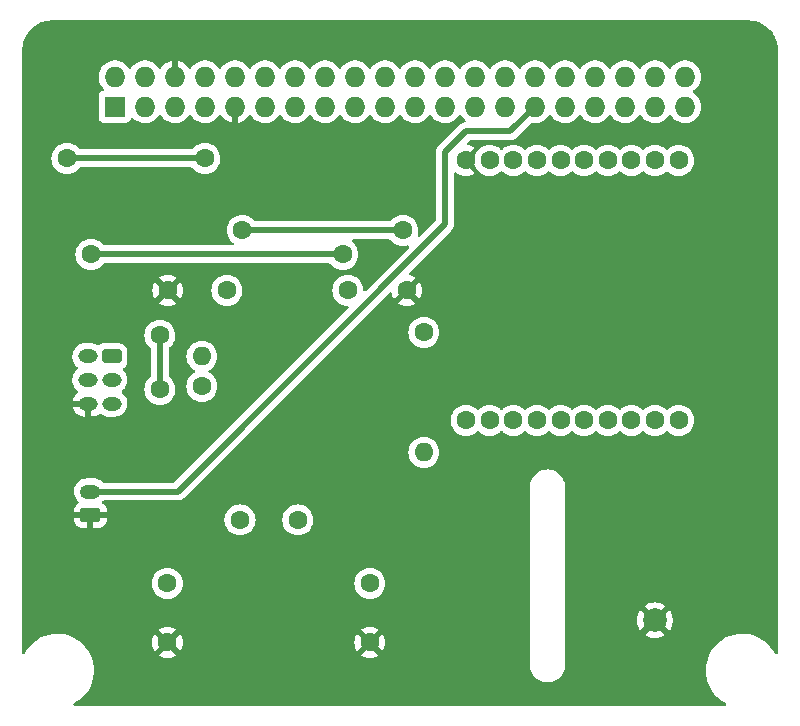
<source format=gbr>
%TF.GenerationSoftware,KiCad,Pcbnew,(6.0.0)*%
%TF.CreationDate,2022-02-22T16:37:05+01:00*%
%TF.ProjectId,RPi_Hat,5250695f-4861-4742-9e6b-696361645f70,rev?*%
%TF.SameCoordinates,Original*%
%TF.FileFunction,Copper,L2,Bot*%
%TF.FilePolarity,Positive*%
%FSLAX46Y46*%
G04 Gerber Fmt 4.6, Leading zero omitted, Abs format (unit mm)*
G04 Created by KiCad (PCBNEW (6.0.0)) date 2022-02-22 16:37:05*
%MOMM*%
%LPD*%
G01*
G04 APERTURE LIST*
G04 Aperture macros list*
%AMRoundRect*
0 Rectangle with rounded corners*
0 $1 Rounding radius*
0 $2 $3 $4 $5 $6 $7 $8 $9 X,Y pos of 4 corners*
0 Add a 4 corners polygon primitive as box body*
4,1,4,$2,$3,$4,$5,$6,$7,$8,$9,$2,$3,0*
0 Add four circle primitives for the rounded corners*
1,1,$1+$1,$2,$3*
1,1,$1+$1,$4,$5*
1,1,$1+$1,$6,$7*
1,1,$1+$1,$8,$9*
0 Add four rect primitives between the rounded corners*
20,1,$1+$1,$2,$3,$4,$5,0*
20,1,$1+$1,$4,$5,$6,$7,0*
20,1,$1+$1,$6,$7,$8,$9,0*
20,1,$1+$1,$8,$9,$2,$3,0*%
G04 Aperture macros list end*
%TA.AperFunction,ComponentPad*%
%ADD10R,1.727200X1.727200*%
%TD*%
%TA.AperFunction,ComponentPad*%
%ADD11O,1.727200X1.727200*%
%TD*%
%TA.AperFunction,ComponentPad*%
%ADD12C,1.600000*%
%TD*%
%TA.AperFunction,ComponentPad*%
%ADD13O,1.600000X1.600000*%
%TD*%
%TA.AperFunction,ComponentPad*%
%ADD14RoundRect,0.250000X0.625000X-0.350000X0.625000X0.350000X-0.625000X0.350000X-0.625000X-0.350000X0*%
%TD*%
%TA.AperFunction,ComponentPad*%
%ADD15O,1.750000X1.200000*%
%TD*%
%TA.AperFunction,ComponentPad*%
%ADD16RoundRect,0.250000X-0.575000X0.350000X-0.575000X-0.350000X0.575000X-0.350000X0.575000X0.350000X0*%
%TD*%
%TA.AperFunction,ComponentPad*%
%ADD17O,1.650000X1.200000*%
%TD*%
%TA.AperFunction,SMDPad,CuDef*%
%ADD18C,2.000000*%
%TD*%
%TA.AperFunction,ViaPad*%
%ADD19C,1.600000*%
%TD*%
%TA.AperFunction,Conductor*%
%ADD20C,0.500000*%
%TD*%
G04 APERTURE END LIST*
D10*
%TO.P,J2,1,3.3V*%
%TO.N,+3.3VA*%
X68580000Y-42870000D03*
D11*
%TO.P,J2,2,5V*%
%TO.N,+5V*%
X68580000Y-40330000D03*
%TO.P,J2,3,BCM2_SDA*%
%TO.N,unconnected-(J2-Pad3)*%
X71120000Y-42870000D03*
%TO.P,J2,4,5V*%
%TO.N,+5V*%
X71120000Y-40330000D03*
%TO.P,J2,5,BCM3_SCL*%
%TO.N,unconnected-(J2-Pad5)*%
X73660000Y-42870000D03*
%TO.P,J2,6,GND*%
%TO.N,GND*%
X73660000Y-40330000D03*
%TO.P,J2,7,BCM4_GPCLK0*%
%TO.N,cmd_relais*%
X76200000Y-42870000D03*
%TO.P,J2,8,BCM14_TXD*%
%TO.N,/RPi_GPIO/BCM14_TXD*%
X76200000Y-40330000D03*
%TO.P,J2,9,GND*%
%TO.N,GND*%
X78740000Y-42870000D03*
%TO.P,J2,10,BCM15_RXD*%
%TO.N,/RPi_GPIO/BCM15_RXD*%
X78740000Y-40330000D03*
%TO.P,J2,11,BCM17*%
%TO.N,unconnected-(J2-Pad11)*%
X81280000Y-42870000D03*
%TO.P,J2,12,BCM18_PCM_C*%
%TO.N,unconnected-(J2-Pad12)*%
X81280000Y-40330000D03*
%TO.P,J2,13,BCM27*%
%TO.N,unconnected-(J2-Pad13)*%
X83820000Y-42870000D03*
%TO.P,J2,14,GND*%
%TO.N,unconnected-(J2-Pad14)*%
X83820000Y-40330000D03*
%TO.P,J2,15,BCM22*%
%TO.N,unconnected-(J2-Pad15)*%
X86360000Y-42870000D03*
%TO.P,J2,16,BCM23*%
%TO.N,unconnected-(J2-Pad16)*%
X86360000Y-40330000D03*
%TO.P,J2,17,3.3V*%
%TO.N,unconnected-(J2-Pad17)*%
X88900000Y-42870000D03*
%TO.P,J2,18,BCM24*%
%TO.N,unconnected-(J2-Pad18)*%
X88900000Y-40330000D03*
%TO.P,J2,19,BCM10_MOSI*%
%TO.N,MOSI*%
X91440000Y-42870000D03*
%TO.P,J2,20,GND*%
%TO.N,unconnected-(J2-Pad20)*%
X91440000Y-40330000D03*
%TO.P,J2,21,BCM9_MISO*%
%TO.N,MISO*%
X93980000Y-42870000D03*
%TO.P,J2,22,BCM25*%
%TO.N,INT*%
X93980000Y-40330000D03*
%TO.P,J2,23,BCM11_SCLK*%
%TO.N,CLK*%
X96520000Y-42870000D03*
%TO.P,J2,24,BCM8_CE0*%
%TO.N,CS*%
X96520000Y-40330000D03*
%TO.P,J2,25,GND*%
%TO.N,GND*%
X99060000Y-42870000D03*
%TO.P,J2,26,BCM7_CE1*%
%TO.N,unconnected-(J2-Pad26)*%
X99060000Y-40330000D03*
%TO.P,J2,27,BCM0_ID_SD*%
%TO.N,unconnected-(J2-Pad27)*%
X101600000Y-42870000D03*
%TO.P,J2,28,BCM1_ID_SC*%
%TO.N,unconnected-(J2-Pad28)*%
X101600000Y-40330000D03*
%TO.P,J2,29,BCM5*%
%TO.N,/RPi_GPIO/Starter*%
X104140000Y-42870000D03*
%TO.P,J2,30,GND*%
%TO.N,unconnected-(J2-Pad30)*%
X104140000Y-40330000D03*
%TO.P,J2,31,BCM6*%
%TO.N,unconnected-(J2-Pad31)*%
X106680000Y-42870000D03*
%TO.P,J2,32,BCM12_PWM0*%
%TO.N,unconnected-(J2-Pad32)*%
X106680000Y-40330000D03*
%TO.P,J2,33,BCM13_PWM1*%
%TO.N,unconnected-(J2-Pad33)*%
X109220000Y-42870000D03*
%TO.P,J2,34,GND*%
%TO.N,unconnected-(J2-Pad34)*%
X109220000Y-40330000D03*
%TO.P,J2,35,BCM19_MISO_PCM_FS*%
%TO.N,unconnected-(J2-Pad35)*%
X111760000Y-42870000D03*
%TO.P,J2,36,BCM16*%
%TO.N,unconnected-(J2-Pad36)*%
X111760000Y-40330000D03*
%TO.P,J2,37,BCM26*%
%TO.N,unconnected-(J2-Pad37)*%
X114300000Y-42870000D03*
%TO.P,J2,38,BCM20_MOSI_PCM_DI*%
%TO.N,unconnected-(J2-Pad38)*%
X114300000Y-40330000D03*
%TO.P,J2,39,GND*%
%TO.N,unconnected-(J2-Pad39)*%
X116840000Y-42870000D03*
%TO.P,J2,40,BCM21_SCLK_PCM_DO*%
%TO.N,unconnected-(J2-Pad40)*%
X116840000Y-40330000D03*
%TD*%
D12*
%TO.P,R3,1*%
%TO.N,+5V*%
X94742000Y-61976000D03*
D13*
%TO.P,R3,2*%
%TO.N,Net-(R3-Pad2)*%
X94742000Y-72136000D03*
%TD*%
D14*
%TO.P,J3,1,Pin_1*%
%TO.N,GND*%
X66506000Y-77454000D03*
D15*
%TO.P,J3,2,Pin_2*%
%TO.N,/RPi_GPIO/Starter*%
X66506000Y-75454000D03*
%TD*%
D12*
%TO.P,C2,1*%
%TO.N,+5V*%
X88305000Y-58420000D03*
%TO.P,C2,2*%
%TO.N,GND*%
X93305000Y-58420000D03*
%TD*%
%TO.P,C1,1*%
%TO.N,GND*%
X73065000Y-58420000D03*
%TO.P,C1,2*%
%TO.N,+3.3VA*%
X78065000Y-58420000D03*
%TD*%
%TO.P,Y1,1,1*%
%TO.N,Net-(C3-Pad1)*%
X79175000Y-77851000D03*
%TO.P,Y1,2,2*%
%TO.N,Net-(C4-Pad1)*%
X84075000Y-77851000D03*
%TD*%
%TO.P,R1,1*%
%TO.N,can_L*%
X75946000Y-66548000D03*
D13*
%TO.P,R1,2*%
%TO.N,can_H*%
X75946000Y-64008000D03*
%TD*%
D12*
%TO.P,C4,1*%
%TO.N,Net-(C4-Pad1)*%
X90170000Y-83225000D03*
%TO.P,C4,2*%
%TO.N,GND*%
X90170000Y-88225000D03*
%TD*%
%TO.P,C3,1*%
%TO.N,Net-(C3-Pad1)*%
X73025000Y-83225000D03*
%TO.P,C3,2*%
%TO.N,GND*%
X73025000Y-88225000D03*
%TD*%
D16*
%TO.P,J1,1,Pin_1*%
%TO.N,can_H*%
X68310000Y-64008000D03*
D17*
%TO.P,J1,2,Pin_2*%
%TO.N,+5V*%
X66310000Y-64008000D03*
%TO.P,J1,3,Pin_3*%
%TO.N,can_L*%
X68310000Y-66008000D03*
%TO.P,J1,4,Pin_4*%
%TO.N,cmd_relais*%
X66310000Y-66008000D03*
%TO.P,J1,5,Pin_5*%
%TO.N,unconnected-(J1-Pad5)*%
X68310000Y-68008000D03*
%TO.P,J1,6,Pin_6*%
%TO.N,GND*%
X66310000Y-68008000D03*
%TD*%
D12*
%TO.P,U1,1,VCC*%
%TO.N,+3.3VA*%
X116315000Y-47420000D03*
%TO.P,U1,2,DOUT*%
%TO.N,/RPi_GPIO/BCM14_TXD*%
X114315000Y-47420000D03*
%TO.P,U1,3,DIN*%
%TO.N,/RPi_GPIO/BCM15_RXD*%
X112315000Y-47420000D03*
%TO.P,U1,4,DIO12*%
%TO.N,unconnected-(U1-Pad4)*%
X110315000Y-47420000D03*
%TO.P,U1,5,RST*%
%TO.N,unconnected-(U1-Pad5)*%
X108315000Y-47420000D03*
%TO.P,U1,6,RSSI_PWM_/DIO10*%
%TO.N,unconnected-(U1-Pad6)*%
X106315000Y-47420000D03*
%TO.P,U1,7,DIO11*%
%TO.N,unconnected-(U1-Pad7)*%
X104315000Y-47420000D03*
%TO.P,U1,8,RESERVED*%
%TO.N,unconnected-(U1-Pad8)*%
X102315000Y-47420000D03*
%TO.P,U1,9,!DTR_/_SLEEP_RQ/_DIO8*%
%TO.N,unconnected-(U1-Pad9)*%
X100315000Y-47420000D03*
%TO.P,U1,10,GND*%
%TO.N,GND*%
X98315000Y-47420000D03*
%TO.P,U1,11,DIO4*%
%TO.N,unconnected-(U1-Pad11)*%
X98315000Y-69420000D03*
%TO.P,U1,12,!CTS_/_DIO7*%
%TO.N,unconnected-(U1-Pad12)*%
X100315000Y-69420000D03*
%TO.P,U1,13,ON_/_!SLEEP*%
%TO.N,unconnected-(U1-Pad13)*%
X102315000Y-69420000D03*
%TO.P,U1,14,VREF*%
%TO.N,unconnected-(U1-Pad14)*%
X104315000Y-69420000D03*
%TO.P,U1,15,Associate_/_DIO5*%
%TO.N,unconnected-(U1-Pad15)*%
X106315000Y-69420000D03*
%TO.P,U1,16,!RTS_/_DIO6_*%
%TO.N,unconnected-(U1-Pad16)*%
X108315000Y-69420000D03*
%TO.P,U1,17,AD3_/_DIO3*%
%TO.N,unconnected-(U1-Pad17)*%
X110315000Y-69420000D03*
%TO.P,U1,18,AD2_/_DIO2*%
%TO.N,unconnected-(U1-Pad18)*%
X112315000Y-69420000D03*
%TO.P,U1,19,AD1_/_DIO1*%
%TO.N,unconnected-(U1-Pad19)*%
X114315000Y-69420000D03*
%TO.P,U1,20,AD0_/_DIO0_/Com8Button*%
%TO.N,unconnected-(U1-Pad20)*%
X116315000Y-69420000D03*
%TD*%
D18*
%TO.P,,1*%
%TO.N,GND*%
X114300000Y-86360000D03*
%TD*%
D19*
%TO.N,can_L*%
X72390000Y-66802000D03*
X72390000Y-62230000D03*
%TO.N,cmd_relais*%
X64516000Y-47244000D03*
X76200000Y-47244000D03*
%TO.N,GND*%
X101092000Y-55372000D03*
X62738000Y-69850000D03*
X92075000Y-50165000D03*
X80645000Y-50165000D03*
X62738000Y-83225000D03*
X121666000Y-69850000D03*
X101092000Y-51562000D03*
X121666000Y-82550000D03*
X121666000Y-57150000D03*
%TO.N,+3.3VA*%
X92964000Y-53340000D03*
X79375000Y-53340000D03*
%TO.N,+5V*%
X87884000Y-55372000D03*
X66548000Y-55372000D03*
%TD*%
D20*
%TO.N,can_L*%
X72390000Y-62230000D02*
X72390000Y-66802000D01*
%TO.N,cmd_relais*%
X76200000Y-47244000D02*
X64516000Y-47244000D01*
%TO.N,GND*%
X101092000Y-51562000D02*
X101092000Y-55372000D01*
X80645000Y-50165000D02*
X92075000Y-50165000D01*
%TO.N,/RPi_GPIO/Starter*%
X104140000Y-42870000D02*
X102052000Y-44958000D01*
X96520000Y-46736000D02*
X96520000Y-52832000D01*
X102052000Y-44958000D02*
X98298000Y-44958000D01*
X98298000Y-44958000D02*
X96520000Y-46736000D01*
X96520000Y-52832000D02*
X73898000Y-75454000D01*
X73898000Y-75454000D02*
X66506000Y-75454000D01*
%TO.N,+3.3VA*%
X92964000Y-53340000D02*
X79375000Y-53340000D01*
%TO.N,+5V*%
X87884000Y-55372000D02*
X66548000Y-55372000D01*
%TD*%
%TA.AperFunction,Conductor*%
%TO.N,GND*%
G36*
X122192057Y-35561500D02*
G01*
X122206858Y-35563805D01*
X122206861Y-35563805D01*
X122215730Y-35565186D01*
X122232899Y-35562941D01*
X122256839Y-35562108D01*
X122514770Y-35577710D01*
X122529874Y-35579544D01*
X122600648Y-35592514D01*
X122810879Y-35631040D01*
X122825641Y-35634678D01*
X123098408Y-35719675D01*
X123112627Y-35725069D01*
X123373140Y-35842316D01*
X123386609Y-35849385D01*
X123631095Y-35997182D01*
X123643617Y-36005825D01*
X123868507Y-36182016D01*
X123879895Y-36192106D01*
X124081894Y-36394105D01*
X124091984Y-36405493D01*
X124268175Y-36630383D01*
X124276818Y-36642905D01*
X124424615Y-36887391D01*
X124431684Y-36900860D01*
X124490909Y-37032453D01*
X124548930Y-37161370D01*
X124554326Y-37175596D01*
X124639321Y-37448353D01*
X124642962Y-37463127D01*
X124694456Y-37744126D01*
X124696290Y-37759230D01*
X124711455Y-38009929D01*
X124710198Y-38036639D01*
X124710195Y-38036859D01*
X124708814Y-38045730D01*
X124709978Y-38054632D01*
X124709978Y-38054636D01*
X124724586Y-38166343D01*
X124724047Y-38202716D01*
X124714214Y-38263767D01*
X124705700Y-39891322D01*
X124702211Y-40558330D01*
X124702170Y-40559334D01*
X124702000Y-40560423D01*
X124702000Y-40598368D01*
X124701998Y-40599027D01*
X124701816Y-40633819D01*
X124701967Y-40634914D01*
X124702000Y-40635920D01*
X124702000Y-89109613D01*
X124681998Y-89177734D01*
X124628342Y-89224227D01*
X124558068Y-89234331D01*
X124493488Y-89204837D01*
X124467157Y-89173089D01*
X124371666Y-89009348D01*
X124299687Y-88885924D01*
X124089001Y-88603781D01*
X124086557Y-88601183D01*
X124086552Y-88601177D01*
X123850180Y-88349907D01*
X123850176Y-88349904D01*
X123847730Y-88347303D01*
X123701923Y-88223868D01*
X123581698Y-88122090D01*
X123581694Y-88122087D01*
X123578976Y-88119786D01*
X123403417Y-88002481D01*
X123289170Y-87926144D01*
X123289168Y-87926143D01*
X123286193Y-87924155D01*
X123283009Y-87922515D01*
X122976330Y-87764564D01*
X122976325Y-87764562D01*
X122973147Y-87762925D01*
X122969806Y-87761659D01*
X122969801Y-87761657D01*
X122647205Y-87639437D01*
X122647206Y-87639437D01*
X122643861Y-87638170D01*
X122640397Y-87637290D01*
X122640393Y-87637289D01*
X122306037Y-87552373D01*
X122306029Y-87552371D01*
X122302570Y-87551493D01*
X122130848Y-87528122D01*
X121956653Y-87504415D01*
X121956646Y-87504414D01*
X121953660Y-87504008D01*
X121838919Y-87499500D01*
X121620802Y-87499500D01*
X121479244Y-87507538D01*
X121362008Y-87514195D01*
X121362001Y-87514196D01*
X121358440Y-87514398D01*
X121220117Y-87538166D01*
X121014918Y-87573425D01*
X121014910Y-87573427D01*
X121011400Y-87574030D01*
X121007975Y-87575028D01*
X121007972Y-87575029D01*
X120913491Y-87602568D01*
X120673341Y-87672566D01*
X120348610Y-87808737D01*
X120194996Y-87894765D01*
X120044498Y-87979047D01*
X120044493Y-87979050D01*
X120041381Y-87980793D01*
X120038485Y-87982878D01*
X120038480Y-87982881D01*
X119891761Y-88088504D01*
X119755605Y-88186523D01*
X119752969Y-88188917D01*
X119752967Y-88188919D01*
X119575733Y-88349907D01*
X119494954Y-88423281D01*
X119262781Y-88688023D01*
X119062071Y-88977347D01*
X118895402Y-89287532D01*
X118764919Y-89614590D01*
X118672299Y-89954317D01*
X118671757Y-89957839D01*
X118627918Y-90242666D01*
X118618732Y-90302345D01*
X118618592Y-90305909D01*
X118609027Y-90549370D01*
X118604908Y-90654200D01*
X118614757Y-90786735D01*
X118629484Y-90984899D01*
X118631004Y-91005358D01*
X118696684Y-91351304D01*
X118697742Y-91354713D01*
X118697744Y-91354719D01*
X118727233Y-91449687D01*
X118801104Y-91687592D01*
X118942921Y-92009897D01*
X119120313Y-92314076D01*
X119330999Y-92596219D01*
X119333443Y-92598817D01*
X119333448Y-92598823D01*
X119569820Y-92850093D01*
X119572270Y-92852697D01*
X119574999Y-92855007D01*
X119806859Y-93051291D01*
X119841024Y-93080214D01*
X120133807Y-93275845D01*
X120136989Y-93277484D01*
X120136991Y-93277485D01*
X120285523Y-93353984D01*
X120336925Y-93402957D01*
X120353691Y-93471945D01*
X120330497Y-93539047D01*
X120274707Y-93582956D01*
X120227831Y-93592000D01*
X65195807Y-93592000D01*
X65127686Y-93571998D01*
X65081193Y-93518342D01*
X65071089Y-93448068D01*
X65100583Y-93383488D01*
X65134241Y-93356065D01*
X65375502Y-93220953D01*
X65375507Y-93220950D01*
X65378619Y-93219207D01*
X65381515Y-93217122D01*
X65381520Y-93217119D01*
X65528239Y-93111496D01*
X65664395Y-93013477D01*
X65838858Y-92855007D01*
X65922405Y-92779118D01*
X65922406Y-92779117D01*
X65925046Y-92776719D01*
X66157219Y-92511977D01*
X66204326Y-92444073D01*
X66296652Y-92310984D01*
X66357929Y-92222653D01*
X66524598Y-91912468D01*
X66655081Y-91585410D01*
X66747701Y-91245683D01*
X66765172Y-91132172D01*
X66800726Y-90901178D01*
X66800726Y-90901174D01*
X66801268Y-90897655D01*
X66810833Y-90654200D01*
X66814952Y-90549370D01*
X66814952Y-90549365D01*
X66815092Y-90545800D01*
X66788996Y-90194642D01*
X66769837Y-90093730D01*
X103696814Y-90093730D01*
X103697634Y-90100000D01*
X103697337Y-90100000D01*
X103697920Y-90107409D01*
X103697920Y-90107413D01*
X103700493Y-90140107D01*
X103715960Y-90336633D01*
X103717114Y-90341440D01*
X103717115Y-90341446D01*
X103742672Y-90447897D01*
X103771372Y-90567439D01*
X103773265Y-90572010D01*
X103773266Y-90572012D01*
X103805831Y-90650630D01*
X103862207Y-90786735D01*
X103986230Y-90989121D01*
X103989443Y-90992883D01*
X104102080Y-91124763D01*
X104140386Y-91169614D01*
X104144142Y-91172822D01*
X104317117Y-91320557D01*
X104320879Y-91323770D01*
X104523265Y-91447793D01*
X104527835Y-91449686D01*
X104527837Y-91449687D01*
X104737988Y-91536734D01*
X104742561Y-91538628D01*
X104823660Y-91558098D01*
X104968554Y-91592885D01*
X104968560Y-91592886D01*
X104973367Y-91594040D01*
X105210000Y-91612663D01*
X105446633Y-91594040D01*
X105451440Y-91592886D01*
X105451446Y-91592885D01*
X105596340Y-91558098D01*
X105677439Y-91538628D01*
X105682012Y-91536734D01*
X105892163Y-91449687D01*
X105892165Y-91449686D01*
X105896735Y-91447793D01*
X106099121Y-91323770D01*
X106102883Y-91320557D01*
X106275858Y-91172822D01*
X106279614Y-91169614D01*
X106317921Y-91124763D01*
X106430557Y-90992883D01*
X106433770Y-90989121D01*
X106557793Y-90786735D01*
X106614170Y-90650630D01*
X106646734Y-90572012D01*
X106646735Y-90572010D01*
X106648628Y-90567439D01*
X106677328Y-90447897D01*
X106702885Y-90341446D01*
X106702886Y-90341440D01*
X106704040Y-90336633D01*
X106720014Y-90133657D01*
X106721372Y-90122637D01*
X106722265Y-90117330D01*
X106722265Y-90117329D01*
X106723071Y-90112539D01*
X106723224Y-90100000D01*
X106719273Y-90072412D01*
X106718000Y-90054549D01*
X106718000Y-87592670D01*
X113432160Y-87592670D01*
X113437887Y-87600320D01*
X113609042Y-87705205D01*
X113617837Y-87709687D01*
X113827988Y-87796734D01*
X113837373Y-87799783D01*
X114058554Y-87852885D01*
X114068301Y-87854428D01*
X114295070Y-87872275D01*
X114304930Y-87872275D01*
X114531699Y-87854428D01*
X114541446Y-87852885D01*
X114762627Y-87799783D01*
X114772012Y-87796734D01*
X114982163Y-87709687D01*
X114990958Y-87705205D01*
X115158445Y-87602568D01*
X115167907Y-87592110D01*
X115164124Y-87583334D01*
X114312812Y-86732022D01*
X114298868Y-86724408D01*
X114297035Y-86724539D01*
X114290420Y-86728790D01*
X113438920Y-87580290D01*
X113432160Y-87592670D01*
X106718000Y-87592670D01*
X106718000Y-86364930D01*
X112787725Y-86364930D01*
X112805572Y-86591699D01*
X112807115Y-86601446D01*
X112860217Y-86822627D01*
X112863266Y-86832012D01*
X112950313Y-87042163D01*
X112954795Y-87050958D01*
X113057432Y-87218445D01*
X113067890Y-87227907D01*
X113076666Y-87224124D01*
X113927978Y-86372812D01*
X113934356Y-86361132D01*
X114664408Y-86361132D01*
X114664539Y-86362965D01*
X114668790Y-86369580D01*
X115520290Y-87221080D01*
X115532670Y-87227840D01*
X115540320Y-87222113D01*
X115645205Y-87050958D01*
X115649687Y-87042163D01*
X115736734Y-86832012D01*
X115739783Y-86822627D01*
X115792885Y-86601446D01*
X115794428Y-86591699D01*
X115812275Y-86364930D01*
X115812275Y-86355070D01*
X115794428Y-86128301D01*
X115792885Y-86118554D01*
X115739783Y-85897373D01*
X115736734Y-85887988D01*
X115649687Y-85677837D01*
X115645205Y-85669042D01*
X115542568Y-85501555D01*
X115532110Y-85492093D01*
X115523334Y-85495876D01*
X114672022Y-86347188D01*
X114664408Y-86361132D01*
X113934356Y-86361132D01*
X113935592Y-86358868D01*
X113935461Y-86357035D01*
X113931210Y-86350420D01*
X113079710Y-85498920D01*
X113067330Y-85492160D01*
X113059680Y-85497887D01*
X112954795Y-85669042D01*
X112950313Y-85677837D01*
X112863266Y-85887988D01*
X112860217Y-85897373D01*
X112807115Y-86118554D01*
X112805572Y-86128301D01*
X112787725Y-86355070D01*
X112787725Y-86364930D01*
X106718000Y-86364930D01*
X106718000Y-85127890D01*
X113432093Y-85127890D01*
X113435876Y-85136666D01*
X114287188Y-85987978D01*
X114301132Y-85995592D01*
X114302965Y-85995461D01*
X114309580Y-85991210D01*
X115161080Y-85139710D01*
X115167840Y-85127330D01*
X115162113Y-85119680D01*
X114990958Y-85014795D01*
X114982163Y-85010313D01*
X114772012Y-84923266D01*
X114762627Y-84920217D01*
X114541446Y-84867115D01*
X114531699Y-84865572D01*
X114304930Y-84847725D01*
X114295070Y-84847725D01*
X114068301Y-84865572D01*
X114058554Y-84867115D01*
X113837373Y-84920217D01*
X113827988Y-84923266D01*
X113617837Y-85010313D01*
X113609042Y-85014795D01*
X113441555Y-85117432D01*
X113432093Y-85127890D01*
X106718000Y-85127890D01*
X106718000Y-75153207D01*
X106719746Y-75132303D01*
X106720932Y-75125251D01*
X106723071Y-75112539D01*
X106723224Y-75100000D01*
X106722534Y-75095184D01*
X106722529Y-75095100D01*
X106721665Y-75087314D01*
X106713633Y-74985258D01*
X106704040Y-74863367D01*
X106702886Y-74858560D01*
X106702885Y-74858554D01*
X106658936Y-74675498D01*
X106648628Y-74632561D01*
X106646734Y-74627988D01*
X106559687Y-74417837D01*
X106559686Y-74417835D01*
X106557793Y-74413265D01*
X106433770Y-74210879D01*
X106279614Y-74030386D01*
X106099121Y-73876230D01*
X105896735Y-73752207D01*
X105892165Y-73750314D01*
X105892163Y-73750313D01*
X105682012Y-73663266D01*
X105682010Y-73663265D01*
X105677439Y-73661372D01*
X105596340Y-73641902D01*
X105451446Y-73607115D01*
X105451440Y-73607114D01*
X105446633Y-73605960D01*
X105210000Y-73587337D01*
X104973367Y-73605960D01*
X104968560Y-73607114D01*
X104968554Y-73607115D01*
X104823660Y-73641902D01*
X104742561Y-73661372D01*
X104737990Y-73663265D01*
X104737988Y-73663266D01*
X104527837Y-73750313D01*
X104527835Y-73750314D01*
X104523265Y-73752207D01*
X104320879Y-73876230D01*
X104140386Y-74030386D01*
X103986230Y-74210879D01*
X103862207Y-74413265D01*
X103860314Y-74417835D01*
X103860313Y-74417837D01*
X103773266Y-74627988D01*
X103771372Y-74632561D01*
X103761064Y-74675498D01*
X103717115Y-74858554D01*
X103717114Y-74858560D01*
X103715960Y-74863367D01*
X103700225Y-75063310D01*
X103699244Y-75075771D01*
X103698291Y-75083910D01*
X103698328Y-75084003D01*
X103696814Y-75093730D01*
X103697449Y-75098583D01*
X103697337Y-75100000D01*
X103697634Y-75100000D01*
X103698882Y-75109544D01*
X103700936Y-75125250D01*
X103702000Y-75141588D01*
X103702000Y-90050672D01*
X103700500Y-90070056D01*
X103696814Y-90093730D01*
X66769837Y-90093730D01*
X66723316Y-89848696D01*
X66618896Y-89512408D01*
X66530302Y-89311062D01*
X72303493Y-89311062D01*
X72312789Y-89323077D01*
X72363994Y-89358931D01*
X72373489Y-89364414D01*
X72570947Y-89456490D01*
X72581239Y-89460236D01*
X72791688Y-89516625D01*
X72802481Y-89518528D01*
X73019525Y-89537517D01*
X73030475Y-89537517D01*
X73247519Y-89518528D01*
X73258312Y-89516625D01*
X73468761Y-89460236D01*
X73479053Y-89456490D01*
X73676511Y-89364414D01*
X73686006Y-89358931D01*
X73738048Y-89322491D01*
X73746424Y-89312012D01*
X73745925Y-89311062D01*
X89448493Y-89311062D01*
X89457789Y-89323077D01*
X89508994Y-89358931D01*
X89518489Y-89364414D01*
X89715947Y-89456490D01*
X89726239Y-89460236D01*
X89936688Y-89516625D01*
X89947481Y-89518528D01*
X90164525Y-89537517D01*
X90175475Y-89537517D01*
X90392519Y-89518528D01*
X90403312Y-89516625D01*
X90613761Y-89460236D01*
X90624053Y-89456490D01*
X90821511Y-89364414D01*
X90831006Y-89358931D01*
X90883048Y-89322491D01*
X90891424Y-89312012D01*
X90884356Y-89298566D01*
X90182812Y-88597022D01*
X90168868Y-88589408D01*
X90167035Y-88589539D01*
X90160420Y-88593790D01*
X89454923Y-89299287D01*
X89448493Y-89311062D01*
X73745925Y-89311062D01*
X73739356Y-89298566D01*
X73037812Y-88597022D01*
X73023868Y-88589408D01*
X73022035Y-88589539D01*
X73015420Y-88593790D01*
X72309923Y-89299287D01*
X72303493Y-89311062D01*
X66530302Y-89311062D01*
X66492094Y-89224227D01*
X66478522Y-89193382D01*
X66478520Y-89193379D01*
X66477079Y-89190103D01*
X66299687Y-88885924D01*
X66089001Y-88603781D01*
X66086557Y-88601183D01*
X66086552Y-88601177D01*
X65850180Y-88349907D01*
X65850176Y-88349904D01*
X65847730Y-88347303D01*
X65709727Y-88230475D01*
X71712483Y-88230475D01*
X71731472Y-88447519D01*
X71733375Y-88458312D01*
X71789764Y-88668761D01*
X71793510Y-88679053D01*
X71885586Y-88876511D01*
X71891069Y-88886006D01*
X71927509Y-88938048D01*
X71937988Y-88946424D01*
X71951434Y-88939356D01*
X72652978Y-88237812D01*
X72659356Y-88226132D01*
X73389408Y-88226132D01*
X73389539Y-88227965D01*
X73393790Y-88234580D01*
X74099287Y-88940077D01*
X74111062Y-88946507D01*
X74123077Y-88937211D01*
X74158931Y-88886006D01*
X74164414Y-88876511D01*
X74256490Y-88679053D01*
X74260236Y-88668761D01*
X74316625Y-88458312D01*
X74318528Y-88447519D01*
X74337517Y-88230475D01*
X88857483Y-88230475D01*
X88876472Y-88447519D01*
X88878375Y-88458312D01*
X88934764Y-88668761D01*
X88938510Y-88679053D01*
X89030586Y-88876511D01*
X89036069Y-88886006D01*
X89072509Y-88938048D01*
X89082988Y-88946424D01*
X89096434Y-88939356D01*
X89797978Y-88237812D01*
X89804356Y-88226132D01*
X90534408Y-88226132D01*
X90534539Y-88227965D01*
X90538790Y-88234580D01*
X91244287Y-88940077D01*
X91256062Y-88946507D01*
X91268077Y-88937211D01*
X91303931Y-88886006D01*
X91309414Y-88876511D01*
X91401490Y-88679053D01*
X91405236Y-88668761D01*
X91461625Y-88458312D01*
X91463528Y-88447519D01*
X91482517Y-88230475D01*
X91482517Y-88219525D01*
X91463528Y-88002481D01*
X91461625Y-87991688D01*
X91405236Y-87781239D01*
X91401490Y-87770947D01*
X91309414Y-87573489D01*
X91303931Y-87563994D01*
X91267491Y-87511952D01*
X91257012Y-87503576D01*
X91243566Y-87510644D01*
X90542022Y-88212188D01*
X90534408Y-88226132D01*
X89804356Y-88226132D01*
X89805592Y-88223868D01*
X89805461Y-88222035D01*
X89801210Y-88215420D01*
X89095713Y-87509923D01*
X89083938Y-87503493D01*
X89071923Y-87512789D01*
X89036069Y-87563994D01*
X89030586Y-87573489D01*
X88938510Y-87770947D01*
X88934764Y-87781239D01*
X88878375Y-87991688D01*
X88876472Y-88002481D01*
X88857483Y-88219525D01*
X88857483Y-88230475D01*
X74337517Y-88230475D01*
X74337517Y-88219525D01*
X74318528Y-88002481D01*
X74316625Y-87991688D01*
X74260236Y-87781239D01*
X74256490Y-87770947D01*
X74164414Y-87573489D01*
X74158931Y-87563994D01*
X74122491Y-87511952D01*
X74112012Y-87503576D01*
X74098566Y-87510644D01*
X73397022Y-88212188D01*
X73389408Y-88226132D01*
X72659356Y-88226132D01*
X72660592Y-88223868D01*
X72660461Y-88222035D01*
X72656210Y-88215420D01*
X71950713Y-87509923D01*
X71938938Y-87503493D01*
X71926923Y-87512789D01*
X71891069Y-87563994D01*
X71885586Y-87573489D01*
X71793510Y-87770947D01*
X71789764Y-87781239D01*
X71733375Y-87991688D01*
X71731472Y-88002481D01*
X71712483Y-88219525D01*
X71712483Y-88230475D01*
X65709727Y-88230475D01*
X65701923Y-88223868D01*
X65581698Y-88122090D01*
X65581694Y-88122087D01*
X65578976Y-88119786D01*
X65403417Y-88002481D01*
X65289170Y-87926144D01*
X65289168Y-87926143D01*
X65286193Y-87924155D01*
X65283009Y-87922515D01*
X64976330Y-87764564D01*
X64976325Y-87764562D01*
X64973147Y-87762925D01*
X64969806Y-87761659D01*
X64969801Y-87761657D01*
X64647205Y-87639437D01*
X64647206Y-87639437D01*
X64643861Y-87638170D01*
X64640397Y-87637290D01*
X64640393Y-87637289D01*
X64306037Y-87552373D01*
X64306029Y-87552371D01*
X64302570Y-87551493D01*
X64130848Y-87528122D01*
X63956653Y-87504415D01*
X63956646Y-87504414D01*
X63953660Y-87504008D01*
X63838919Y-87499500D01*
X63620802Y-87499500D01*
X63479244Y-87507538D01*
X63362008Y-87514195D01*
X63362001Y-87514196D01*
X63358440Y-87514398D01*
X63220117Y-87538166D01*
X63014918Y-87573425D01*
X63014910Y-87573427D01*
X63011400Y-87574030D01*
X63007975Y-87575028D01*
X63007972Y-87575029D01*
X62913491Y-87602568D01*
X62673341Y-87672566D01*
X62348610Y-87808737D01*
X62194995Y-87894765D01*
X62044498Y-87979047D01*
X62044493Y-87979050D01*
X62041381Y-87980793D01*
X62038485Y-87982878D01*
X62038480Y-87982881D01*
X61891761Y-88088504D01*
X61755605Y-88186523D01*
X61752969Y-88188917D01*
X61752967Y-88188919D01*
X61575733Y-88349907D01*
X61494954Y-88423281D01*
X61262781Y-88688023D01*
X61062071Y-88977347D01*
X61060380Y-88980494D01*
X61060377Y-88980499D01*
X60954992Y-89176630D01*
X60905130Y-89227170D01*
X60835859Y-89242729D01*
X60769173Y-89218367D01*
X60726244Y-89161819D01*
X60718000Y-89116992D01*
X60718000Y-87137988D01*
X72303576Y-87137988D01*
X72310644Y-87151434D01*
X73012188Y-87852978D01*
X73026132Y-87860592D01*
X73027965Y-87860461D01*
X73034580Y-87856210D01*
X73740077Y-87150713D01*
X73746507Y-87138938D01*
X73745772Y-87137988D01*
X89448576Y-87137988D01*
X89455644Y-87151434D01*
X90157188Y-87852978D01*
X90171132Y-87860592D01*
X90172965Y-87860461D01*
X90179580Y-87856210D01*
X90885077Y-87150713D01*
X90891507Y-87138938D01*
X90882211Y-87126923D01*
X90831006Y-87091069D01*
X90821511Y-87085586D01*
X90624053Y-86993510D01*
X90613761Y-86989764D01*
X90403312Y-86933375D01*
X90392519Y-86931472D01*
X90175475Y-86912483D01*
X90164525Y-86912483D01*
X89947481Y-86931472D01*
X89936688Y-86933375D01*
X89726239Y-86989764D01*
X89715947Y-86993510D01*
X89518489Y-87085586D01*
X89508994Y-87091069D01*
X89456952Y-87127509D01*
X89448576Y-87137988D01*
X73745772Y-87137988D01*
X73737211Y-87126923D01*
X73686006Y-87091069D01*
X73676511Y-87085586D01*
X73479053Y-86993510D01*
X73468761Y-86989764D01*
X73258312Y-86933375D01*
X73247519Y-86931472D01*
X73030475Y-86912483D01*
X73019525Y-86912483D01*
X72802481Y-86931472D01*
X72791688Y-86933375D01*
X72581239Y-86989764D01*
X72570947Y-86993510D01*
X72373489Y-87085586D01*
X72363994Y-87091069D01*
X72311952Y-87127509D01*
X72303576Y-87137988D01*
X60718000Y-87137988D01*
X60718000Y-83225000D01*
X71711502Y-83225000D01*
X71731457Y-83453087D01*
X71790716Y-83674243D01*
X71793039Y-83679224D01*
X71793039Y-83679225D01*
X71885151Y-83876762D01*
X71885154Y-83876767D01*
X71887477Y-83881749D01*
X72018802Y-84069300D01*
X72180700Y-84231198D01*
X72185208Y-84234355D01*
X72185211Y-84234357D01*
X72263389Y-84289098D01*
X72368251Y-84362523D01*
X72373233Y-84364846D01*
X72373238Y-84364849D01*
X72570775Y-84456961D01*
X72575757Y-84459284D01*
X72581065Y-84460706D01*
X72581067Y-84460707D01*
X72791598Y-84517119D01*
X72791600Y-84517119D01*
X72796913Y-84518543D01*
X73025000Y-84538498D01*
X73253087Y-84518543D01*
X73258400Y-84517119D01*
X73258402Y-84517119D01*
X73468933Y-84460707D01*
X73468935Y-84460706D01*
X73474243Y-84459284D01*
X73479225Y-84456961D01*
X73676762Y-84364849D01*
X73676767Y-84364846D01*
X73681749Y-84362523D01*
X73786611Y-84289098D01*
X73864789Y-84234357D01*
X73864792Y-84234355D01*
X73869300Y-84231198D01*
X74031198Y-84069300D01*
X74162523Y-83881749D01*
X74164846Y-83876767D01*
X74164849Y-83876762D01*
X74256961Y-83679225D01*
X74256961Y-83679224D01*
X74259284Y-83674243D01*
X74318543Y-83453087D01*
X74338498Y-83225000D01*
X88856502Y-83225000D01*
X88876457Y-83453087D01*
X88935716Y-83674243D01*
X88938039Y-83679224D01*
X88938039Y-83679225D01*
X89030151Y-83876762D01*
X89030154Y-83876767D01*
X89032477Y-83881749D01*
X89163802Y-84069300D01*
X89325700Y-84231198D01*
X89330208Y-84234355D01*
X89330211Y-84234357D01*
X89408389Y-84289098D01*
X89513251Y-84362523D01*
X89518233Y-84364846D01*
X89518238Y-84364849D01*
X89715775Y-84456961D01*
X89720757Y-84459284D01*
X89726065Y-84460706D01*
X89726067Y-84460707D01*
X89936598Y-84517119D01*
X89936600Y-84517119D01*
X89941913Y-84518543D01*
X90170000Y-84538498D01*
X90398087Y-84518543D01*
X90403400Y-84517119D01*
X90403402Y-84517119D01*
X90613933Y-84460707D01*
X90613935Y-84460706D01*
X90619243Y-84459284D01*
X90624225Y-84456961D01*
X90821762Y-84364849D01*
X90821767Y-84364846D01*
X90826749Y-84362523D01*
X90931611Y-84289098D01*
X91009789Y-84234357D01*
X91009792Y-84234355D01*
X91014300Y-84231198D01*
X91176198Y-84069300D01*
X91307523Y-83881749D01*
X91309846Y-83876767D01*
X91309849Y-83876762D01*
X91401961Y-83679225D01*
X91401961Y-83679224D01*
X91404284Y-83674243D01*
X91463543Y-83453087D01*
X91483498Y-83225000D01*
X91463543Y-82996913D01*
X91404284Y-82775757D01*
X91401961Y-82770775D01*
X91309849Y-82573238D01*
X91309846Y-82573233D01*
X91307523Y-82568251D01*
X91176198Y-82380700D01*
X91014300Y-82218802D01*
X91009792Y-82215645D01*
X91009789Y-82215643D01*
X90931611Y-82160902D01*
X90826749Y-82087477D01*
X90821767Y-82085154D01*
X90821762Y-82085151D01*
X90624225Y-81993039D01*
X90624224Y-81993039D01*
X90619243Y-81990716D01*
X90613935Y-81989294D01*
X90613933Y-81989293D01*
X90403402Y-81932881D01*
X90403400Y-81932881D01*
X90398087Y-81931457D01*
X90170000Y-81911502D01*
X89941913Y-81931457D01*
X89936600Y-81932881D01*
X89936598Y-81932881D01*
X89726067Y-81989293D01*
X89726065Y-81989294D01*
X89720757Y-81990716D01*
X89715776Y-81993039D01*
X89715775Y-81993039D01*
X89518238Y-82085151D01*
X89518233Y-82085154D01*
X89513251Y-82087477D01*
X89408389Y-82160902D01*
X89330211Y-82215643D01*
X89330208Y-82215645D01*
X89325700Y-82218802D01*
X89163802Y-82380700D01*
X89032477Y-82568251D01*
X89030154Y-82573233D01*
X89030151Y-82573238D01*
X88938039Y-82770775D01*
X88935716Y-82775757D01*
X88876457Y-82996913D01*
X88856502Y-83225000D01*
X74338498Y-83225000D01*
X74318543Y-82996913D01*
X74259284Y-82775757D01*
X74256961Y-82770775D01*
X74164849Y-82573238D01*
X74164846Y-82573233D01*
X74162523Y-82568251D01*
X74031198Y-82380700D01*
X73869300Y-82218802D01*
X73864792Y-82215645D01*
X73864789Y-82215643D01*
X73786611Y-82160902D01*
X73681749Y-82087477D01*
X73676767Y-82085154D01*
X73676762Y-82085151D01*
X73479225Y-81993039D01*
X73479224Y-81993039D01*
X73474243Y-81990716D01*
X73468935Y-81989294D01*
X73468933Y-81989293D01*
X73258402Y-81932881D01*
X73258400Y-81932881D01*
X73253087Y-81931457D01*
X73025000Y-81911502D01*
X72796913Y-81931457D01*
X72791600Y-81932881D01*
X72791598Y-81932881D01*
X72581067Y-81989293D01*
X72581065Y-81989294D01*
X72575757Y-81990716D01*
X72570776Y-81993039D01*
X72570775Y-81993039D01*
X72373238Y-82085151D01*
X72373233Y-82085154D01*
X72368251Y-82087477D01*
X72263389Y-82160902D01*
X72185211Y-82215643D01*
X72185208Y-82215645D01*
X72180700Y-82218802D01*
X72018802Y-82380700D01*
X71887477Y-82568251D01*
X71885154Y-82573233D01*
X71885151Y-82573238D01*
X71793039Y-82770775D01*
X71790716Y-82775757D01*
X71731457Y-82996913D01*
X71711502Y-83225000D01*
X60718000Y-83225000D01*
X60718000Y-77851095D01*
X65123001Y-77851095D01*
X65123338Y-77857614D01*
X65133257Y-77953206D01*
X65136149Y-77966600D01*
X65187588Y-78120784D01*
X65193761Y-78133962D01*
X65279063Y-78271807D01*
X65288099Y-78283208D01*
X65402829Y-78397739D01*
X65414240Y-78406751D01*
X65552243Y-78491816D01*
X65565424Y-78497963D01*
X65719710Y-78549138D01*
X65733086Y-78552005D01*
X65827438Y-78561672D01*
X65833854Y-78562000D01*
X66233885Y-78562000D01*
X66249124Y-78557525D01*
X66250329Y-78556135D01*
X66252000Y-78548452D01*
X66252000Y-78543884D01*
X66760000Y-78543884D01*
X66764475Y-78559123D01*
X66765865Y-78560328D01*
X66773548Y-78561999D01*
X67178095Y-78561999D01*
X67184614Y-78561662D01*
X67280206Y-78551743D01*
X67293600Y-78548851D01*
X67447784Y-78497412D01*
X67460962Y-78491239D01*
X67598807Y-78405937D01*
X67610208Y-78396901D01*
X67724739Y-78282171D01*
X67733751Y-78270760D01*
X67818816Y-78132757D01*
X67824963Y-78119576D01*
X67876138Y-77965290D01*
X67879005Y-77951914D01*
X67888672Y-77857562D01*
X67889000Y-77851146D01*
X67889000Y-77851000D01*
X77861502Y-77851000D01*
X77881457Y-78079087D01*
X77882881Y-78084400D01*
X77882881Y-78084402D01*
X77935874Y-78282171D01*
X77940716Y-78300243D01*
X77943039Y-78305224D01*
X77943039Y-78305225D01*
X78035151Y-78502762D01*
X78035154Y-78502767D01*
X78037477Y-78507749D01*
X78168802Y-78695300D01*
X78330700Y-78857198D01*
X78335208Y-78860355D01*
X78335211Y-78860357D01*
X78413389Y-78915098D01*
X78518251Y-78988523D01*
X78523233Y-78990846D01*
X78523238Y-78990849D01*
X78720775Y-79082961D01*
X78725757Y-79085284D01*
X78731065Y-79086706D01*
X78731067Y-79086707D01*
X78941598Y-79143119D01*
X78941600Y-79143119D01*
X78946913Y-79144543D01*
X79175000Y-79164498D01*
X79403087Y-79144543D01*
X79408400Y-79143119D01*
X79408402Y-79143119D01*
X79618933Y-79086707D01*
X79618935Y-79086706D01*
X79624243Y-79085284D01*
X79629225Y-79082961D01*
X79826762Y-78990849D01*
X79826767Y-78990846D01*
X79831749Y-78988523D01*
X79936611Y-78915098D01*
X80014789Y-78860357D01*
X80014792Y-78860355D01*
X80019300Y-78857198D01*
X80181198Y-78695300D01*
X80312523Y-78507749D01*
X80314846Y-78502767D01*
X80314849Y-78502762D01*
X80406961Y-78305225D01*
X80406961Y-78305224D01*
X80409284Y-78300243D01*
X80414127Y-78282171D01*
X80467119Y-78084402D01*
X80467119Y-78084400D01*
X80468543Y-78079087D01*
X80488498Y-77851000D01*
X82761502Y-77851000D01*
X82781457Y-78079087D01*
X82782881Y-78084400D01*
X82782881Y-78084402D01*
X82835874Y-78282171D01*
X82840716Y-78300243D01*
X82843039Y-78305224D01*
X82843039Y-78305225D01*
X82935151Y-78502762D01*
X82935154Y-78502767D01*
X82937477Y-78507749D01*
X83068802Y-78695300D01*
X83230700Y-78857198D01*
X83235208Y-78860355D01*
X83235211Y-78860357D01*
X83313389Y-78915098D01*
X83418251Y-78988523D01*
X83423233Y-78990846D01*
X83423238Y-78990849D01*
X83620775Y-79082961D01*
X83625757Y-79085284D01*
X83631065Y-79086706D01*
X83631067Y-79086707D01*
X83841598Y-79143119D01*
X83841600Y-79143119D01*
X83846913Y-79144543D01*
X84075000Y-79164498D01*
X84303087Y-79144543D01*
X84308400Y-79143119D01*
X84308402Y-79143119D01*
X84518933Y-79086707D01*
X84518935Y-79086706D01*
X84524243Y-79085284D01*
X84529225Y-79082961D01*
X84726762Y-78990849D01*
X84726767Y-78990846D01*
X84731749Y-78988523D01*
X84836611Y-78915098D01*
X84914789Y-78860357D01*
X84914792Y-78860355D01*
X84919300Y-78857198D01*
X85081198Y-78695300D01*
X85212523Y-78507749D01*
X85214846Y-78502767D01*
X85214849Y-78502762D01*
X85306961Y-78305225D01*
X85306961Y-78305224D01*
X85309284Y-78300243D01*
X85314127Y-78282171D01*
X85367119Y-78084402D01*
X85367119Y-78084400D01*
X85368543Y-78079087D01*
X85388498Y-77851000D01*
X85368543Y-77622913D01*
X85309284Y-77401757D01*
X85215204Y-77200000D01*
X85214849Y-77199238D01*
X85214846Y-77199233D01*
X85212523Y-77194251D01*
X85111824Y-77050438D01*
X85084357Y-77011211D01*
X85084355Y-77011208D01*
X85081198Y-77006700D01*
X84919300Y-76844802D01*
X84914792Y-76841645D01*
X84914789Y-76841643D01*
X84818239Y-76774038D01*
X84731749Y-76713477D01*
X84726767Y-76711154D01*
X84726762Y-76711151D01*
X84529225Y-76619039D01*
X84529224Y-76619039D01*
X84524243Y-76616716D01*
X84518935Y-76615294D01*
X84518933Y-76615293D01*
X84308402Y-76558881D01*
X84308400Y-76558881D01*
X84303087Y-76557457D01*
X84075000Y-76537502D01*
X83846913Y-76557457D01*
X83841600Y-76558881D01*
X83841598Y-76558881D01*
X83631067Y-76615293D01*
X83631065Y-76615294D01*
X83625757Y-76616716D01*
X83620776Y-76619039D01*
X83620775Y-76619039D01*
X83423238Y-76711151D01*
X83423233Y-76711154D01*
X83418251Y-76713477D01*
X83331761Y-76774038D01*
X83235211Y-76841643D01*
X83235208Y-76841645D01*
X83230700Y-76844802D01*
X83068802Y-77006700D01*
X83065645Y-77011208D01*
X83065643Y-77011211D01*
X83038176Y-77050438D01*
X82937477Y-77194251D01*
X82935154Y-77199233D01*
X82935151Y-77199238D01*
X82934796Y-77200000D01*
X82840716Y-77401757D01*
X82781457Y-77622913D01*
X82761502Y-77851000D01*
X80488498Y-77851000D01*
X80468543Y-77622913D01*
X80409284Y-77401757D01*
X80315204Y-77200000D01*
X80314849Y-77199238D01*
X80314846Y-77199233D01*
X80312523Y-77194251D01*
X80211824Y-77050438D01*
X80184357Y-77011211D01*
X80184355Y-77011208D01*
X80181198Y-77006700D01*
X80019300Y-76844802D01*
X80014792Y-76841645D01*
X80014789Y-76841643D01*
X79918239Y-76774038D01*
X79831749Y-76713477D01*
X79826767Y-76711154D01*
X79826762Y-76711151D01*
X79629225Y-76619039D01*
X79629224Y-76619039D01*
X79624243Y-76616716D01*
X79618935Y-76615294D01*
X79618933Y-76615293D01*
X79408402Y-76558881D01*
X79408400Y-76558881D01*
X79403087Y-76557457D01*
X79175000Y-76537502D01*
X78946913Y-76557457D01*
X78941600Y-76558881D01*
X78941598Y-76558881D01*
X78731067Y-76615293D01*
X78731065Y-76615294D01*
X78725757Y-76616716D01*
X78720776Y-76619039D01*
X78720775Y-76619039D01*
X78523238Y-76711151D01*
X78523233Y-76711154D01*
X78518251Y-76713477D01*
X78431761Y-76774038D01*
X78335211Y-76841643D01*
X78335208Y-76841645D01*
X78330700Y-76844802D01*
X78168802Y-77006700D01*
X78165645Y-77011208D01*
X78165643Y-77011211D01*
X78138176Y-77050438D01*
X78037477Y-77194251D01*
X78035154Y-77199233D01*
X78035151Y-77199238D01*
X78034796Y-77200000D01*
X77940716Y-77401757D01*
X77881457Y-77622913D01*
X77861502Y-77851000D01*
X67889000Y-77851000D01*
X67889000Y-77726115D01*
X67884525Y-77710876D01*
X67883135Y-77709671D01*
X67875452Y-77708000D01*
X66778115Y-77708000D01*
X66762876Y-77712475D01*
X66761671Y-77713865D01*
X66760000Y-77721548D01*
X66760000Y-78543884D01*
X66252000Y-78543884D01*
X66252000Y-77726115D01*
X66247525Y-77710876D01*
X66246135Y-77709671D01*
X66238452Y-77708000D01*
X65141116Y-77708000D01*
X65125877Y-77712475D01*
X65124672Y-77713865D01*
X65123001Y-77721548D01*
X65123001Y-77851095D01*
X60718000Y-77851095D01*
X60718000Y-75399604D01*
X65118787Y-75399604D01*
X65128567Y-75610899D01*
X65178125Y-75816534D01*
X65265674Y-76009087D01*
X65388054Y-76181611D01*
X65392377Y-76185749D01*
X65392381Y-76185754D01*
X65483691Y-76273164D01*
X65519067Y-76334720D01*
X65515548Y-76405629D01*
X65474251Y-76463379D01*
X65462863Y-76471326D01*
X65413193Y-76502063D01*
X65401792Y-76511099D01*
X65287261Y-76625829D01*
X65278249Y-76637240D01*
X65193184Y-76775243D01*
X65187037Y-76788424D01*
X65135862Y-76942710D01*
X65132995Y-76956086D01*
X65123328Y-77050438D01*
X65123000Y-77056855D01*
X65123000Y-77181885D01*
X65127475Y-77197124D01*
X65128865Y-77198329D01*
X65136548Y-77200000D01*
X67870884Y-77200000D01*
X67886123Y-77195525D01*
X67887328Y-77194135D01*
X67888999Y-77186452D01*
X67888999Y-77056905D01*
X67888662Y-77050386D01*
X67878743Y-76954794D01*
X67875851Y-76941400D01*
X67824412Y-76787216D01*
X67818239Y-76774038D01*
X67732937Y-76636193D01*
X67723901Y-76624792D01*
X67609171Y-76510261D01*
X67597760Y-76501249D01*
X67552345Y-76473255D01*
X67504852Y-76420483D01*
X67493428Y-76350411D01*
X67521702Y-76285287D01*
X67540625Y-76266912D01*
X67548920Y-76260396D01*
X67552851Y-76255866D01*
X67557194Y-76251730D01*
X67558006Y-76252582D01*
X67612557Y-76217579D01*
X67647970Y-76212500D01*
X73830930Y-76212500D01*
X73849880Y-76213933D01*
X73864115Y-76216099D01*
X73864119Y-76216099D01*
X73871349Y-76217199D01*
X73878641Y-76216606D01*
X73878644Y-76216606D01*
X73924018Y-76212915D01*
X73934233Y-76212500D01*
X73942293Y-76212500D01*
X73955583Y-76210951D01*
X73970507Y-76209211D01*
X73974882Y-76208778D01*
X74040339Y-76203454D01*
X74040342Y-76203453D01*
X74047637Y-76202860D01*
X74054601Y-76200604D01*
X74060560Y-76199413D01*
X74066415Y-76198029D01*
X74073681Y-76197182D01*
X74142327Y-76172265D01*
X74146455Y-76170848D01*
X74208936Y-76150607D01*
X74208938Y-76150606D01*
X74215899Y-76148351D01*
X74222154Y-76144555D01*
X74227628Y-76142049D01*
X74233058Y-76139330D01*
X74239937Y-76136833D01*
X74300976Y-76096814D01*
X74304680Y-76094477D01*
X74367107Y-76056595D01*
X74375484Y-76049197D01*
X74375508Y-76049224D01*
X74378500Y-76046571D01*
X74381733Y-76043868D01*
X74387852Y-76039856D01*
X74441128Y-75983617D01*
X74443506Y-75981175D01*
X78288681Y-72136000D01*
X93428502Y-72136000D01*
X93448457Y-72364087D01*
X93507716Y-72585243D01*
X93510039Y-72590224D01*
X93510039Y-72590225D01*
X93602151Y-72787762D01*
X93602154Y-72787767D01*
X93604477Y-72792749D01*
X93735802Y-72980300D01*
X93897700Y-73142198D01*
X93902208Y-73145355D01*
X93902211Y-73145357D01*
X93980389Y-73200098D01*
X94085251Y-73273523D01*
X94090233Y-73275846D01*
X94090238Y-73275849D01*
X94287775Y-73367961D01*
X94292757Y-73370284D01*
X94298065Y-73371706D01*
X94298067Y-73371707D01*
X94508598Y-73428119D01*
X94508600Y-73428119D01*
X94513913Y-73429543D01*
X94742000Y-73449498D01*
X94970087Y-73429543D01*
X94975400Y-73428119D01*
X94975402Y-73428119D01*
X95185933Y-73371707D01*
X95185935Y-73371706D01*
X95191243Y-73370284D01*
X95196225Y-73367961D01*
X95393762Y-73275849D01*
X95393767Y-73275846D01*
X95398749Y-73273523D01*
X95503611Y-73200098D01*
X95581789Y-73145357D01*
X95581792Y-73145355D01*
X95586300Y-73142198D01*
X95748198Y-72980300D01*
X95879523Y-72792749D01*
X95881846Y-72787767D01*
X95881849Y-72787762D01*
X95973961Y-72590225D01*
X95973961Y-72590224D01*
X95976284Y-72585243D01*
X96035543Y-72364087D01*
X96055498Y-72136000D01*
X96035543Y-71907913D01*
X95976284Y-71686757D01*
X95973961Y-71681775D01*
X95881849Y-71484238D01*
X95881846Y-71484233D01*
X95879523Y-71479251D01*
X95748198Y-71291700D01*
X95586300Y-71129802D01*
X95581792Y-71126645D01*
X95581789Y-71126643D01*
X95503611Y-71071902D01*
X95398749Y-70998477D01*
X95393767Y-70996154D01*
X95393762Y-70996151D01*
X95196225Y-70904039D01*
X95196224Y-70904039D01*
X95191243Y-70901716D01*
X95185935Y-70900294D01*
X95185933Y-70900293D01*
X94975402Y-70843881D01*
X94975400Y-70843881D01*
X94970087Y-70842457D01*
X94742000Y-70822502D01*
X94513913Y-70842457D01*
X94508600Y-70843881D01*
X94508598Y-70843881D01*
X94298067Y-70900293D01*
X94298065Y-70900294D01*
X94292757Y-70901716D01*
X94287776Y-70904039D01*
X94287775Y-70904039D01*
X94090238Y-70996151D01*
X94090233Y-70996154D01*
X94085251Y-70998477D01*
X93980389Y-71071902D01*
X93902211Y-71126643D01*
X93902208Y-71126645D01*
X93897700Y-71129802D01*
X93735802Y-71291700D01*
X93604477Y-71479251D01*
X93602154Y-71484233D01*
X93602151Y-71484238D01*
X93510039Y-71681775D01*
X93507716Y-71686757D01*
X93448457Y-71907913D01*
X93428502Y-72136000D01*
X78288681Y-72136000D01*
X81004681Y-69420000D01*
X97001502Y-69420000D01*
X97021457Y-69648087D01*
X97080716Y-69869243D01*
X97083039Y-69874224D01*
X97083039Y-69874225D01*
X97175151Y-70071762D01*
X97175154Y-70071767D01*
X97177477Y-70076749D01*
X97308802Y-70264300D01*
X97470700Y-70426198D01*
X97475208Y-70429355D01*
X97475211Y-70429357D01*
X97553389Y-70484098D01*
X97658251Y-70557523D01*
X97663233Y-70559846D01*
X97663238Y-70559849D01*
X97860775Y-70651961D01*
X97865757Y-70654284D01*
X97871065Y-70655706D01*
X97871067Y-70655707D01*
X98081598Y-70712119D01*
X98081600Y-70712119D01*
X98086913Y-70713543D01*
X98315000Y-70733498D01*
X98543087Y-70713543D01*
X98548400Y-70712119D01*
X98548402Y-70712119D01*
X98758933Y-70655707D01*
X98758935Y-70655706D01*
X98764243Y-70654284D01*
X98769225Y-70651961D01*
X98966762Y-70559849D01*
X98966767Y-70559846D01*
X98971749Y-70557523D01*
X99076611Y-70484098D01*
X99154789Y-70429357D01*
X99154792Y-70429355D01*
X99159300Y-70426198D01*
X99225905Y-70359593D01*
X99288217Y-70325567D01*
X99359032Y-70330632D01*
X99404095Y-70359593D01*
X99470700Y-70426198D01*
X99475208Y-70429355D01*
X99475211Y-70429357D01*
X99553389Y-70484098D01*
X99658251Y-70557523D01*
X99663233Y-70559846D01*
X99663238Y-70559849D01*
X99860775Y-70651961D01*
X99865757Y-70654284D01*
X99871065Y-70655706D01*
X99871067Y-70655707D01*
X100081598Y-70712119D01*
X100081600Y-70712119D01*
X100086913Y-70713543D01*
X100315000Y-70733498D01*
X100543087Y-70713543D01*
X100548400Y-70712119D01*
X100548402Y-70712119D01*
X100758933Y-70655707D01*
X100758935Y-70655706D01*
X100764243Y-70654284D01*
X100769225Y-70651961D01*
X100966762Y-70559849D01*
X100966767Y-70559846D01*
X100971749Y-70557523D01*
X101076611Y-70484098D01*
X101154789Y-70429357D01*
X101154792Y-70429355D01*
X101159300Y-70426198D01*
X101225905Y-70359593D01*
X101288217Y-70325567D01*
X101359032Y-70330632D01*
X101404095Y-70359593D01*
X101470700Y-70426198D01*
X101475208Y-70429355D01*
X101475211Y-70429357D01*
X101553389Y-70484098D01*
X101658251Y-70557523D01*
X101663233Y-70559846D01*
X101663238Y-70559849D01*
X101860775Y-70651961D01*
X101865757Y-70654284D01*
X101871065Y-70655706D01*
X101871067Y-70655707D01*
X102081598Y-70712119D01*
X102081600Y-70712119D01*
X102086913Y-70713543D01*
X102315000Y-70733498D01*
X102543087Y-70713543D01*
X102548400Y-70712119D01*
X102548402Y-70712119D01*
X102758933Y-70655707D01*
X102758935Y-70655706D01*
X102764243Y-70654284D01*
X102769225Y-70651961D01*
X102966762Y-70559849D01*
X102966767Y-70559846D01*
X102971749Y-70557523D01*
X103076611Y-70484098D01*
X103154789Y-70429357D01*
X103154792Y-70429355D01*
X103159300Y-70426198D01*
X103225905Y-70359593D01*
X103288217Y-70325567D01*
X103359032Y-70330632D01*
X103404095Y-70359593D01*
X103470700Y-70426198D01*
X103475208Y-70429355D01*
X103475211Y-70429357D01*
X103553389Y-70484098D01*
X103658251Y-70557523D01*
X103663233Y-70559846D01*
X103663238Y-70559849D01*
X103860775Y-70651961D01*
X103865757Y-70654284D01*
X103871065Y-70655706D01*
X103871067Y-70655707D01*
X104081598Y-70712119D01*
X104081600Y-70712119D01*
X104086913Y-70713543D01*
X104315000Y-70733498D01*
X104543087Y-70713543D01*
X104548400Y-70712119D01*
X104548402Y-70712119D01*
X104758933Y-70655707D01*
X104758935Y-70655706D01*
X104764243Y-70654284D01*
X104769225Y-70651961D01*
X104966762Y-70559849D01*
X104966767Y-70559846D01*
X104971749Y-70557523D01*
X105076611Y-70484098D01*
X105154789Y-70429357D01*
X105154792Y-70429355D01*
X105159300Y-70426198D01*
X105225905Y-70359593D01*
X105288217Y-70325567D01*
X105359032Y-70330632D01*
X105404095Y-70359593D01*
X105470700Y-70426198D01*
X105475208Y-70429355D01*
X105475211Y-70429357D01*
X105553389Y-70484098D01*
X105658251Y-70557523D01*
X105663233Y-70559846D01*
X105663238Y-70559849D01*
X105860775Y-70651961D01*
X105865757Y-70654284D01*
X105871065Y-70655706D01*
X105871067Y-70655707D01*
X106081598Y-70712119D01*
X106081600Y-70712119D01*
X106086913Y-70713543D01*
X106315000Y-70733498D01*
X106543087Y-70713543D01*
X106548400Y-70712119D01*
X106548402Y-70712119D01*
X106758933Y-70655707D01*
X106758935Y-70655706D01*
X106764243Y-70654284D01*
X106769225Y-70651961D01*
X106966762Y-70559849D01*
X106966767Y-70559846D01*
X106971749Y-70557523D01*
X107076611Y-70484098D01*
X107154789Y-70429357D01*
X107154792Y-70429355D01*
X107159300Y-70426198D01*
X107225905Y-70359593D01*
X107288217Y-70325567D01*
X107359032Y-70330632D01*
X107404095Y-70359593D01*
X107470700Y-70426198D01*
X107475208Y-70429355D01*
X107475211Y-70429357D01*
X107553389Y-70484098D01*
X107658251Y-70557523D01*
X107663233Y-70559846D01*
X107663238Y-70559849D01*
X107860775Y-70651961D01*
X107865757Y-70654284D01*
X107871065Y-70655706D01*
X107871067Y-70655707D01*
X108081598Y-70712119D01*
X108081600Y-70712119D01*
X108086913Y-70713543D01*
X108315000Y-70733498D01*
X108543087Y-70713543D01*
X108548400Y-70712119D01*
X108548402Y-70712119D01*
X108758933Y-70655707D01*
X108758935Y-70655706D01*
X108764243Y-70654284D01*
X108769225Y-70651961D01*
X108966762Y-70559849D01*
X108966767Y-70559846D01*
X108971749Y-70557523D01*
X109076611Y-70484098D01*
X109154789Y-70429357D01*
X109154792Y-70429355D01*
X109159300Y-70426198D01*
X109225905Y-70359593D01*
X109288217Y-70325567D01*
X109359032Y-70330632D01*
X109404095Y-70359593D01*
X109470700Y-70426198D01*
X109475208Y-70429355D01*
X109475211Y-70429357D01*
X109553389Y-70484098D01*
X109658251Y-70557523D01*
X109663233Y-70559846D01*
X109663238Y-70559849D01*
X109860775Y-70651961D01*
X109865757Y-70654284D01*
X109871065Y-70655706D01*
X109871067Y-70655707D01*
X110081598Y-70712119D01*
X110081600Y-70712119D01*
X110086913Y-70713543D01*
X110315000Y-70733498D01*
X110543087Y-70713543D01*
X110548400Y-70712119D01*
X110548402Y-70712119D01*
X110758933Y-70655707D01*
X110758935Y-70655706D01*
X110764243Y-70654284D01*
X110769225Y-70651961D01*
X110966762Y-70559849D01*
X110966767Y-70559846D01*
X110971749Y-70557523D01*
X111076611Y-70484098D01*
X111154789Y-70429357D01*
X111154792Y-70429355D01*
X111159300Y-70426198D01*
X111225905Y-70359593D01*
X111288217Y-70325567D01*
X111359032Y-70330632D01*
X111404095Y-70359593D01*
X111470700Y-70426198D01*
X111475208Y-70429355D01*
X111475211Y-70429357D01*
X111553389Y-70484098D01*
X111658251Y-70557523D01*
X111663233Y-70559846D01*
X111663238Y-70559849D01*
X111860775Y-70651961D01*
X111865757Y-70654284D01*
X111871065Y-70655706D01*
X111871067Y-70655707D01*
X112081598Y-70712119D01*
X112081600Y-70712119D01*
X112086913Y-70713543D01*
X112315000Y-70733498D01*
X112543087Y-70713543D01*
X112548400Y-70712119D01*
X112548402Y-70712119D01*
X112758933Y-70655707D01*
X112758935Y-70655706D01*
X112764243Y-70654284D01*
X112769225Y-70651961D01*
X112966762Y-70559849D01*
X112966767Y-70559846D01*
X112971749Y-70557523D01*
X113076611Y-70484098D01*
X113154789Y-70429357D01*
X113154792Y-70429355D01*
X113159300Y-70426198D01*
X113225905Y-70359593D01*
X113288217Y-70325567D01*
X113359032Y-70330632D01*
X113404095Y-70359593D01*
X113470700Y-70426198D01*
X113475208Y-70429355D01*
X113475211Y-70429357D01*
X113553389Y-70484098D01*
X113658251Y-70557523D01*
X113663233Y-70559846D01*
X113663238Y-70559849D01*
X113860775Y-70651961D01*
X113865757Y-70654284D01*
X113871065Y-70655706D01*
X113871067Y-70655707D01*
X114081598Y-70712119D01*
X114081600Y-70712119D01*
X114086913Y-70713543D01*
X114315000Y-70733498D01*
X114543087Y-70713543D01*
X114548400Y-70712119D01*
X114548402Y-70712119D01*
X114758933Y-70655707D01*
X114758935Y-70655706D01*
X114764243Y-70654284D01*
X114769225Y-70651961D01*
X114966762Y-70559849D01*
X114966767Y-70559846D01*
X114971749Y-70557523D01*
X115076611Y-70484098D01*
X115154789Y-70429357D01*
X115154792Y-70429355D01*
X115159300Y-70426198D01*
X115225905Y-70359593D01*
X115288217Y-70325567D01*
X115359032Y-70330632D01*
X115404095Y-70359593D01*
X115470700Y-70426198D01*
X115475208Y-70429355D01*
X115475211Y-70429357D01*
X115553389Y-70484098D01*
X115658251Y-70557523D01*
X115663233Y-70559846D01*
X115663238Y-70559849D01*
X115860775Y-70651961D01*
X115865757Y-70654284D01*
X115871065Y-70655706D01*
X115871067Y-70655707D01*
X116081598Y-70712119D01*
X116081600Y-70712119D01*
X116086913Y-70713543D01*
X116315000Y-70733498D01*
X116543087Y-70713543D01*
X116548400Y-70712119D01*
X116548402Y-70712119D01*
X116758933Y-70655707D01*
X116758935Y-70655706D01*
X116764243Y-70654284D01*
X116769225Y-70651961D01*
X116966762Y-70559849D01*
X116966767Y-70559846D01*
X116971749Y-70557523D01*
X117076611Y-70484098D01*
X117154789Y-70429357D01*
X117154792Y-70429355D01*
X117159300Y-70426198D01*
X117321198Y-70264300D01*
X117452523Y-70076749D01*
X117454846Y-70071767D01*
X117454849Y-70071762D01*
X117546961Y-69874225D01*
X117546961Y-69874224D01*
X117549284Y-69869243D01*
X117608543Y-69648087D01*
X117628498Y-69420000D01*
X117608543Y-69191913D01*
X117588202Y-69116000D01*
X117550707Y-68976067D01*
X117550706Y-68976065D01*
X117549284Y-68970757D01*
X117538384Y-68947381D01*
X117454849Y-68768238D01*
X117454846Y-68768233D01*
X117452523Y-68763251D01*
X117321198Y-68575700D01*
X117159300Y-68413802D01*
X117154792Y-68410645D01*
X117154789Y-68410643D01*
X117076611Y-68355902D01*
X116971749Y-68282477D01*
X116966767Y-68280154D01*
X116966762Y-68280151D01*
X116769225Y-68188039D01*
X116769224Y-68188039D01*
X116764243Y-68185716D01*
X116758935Y-68184294D01*
X116758933Y-68184293D01*
X116548402Y-68127881D01*
X116548400Y-68127881D01*
X116543087Y-68126457D01*
X116315000Y-68106502D01*
X116086913Y-68126457D01*
X116081600Y-68127881D01*
X116081598Y-68127881D01*
X115871067Y-68184293D01*
X115871065Y-68184294D01*
X115865757Y-68185716D01*
X115860776Y-68188039D01*
X115860775Y-68188039D01*
X115663238Y-68280151D01*
X115663233Y-68280154D01*
X115658251Y-68282477D01*
X115553389Y-68355902D01*
X115475211Y-68410643D01*
X115475208Y-68410645D01*
X115470700Y-68413802D01*
X115404095Y-68480407D01*
X115341783Y-68514433D01*
X115270968Y-68509368D01*
X115225905Y-68480407D01*
X115159300Y-68413802D01*
X115154792Y-68410645D01*
X115154789Y-68410643D01*
X115076611Y-68355902D01*
X114971749Y-68282477D01*
X114966767Y-68280154D01*
X114966762Y-68280151D01*
X114769225Y-68188039D01*
X114769224Y-68188039D01*
X114764243Y-68185716D01*
X114758935Y-68184294D01*
X114758933Y-68184293D01*
X114548402Y-68127881D01*
X114548400Y-68127881D01*
X114543087Y-68126457D01*
X114315000Y-68106502D01*
X114086913Y-68126457D01*
X114081600Y-68127881D01*
X114081598Y-68127881D01*
X113871067Y-68184293D01*
X113871065Y-68184294D01*
X113865757Y-68185716D01*
X113860776Y-68188039D01*
X113860775Y-68188039D01*
X113663238Y-68280151D01*
X113663233Y-68280154D01*
X113658251Y-68282477D01*
X113553389Y-68355902D01*
X113475211Y-68410643D01*
X113475208Y-68410645D01*
X113470700Y-68413802D01*
X113404095Y-68480407D01*
X113341783Y-68514433D01*
X113270968Y-68509368D01*
X113225905Y-68480407D01*
X113159300Y-68413802D01*
X113154792Y-68410645D01*
X113154789Y-68410643D01*
X113076611Y-68355902D01*
X112971749Y-68282477D01*
X112966767Y-68280154D01*
X112966762Y-68280151D01*
X112769225Y-68188039D01*
X112769224Y-68188039D01*
X112764243Y-68185716D01*
X112758935Y-68184294D01*
X112758933Y-68184293D01*
X112548402Y-68127881D01*
X112548400Y-68127881D01*
X112543087Y-68126457D01*
X112315000Y-68106502D01*
X112086913Y-68126457D01*
X112081600Y-68127881D01*
X112081598Y-68127881D01*
X111871067Y-68184293D01*
X111871065Y-68184294D01*
X111865757Y-68185716D01*
X111860776Y-68188039D01*
X111860775Y-68188039D01*
X111663238Y-68280151D01*
X111663233Y-68280154D01*
X111658251Y-68282477D01*
X111553389Y-68355902D01*
X111475211Y-68410643D01*
X111475208Y-68410645D01*
X111470700Y-68413802D01*
X111404095Y-68480407D01*
X111341783Y-68514433D01*
X111270968Y-68509368D01*
X111225905Y-68480407D01*
X111159300Y-68413802D01*
X111154792Y-68410645D01*
X111154789Y-68410643D01*
X111076611Y-68355902D01*
X110971749Y-68282477D01*
X110966767Y-68280154D01*
X110966762Y-68280151D01*
X110769225Y-68188039D01*
X110769224Y-68188039D01*
X110764243Y-68185716D01*
X110758935Y-68184294D01*
X110758933Y-68184293D01*
X110548402Y-68127881D01*
X110548400Y-68127881D01*
X110543087Y-68126457D01*
X110315000Y-68106502D01*
X110086913Y-68126457D01*
X110081600Y-68127881D01*
X110081598Y-68127881D01*
X109871067Y-68184293D01*
X109871065Y-68184294D01*
X109865757Y-68185716D01*
X109860776Y-68188039D01*
X109860775Y-68188039D01*
X109663238Y-68280151D01*
X109663233Y-68280154D01*
X109658251Y-68282477D01*
X109553389Y-68355902D01*
X109475211Y-68410643D01*
X109475208Y-68410645D01*
X109470700Y-68413802D01*
X109404095Y-68480407D01*
X109341783Y-68514433D01*
X109270968Y-68509368D01*
X109225905Y-68480407D01*
X109159300Y-68413802D01*
X109154792Y-68410645D01*
X109154789Y-68410643D01*
X109076611Y-68355902D01*
X108971749Y-68282477D01*
X108966767Y-68280154D01*
X108966762Y-68280151D01*
X108769225Y-68188039D01*
X108769224Y-68188039D01*
X108764243Y-68185716D01*
X108758935Y-68184294D01*
X108758933Y-68184293D01*
X108548402Y-68127881D01*
X108548400Y-68127881D01*
X108543087Y-68126457D01*
X108315000Y-68106502D01*
X108086913Y-68126457D01*
X108081600Y-68127881D01*
X108081598Y-68127881D01*
X107871067Y-68184293D01*
X107871065Y-68184294D01*
X107865757Y-68185716D01*
X107860776Y-68188039D01*
X107860775Y-68188039D01*
X107663238Y-68280151D01*
X107663233Y-68280154D01*
X107658251Y-68282477D01*
X107553389Y-68355902D01*
X107475211Y-68410643D01*
X107475208Y-68410645D01*
X107470700Y-68413802D01*
X107404095Y-68480407D01*
X107341783Y-68514433D01*
X107270968Y-68509368D01*
X107225905Y-68480407D01*
X107159300Y-68413802D01*
X107154792Y-68410645D01*
X107154789Y-68410643D01*
X107076611Y-68355902D01*
X106971749Y-68282477D01*
X106966767Y-68280154D01*
X106966762Y-68280151D01*
X106769225Y-68188039D01*
X106769224Y-68188039D01*
X106764243Y-68185716D01*
X106758935Y-68184294D01*
X106758933Y-68184293D01*
X106548402Y-68127881D01*
X106548400Y-68127881D01*
X106543087Y-68126457D01*
X106315000Y-68106502D01*
X106086913Y-68126457D01*
X106081600Y-68127881D01*
X106081598Y-68127881D01*
X105871067Y-68184293D01*
X105871065Y-68184294D01*
X105865757Y-68185716D01*
X105860776Y-68188039D01*
X105860775Y-68188039D01*
X105663238Y-68280151D01*
X105663233Y-68280154D01*
X105658251Y-68282477D01*
X105553389Y-68355902D01*
X105475211Y-68410643D01*
X105475208Y-68410645D01*
X105470700Y-68413802D01*
X105404095Y-68480407D01*
X105341783Y-68514433D01*
X105270968Y-68509368D01*
X105225905Y-68480407D01*
X105159300Y-68413802D01*
X105154792Y-68410645D01*
X105154789Y-68410643D01*
X105076611Y-68355902D01*
X104971749Y-68282477D01*
X104966767Y-68280154D01*
X104966762Y-68280151D01*
X104769225Y-68188039D01*
X104769224Y-68188039D01*
X104764243Y-68185716D01*
X104758935Y-68184294D01*
X104758933Y-68184293D01*
X104548402Y-68127881D01*
X104548400Y-68127881D01*
X104543087Y-68126457D01*
X104315000Y-68106502D01*
X104086913Y-68126457D01*
X104081600Y-68127881D01*
X104081598Y-68127881D01*
X103871067Y-68184293D01*
X103871065Y-68184294D01*
X103865757Y-68185716D01*
X103860776Y-68188039D01*
X103860775Y-68188039D01*
X103663238Y-68280151D01*
X103663233Y-68280154D01*
X103658251Y-68282477D01*
X103553389Y-68355902D01*
X103475211Y-68410643D01*
X103475208Y-68410645D01*
X103470700Y-68413802D01*
X103404095Y-68480407D01*
X103341783Y-68514433D01*
X103270968Y-68509368D01*
X103225905Y-68480407D01*
X103159300Y-68413802D01*
X103154792Y-68410645D01*
X103154789Y-68410643D01*
X103076611Y-68355902D01*
X102971749Y-68282477D01*
X102966767Y-68280154D01*
X102966762Y-68280151D01*
X102769225Y-68188039D01*
X102769224Y-68188039D01*
X102764243Y-68185716D01*
X102758935Y-68184294D01*
X102758933Y-68184293D01*
X102548402Y-68127881D01*
X102548400Y-68127881D01*
X102543087Y-68126457D01*
X102315000Y-68106502D01*
X102086913Y-68126457D01*
X102081600Y-68127881D01*
X102081598Y-68127881D01*
X101871067Y-68184293D01*
X101871065Y-68184294D01*
X101865757Y-68185716D01*
X101860776Y-68188039D01*
X101860775Y-68188039D01*
X101663238Y-68280151D01*
X101663233Y-68280154D01*
X101658251Y-68282477D01*
X101553389Y-68355902D01*
X101475211Y-68410643D01*
X101475208Y-68410645D01*
X101470700Y-68413802D01*
X101404095Y-68480407D01*
X101341783Y-68514433D01*
X101270968Y-68509368D01*
X101225905Y-68480407D01*
X101159300Y-68413802D01*
X101154792Y-68410645D01*
X101154789Y-68410643D01*
X101076611Y-68355902D01*
X100971749Y-68282477D01*
X100966767Y-68280154D01*
X100966762Y-68280151D01*
X100769225Y-68188039D01*
X100769224Y-68188039D01*
X100764243Y-68185716D01*
X100758935Y-68184294D01*
X100758933Y-68184293D01*
X100548402Y-68127881D01*
X100548400Y-68127881D01*
X100543087Y-68126457D01*
X100315000Y-68106502D01*
X100086913Y-68126457D01*
X100081600Y-68127881D01*
X100081598Y-68127881D01*
X99871067Y-68184293D01*
X99871065Y-68184294D01*
X99865757Y-68185716D01*
X99860776Y-68188039D01*
X99860775Y-68188039D01*
X99663238Y-68280151D01*
X99663233Y-68280154D01*
X99658251Y-68282477D01*
X99553389Y-68355902D01*
X99475211Y-68410643D01*
X99475208Y-68410645D01*
X99470700Y-68413802D01*
X99404095Y-68480407D01*
X99341783Y-68514433D01*
X99270968Y-68509368D01*
X99225905Y-68480407D01*
X99159300Y-68413802D01*
X99154792Y-68410645D01*
X99154789Y-68410643D01*
X99076611Y-68355902D01*
X98971749Y-68282477D01*
X98966767Y-68280154D01*
X98966762Y-68280151D01*
X98769225Y-68188039D01*
X98769224Y-68188039D01*
X98764243Y-68185716D01*
X98758935Y-68184294D01*
X98758933Y-68184293D01*
X98548402Y-68127881D01*
X98548400Y-68127881D01*
X98543087Y-68126457D01*
X98315000Y-68106502D01*
X98086913Y-68126457D01*
X98081600Y-68127881D01*
X98081598Y-68127881D01*
X97871067Y-68184293D01*
X97871065Y-68184294D01*
X97865757Y-68185716D01*
X97860776Y-68188039D01*
X97860775Y-68188039D01*
X97663238Y-68280151D01*
X97663233Y-68280154D01*
X97658251Y-68282477D01*
X97553389Y-68355902D01*
X97475211Y-68410643D01*
X97475208Y-68410645D01*
X97470700Y-68413802D01*
X97308802Y-68575700D01*
X97177477Y-68763251D01*
X97175154Y-68768233D01*
X97175151Y-68768238D01*
X97091616Y-68947381D01*
X97080716Y-68970757D01*
X97079294Y-68976065D01*
X97079293Y-68976067D01*
X97041798Y-69116000D01*
X97021457Y-69191913D01*
X97001502Y-69420000D01*
X81004681Y-69420000D01*
X88448681Y-61976000D01*
X93428502Y-61976000D01*
X93448457Y-62204087D01*
X93507716Y-62425243D01*
X93510039Y-62430224D01*
X93510039Y-62430225D01*
X93602151Y-62627762D01*
X93602154Y-62627767D01*
X93604477Y-62632749D01*
X93735802Y-62820300D01*
X93897700Y-62982198D01*
X93902208Y-62985355D01*
X93902211Y-62985357D01*
X93947598Y-63017137D01*
X94085251Y-63113523D01*
X94090233Y-63115846D01*
X94090238Y-63115849D01*
X94283866Y-63206138D01*
X94292757Y-63210284D01*
X94298065Y-63211706D01*
X94298067Y-63211707D01*
X94508598Y-63268119D01*
X94508600Y-63268119D01*
X94513913Y-63269543D01*
X94742000Y-63289498D01*
X94970087Y-63269543D01*
X94975400Y-63268119D01*
X94975402Y-63268119D01*
X95185933Y-63211707D01*
X95185935Y-63211706D01*
X95191243Y-63210284D01*
X95200134Y-63206138D01*
X95393762Y-63115849D01*
X95393767Y-63115846D01*
X95398749Y-63113523D01*
X95536402Y-63017137D01*
X95581789Y-62985357D01*
X95581792Y-62985355D01*
X95586300Y-62982198D01*
X95748198Y-62820300D01*
X95879523Y-62632749D01*
X95881846Y-62627767D01*
X95881849Y-62627762D01*
X95973961Y-62430225D01*
X95973961Y-62430224D01*
X95976284Y-62425243D01*
X96035543Y-62204087D01*
X96055498Y-61976000D01*
X96035543Y-61747913D01*
X96034119Y-61742598D01*
X95977707Y-61532067D01*
X95977706Y-61532065D01*
X95976284Y-61526757D01*
X95912612Y-61390211D01*
X95881849Y-61324238D01*
X95881846Y-61324233D01*
X95879523Y-61319251D01*
X95748198Y-61131700D01*
X95586300Y-60969802D01*
X95581792Y-60966645D01*
X95581789Y-60966643D01*
X95503611Y-60911902D01*
X95398749Y-60838477D01*
X95393767Y-60836154D01*
X95393762Y-60836151D01*
X95196225Y-60744039D01*
X95196224Y-60744039D01*
X95191243Y-60741716D01*
X95185935Y-60740294D01*
X95185933Y-60740293D01*
X94975402Y-60683881D01*
X94975400Y-60683881D01*
X94970087Y-60682457D01*
X94742000Y-60662502D01*
X94513913Y-60682457D01*
X94508600Y-60683881D01*
X94508598Y-60683881D01*
X94298067Y-60740293D01*
X94298065Y-60740294D01*
X94292757Y-60741716D01*
X94287776Y-60744039D01*
X94287775Y-60744039D01*
X94090238Y-60836151D01*
X94090233Y-60836154D01*
X94085251Y-60838477D01*
X93980389Y-60911902D01*
X93902211Y-60966643D01*
X93902208Y-60966645D01*
X93897700Y-60969802D01*
X93735802Y-61131700D01*
X93604477Y-61319251D01*
X93602154Y-61324233D01*
X93602151Y-61324238D01*
X93571388Y-61390211D01*
X93507716Y-61526757D01*
X93506294Y-61532065D01*
X93506293Y-61532067D01*
X93449881Y-61742598D01*
X93448457Y-61747913D01*
X93428502Y-61976000D01*
X88448681Y-61976000D01*
X90918619Y-59506062D01*
X92583493Y-59506062D01*
X92592789Y-59518077D01*
X92643994Y-59553931D01*
X92653489Y-59559414D01*
X92850947Y-59651490D01*
X92861239Y-59655236D01*
X93071688Y-59711625D01*
X93082481Y-59713528D01*
X93299525Y-59732517D01*
X93310475Y-59732517D01*
X93527519Y-59713528D01*
X93538312Y-59711625D01*
X93748761Y-59655236D01*
X93759053Y-59651490D01*
X93956511Y-59559414D01*
X93966006Y-59553931D01*
X94018048Y-59517491D01*
X94026424Y-59507012D01*
X94019356Y-59493566D01*
X93317812Y-58792022D01*
X93303868Y-58784408D01*
X93302035Y-58784539D01*
X93295420Y-58788790D01*
X92589923Y-59494287D01*
X92583493Y-59506062D01*
X90918619Y-59506062D01*
X91807915Y-58616766D01*
X91870227Y-58582740D01*
X91941042Y-58587805D01*
X91997878Y-58630352D01*
X92018717Y-58673250D01*
X92069764Y-58863761D01*
X92073510Y-58874053D01*
X92165586Y-59071511D01*
X92171069Y-59081006D01*
X92207509Y-59133048D01*
X92217988Y-59141424D01*
X92231434Y-59134356D01*
X92944658Y-58421132D01*
X93669408Y-58421132D01*
X93669539Y-58422965D01*
X93673790Y-58429580D01*
X94379287Y-59135077D01*
X94391062Y-59141507D01*
X94403077Y-59132211D01*
X94438931Y-59081006D01*
X94444414Y-59071511D01*
X94536490Y-58874053D01*
X94540236Y-58863761D01*
X94596625Y-58653312D01*
X94598528Y-58642519D01*
X94617517Y-58425475D01*
X94617517Y-58414525D01*
X94598528Y-58197481D01*
X94596625Y-58186688D01*
X94540236Y-57976239D01*
X94536490Y-57965947D01*
X94444414Y-57768489D01*
X94438931Y-57758994D01*
X94402491Y-57706952D01*
X94392012Y-57698576D01*
X94378566Y-57705644D01*
X93677022Y-58407188D01*
X93669408Y-58421132D01*
X92944658Y-58421132D01*
X94020077Y-57345713D01*
X94026507Y-57333938D01*
X94017211Y-57321923D01*
X93966006Y-57286069D01*
X93956511Y-57280586D01*
X93759053Y-57188510D01*
X93748761Y-57184764D01*
X93558250Y-57133717D01*
X93497627Y-57096765D01*
X93466606Y-57032905D01*
X93475034Y-56962410D01*
X93501766Y-56922915D01*
X97008911Y-53415770D01*
X97023323Y-53403384D01*
X97034918Y-53394851D01*
X97034923Y-53394846D01*
X97040818Y-53390508D01*
X97045557Y-53384930D01*
X97045560Y-53384927D01*
X97075035Y-53350232D01*
X97081965Y-53342716D01*
X97087660Y-53337021D01*
X97105281Y-53314749D01*
X97108072Y-53311345D01*
X97150591Y-53261297D01*
X97150592Y-53261295D01*
X97155333Y-53255715D01*
X97158661Y-53249199D01*
X97162028Y-53244150D01*
X97165195Y-53239021D01*
X97169734Y-53233284D01*
X97200655Y-53167125D01*
X97202561Y-53163225D01*
X97225964Y-53117393D01*
X97235769Y-53098192D01*
X97237508Y-53091084D01*
X97239607Y-53085441D01*
X97241524Y-53079678D01*
X97244622Y-53073050D01*
X97259487Y-53001583D01*
X97260457Y-52997299D01*
X97276473Y-52931845D01*
X97277808Y-52926390D01*
X97278500Y-52915236D01*
X97278536Y-52915238D01*
X97278775Y-52911245D01*
X97279149Y-52907053D01*
X97280640Y-52899885D01*
X97278546Y-52822479D01*
X97278500Y-52819072D01*
X97278500Y-48533051D01*
X97298502Y-48464930D01*
X97352158Y-48418437D01*
X97422432Y-48408333D01*
X97476771Y-48429838D01*
X97653994Y-48553931D01*
X97663489Y-48559414D01*
X97860947Y-48651490D01*
X97871239Y-48655236D01*
X98081688Y-48711625D01*
X98092481Y-48713528D01*
X98309525Y-48732517D01*
X98320475Y-48732517D01*
X98537519Y-48713528D01*
X98548312Y-48711625D01*
X98758761Y-48655236D01*
X98769053Y-48651490D01*
X98966511Y-48559414D01*
X98976006Y-48553931D01*
X99028048Y-48517491D01*
X99036424Y-48507012D01*
X99029356Y-48493566D01*
X98044885Y-47509095D01*
X98010859Y-47446783D01*
X98012694Y-47421132D01*
X98679408Y-47421132D01*
X98679539Y-47422965D01*
X98683790Y-47429580D01*
X99041199Y-47786989D01*
X99073811Y-47843473D01*
X99080716Y-47869243D01*
X99083039Y-47874224D01*
X99083039Y-47874225D01*
X99175151Y-48071762D01*
X99175154Y-48071767D01*
X99177477Y-48076749D01*
X99188294Y-48092197D01*
X99301140Y-48253357D01*
X99308802Y-48264300D01*
X99470700Y-48426198D01*
X99475208Y-48429355D01*
X99475211Y-48429357D01*
X99475898Y-48429838D01*
X99658251Y-48557523D01*
X99663233Y-48559846D01*
X99663238Y-48559849D01*
X99859765Y-48651490D01*
X99865757Y-48654284D01*
X99871065Y-48655706D01*
X99871067Y-48655707D01*
X100081598Y-48712119D01*
X100081600Y-48712119D01*
X100086913Y-48713543D01*
X100315000Y-48733498D01*
X100543087Y-48713543D01*
X100548400Y-48712119D01*
X100548402Y-48712119D01*
X100758933Y-48655707D01*
X100758935Y-48655706D01*
X100764243Y-48654284D01*
X100770235Y-48651490D01*
X100966762Y-48559849D01*
X100966767Y-48559846D01*
X100971749Y-48557523D01*
X101154102Y-48429838D01*
X101154789Y-48429357D01*
X101154792Y-48429355D01*
X101159300Y-48426198D01*
X101225905Y-48359593D01*
X101288217Y-48325567D01*
X101359032Y-48330632D01*
X101404095Y-48359593D01*
X101470700Y-48426198D01*
X101475208Y-48429355D01*
X101475211Y-48429357D01*
X101475898Y-48429838D01*
X101658251Y-48557523D01*
X101663233Y-48559846D01*
X101663238Y-48559849D01*
X101859765Y-48651490D01*
X101865757Y-48654284D01*
X101871065Y-48655706D01*
X101871067Y-48655707D01*
X102081598Y-48712119D01*
X102081600Y-48712119D01*
X102086913Y-48713543D01*
X102315000Y-48733498D01*
X102543087Y-48713543D01*
X102548400Y-48712119D01*
X102548402Y-48712119D01*
X102758933Y-48655707D01*
X102758935Y-48655706D01*
X102764243Y-48654284D01*
X102770235Y-48651490D01*
X102966762Y-48559849D01*
X102966767Y-48559846D01*
X102971749Y-48557523D01*
X103154102Y-48429838D01*
X103154789Y-48429357D01*
X103154792Y-48429355D01*
X103159300Y-48426198D01*
X103225905Y-48359593D01*
X103288217Y-48325567D01*
X103359032Y-48330632D01*
X103404095Y-48359593D01*
X103470700Y-48426198D01*
X103475208Y-48429355D01*
X103475211Y-48429357D01*
X103475898Y-48429838D01*
X103658251Y-48557523D01*
X103663233Y-48559846D01*
X103663238Y-48559849D01*
X103859765Y-48651490D01*
X103865757Y-48654284D01*
X103871065Y-48655706D01*
X103871067Y-48655707D01*
X104081598Y-48712119D01*
X104081600Y-48712119D01*
X104086913Y-48713543D01*
X104315000Y-48733498D01*
X104543087Y-48713543D01*
X104548400Y-48712119D01*
X104548402Y-48712119D01*
X104758933Y-48655707D01*
X104758935Y-48655706D01*
X104764243Y-48654284D01*
X104770235Y-48651490D01*
X104966762Y-48559849D01*
X104966767Y-48559846D01*
X104971749Y-48557523D01*
X105154102Y-48429838D01*
X105154789Y-48429357D01*
X105154792Y-48429355D01*
X105159300Y-48426198D01*
X105225905Y-48359593D01*
X105288217Y-48325567D01*
X105359032Y-48330632D01*
X105404095Y-48359593D01*
X105470700Y-48426198D01*
X105475208Y-48429355D01*
X105475211Y-48429357D01*
X105475898Y-48429838D01*
X105658251Y-48557523D01*
X105663233Y-48559846D01*
X105663238Y-48559849D01*
X105859765Y-48651490D01*
X105865757Y-48654284D01*
X105871065Y-48655706D01*
X105871067Y-48655707D01*
X106081598Y-48712119D01*
X106081600Y-48712119D01*
X106086913Y-48713543D01*
X106315000Y-48733498D01*
X106543087Y-48713543D01*
X106548400Y-48712119D01*
X106548402Y-48712119D01*
X106758933Y-48655707D01*
X106758935Y-48655706D01*
X106764243Y-48654284D01*
X106770235Y-48651490D01*
X106966762Y-48559849D01*
X106966767Y-48559846D01*
X106971749Y-48557523D01*
X107154102Y-48429838D01*
X107154789Y-48429357D01*
X107154792Y-48429355D01*
X107159300Y-48426198D01*
X107225905Y-48359593D01*
X107288217Y-48325567D01*
X107359032Y-48330632D01*
X107404095Y-48359593D01*
X107470700Y-48426198D01*
X107475208Y-48429355D01*
X107475211Y-48429357D01*
X107475898Y-48429838D01*
X107658251Y-48557523D01*
X107663233Y-48559846D01*
X107663238Y-48559849D01*
X107859765Y-48651490D01*
X107865757Y-48654284D01*
X107871065Y-48655706D01*
X107871067Y-48655707D01*
X108081598Y-48712119D01*
X108081600Y-48712119D01*
X108086913Y-48713543D01*
X108315000Y-48733498D01*
X108543087Y-48713543D01*
X108548400Y-48712119D01*
X108548402Y-48712119D01*
X108758933Y-48655707D01*
X108758935Y-48655706D01*
X108764243Y-48654284D01*
X108770235Y-48651490D01*
X108966762Y-48559849D01*
X108966767Y-48559846D01*
X108971749Y-48557523D01*
X109154102Y-48429838D01*
X109154789Y-48429357D01*
X109154792Y-48429355D01*
X109159300Y-48426198D01*
X109225905Y-48359593D01*
X109288217Y-48325567D01*
X109359032Y-48330632D01*
X109404095Y-48359593D01*
X109470700Y-48426198D01*
X109475208Y-48429355D01*
X109475211Y-48429357D01*
X109475898Y-48429838D01*
X109658251Y-48557523D01*
X109663233Y-48559846D01*
X109663238Y-48559849D01*
X109859765Y-48651490D01*
X109865757Y-48654284D01*
X109871065Y-48655706D01*
X109871067Y-48655707D01*
X110081598Y-48712119D01*
X110081600Y-48712119D01*
X110086913Y-48713543D01*
X110315000Y-48733498D01*
X110543087Y-48713543D01*
X110548400Y-48712119D01*
X110548402Y-48712119D01*
X110758933Y-48655707D01*
X110758935Y-48655706D01*
X110764243Y-48654284D01*
X110770235Y-48651490D01*
X110966762Y-48559849D01*
X110966767Y-48559846D01*
X110971749Y-48557523D01*
X111154102Y-48429838D01*
X111154789Y-48429357D01*
X111154792Y-48429355D01*
X111159300Y-48426198D01*
X111225905Y-48359593D01*
X111288217Y-48325567D01*
X111359032Y-48330632D01*
X111404095Y-48359593D01*
X111470700Y-48426198D01*
X111475208Y-48429355D01*
X111475211Y-48429357D01*
X111475898Y-48429838D01*
X111658251Y-48557523D01*
X111663233Y-48559846D01*
X111663238Y-48559849D01*
X111859765Y-48651490D01*
X111865757Y-48654284D01*
X111871065Y-48655706D01*
X111871067Y-48655707D01*
X112081598Y-48712119D01*
X112081600Y-48712119D01*
X112086913Y-48713543D01*
X112315000Y-48733498D01*
X112543087Y-48713543D01*
X112548400Y-48712119D01*
X112548402Y-48712119D01*
X112758933Y-48655707D01*
X112758935Y-48655706D01*
X112764243Y-48654284D01*
X112770235Y-48651490D01*
X112966762Y-48559849D01*
X112966767Y-48559846D01*
X112971749Y-48557523D01*
X113154102Y-48429838D01*
X113154789Y-48429357D01*
X113154792Y-48429355D01*
X113159300Y-48426198D01*
X113225905Y-48359593D01*
X113288217Y-48325567D01*
X113359032Y-48330632D01*
X113404095Y-48359593D01*
X113470700Y-48426198D01*
X113475208Y-48429355D01*
X113475211Y-48429357D01*
X113475898Y-48429838D01*
X113658251Y-48557523D01*
X113663233Y-48559846D01*
X113663238Y-48559849D01*
X113859765Y-48651490D01*
X113865757Y-48654284D01*
X113871065Y-48655706D01*
X113871067Y-48655707D01*
X114081598Y-48712119D01*
X114081600Y-48712119D01*
X114086913Y-48713543D01*
X114315000Y-48733498D01*
X114543087Y-48713543D01*
X114548400Y-48712119D01*
X114548402Y-48712119D01*
X114758933Y-48655707D01*
X114758935Y-48655706D01*
X114764243Y-48654284D01*
X114770235Y-48651490D01*
X114966762Y-48559849D01*
X114966767Y-48559846D01*
X114971749Y-48557523D01*
X115154102Y-48429838D01*
X115154789Y-48429357D01*
X115154792Y-48429355D01*
X115159300Y-48426198D01*
X115225905Y-48359593D01*
X115288217Y-48325567D01*
X115359032Y-48330632D01*
X115404095Y-48359593D01*
X115470700Y-48426198D01*
X115475208Y-48429355D01*
X115475211Y-48429357D01*
X115475898Y-48429838D01*
X115658251Y-48557523D01*
X115663233Y-48559846D01*
X115663238Y-48559849D01*
X115859765Y-48651490D01*
X115865757Y-48654284D01*
X115871065Y-48655706D01*
X115871067Y-48655707D01*
X116081598Y-48712119D01*
X116081600Y-48712119D01*
X116086913Y-48713543D01*
X116315000Y-48733498D01*
X116543087Y-48713543D01*
X116548400Y-48712119D01*
X116548402Y-48712119D01*
X116758933Y-48655707D01*
X116758935Y-48655706D01*
X116764243Y-48654284D01*
X116770235Y-48651490D01*
X116966762Y-48559849D01*
X116966767Y-48559846D01*
X116971749Y-48557523D01*
X117154102Y-48429838D01*
X117154789Y-48429357D01*
X117154792Y-48429355D01*
X117159300Y-48426198D01*
X117321198Y-48264300D01*
X117328861Y-48253357D01*
X117441706Y-48092197D01*
X117452523Y-48076749D01*
X117454846Y-48071767D01*
X117454849Y-48071762D01*
X117546961Y-47874225D01*
X117546961Y-47874224D01*
X117549284Y-47869243D01*
X117595109Y-47698225D01*
X117607119Y-47653402D01*
X117607119Y-47653400D01*
X117608543Y-47648087D01*
X117628498Y-47420000D01*
X117608543Y-47191913D01*
X117561384Y-47015913D01*
X117550707Y-46976067D01*
X117550706Y-46976065D01*
X117549284Y-46970757D01*
X117546961Y-46965775D01*
X117454849Y-46768238D01*
X117454846Y-46768233D01*
X117452523Y-46763251D01*
X117375158Y-46652762D01*
X117324357Y-46580211D01*
X117324355Y-46580208D01*
X117321198Y-46575700D01*
X117159300Y-46413802D01*
X117154792Y-46410645D01*
X117154789Y-46410643D01*
X117031351Y-46324211D01*
X116971749Y-46282477D01*
X116966767Y-46280154D01*
X116966762Y-46280151D01*
X116769225Y-46188039D01*
X116769224Y-46188039D01*
X116764243Y-46185716D01*
X116758935Y-46184294D01*
X116758933Y-46184293D01*
X116548402Y-46127881D01*
X116548400Y-46127881D01*
X116543087Y-46126457D01*
X116315000Y-46106502D01*
X116086913Y-46126457D01*
X116081600Y-46127881D01*
X116081598Y-46127881D01*
X115871067Y-46184293D01*
X115871065Y-46184294D01*
X115865757Y-46185716D01*
X115860776Y-46188039D01*
X115860775Y-46188039D01*
X115663238Y-46280151D01*
X115663233Y-46280154D01*
X115658251Y-46282477D01*
X115598649Y-46324211D01*
X115475211Y-46410643D01*
X115475208Y-46410645D01*
X115470700Y-46413802D01*
X115404095Y-46480407D01*
X115341783Y-46514433D01*
X115270968Y-46509368D01*
X115225905Y-46480407D01*
X115159300Y-46413802D01*
X115154792Y-46410645D01*
X115154789Y-46410643D01*
X115031351Y-46324211D01*
X114971749Y-46282477D01*
X114966767Y-46280154D01*
X114966762Y-46280151D01*
X114769225Y-46188039D01*
X114769224Y-46188039D01*
X114764243Y-46185716D01*
X114758935Y-46184294D01*
X114758933Y-46184293D01*
X114548402Y-46127881D01*
X114548400Y-46127881D01*
X114543087Y-46126457D01*
X114315000Y-46106502D01*
X114086913Y-46126457D01*
X114081600Y-46127881D01*
X114081598Y-46127881D01*
X113871067Y-46184293D01*
X113871065Y-46184294D01*
X113865757Y-46185716D01*
X113860776Y-46188039D01*
X113860775Y-46188039D01*
X113663238Y-46280151D01*
X113663233Y-46280154D01*
X113658251Y-46282477D01*
X113598649Y-46324211D01*
X113475211Y-46410643D01*
X113475208Y-46410645D01*
X113470700Y-46413802D01*
X113404095Y-46480407D01*
X113341783Y-46514433D01*
X113270968Y-46509368D01*
X113225905Y-46480407D01*
X113159300Y-46413802D01*
X113154792Y-46410645D01*
X113154789Y-46410643D01*
X113031351Y-46324211D01*
X112971749Y-46282477D01*
X112966767Y-46280154D01*
X112966762Y-46280151D01*
X112769225Y-46188039D01*
X112769224Y-46188039D01*
X112764243Y-46185716D01*
X112758935Y-46184294D01*
X112758933Y-46184293D01*
X112548402Y-46127881D01*
X112548400Y-46127881D01*
X112543087Y-46126457D01*
X112315000Y-46106502D01*
X112086913Y-46126457D01*
X112081600Y-46127881D01*
X112081598Y-46127881D01*
X111871067Y-46184293D01*
X111871065Y-46184294D01*
X111865757Y-46185716D01*
X111860776Y-46188039D01*
X111860775Y-46188039D01*
X111663238Y-46280151D01*
X111663233Y-46280154D01*
X111658251Y-46282477D01*
X111598649Y-46324211D01*
X111475211Y-46410643D01*
X111475208Y-46410645D01*
X111470700Y-46413802D01*
X111404095Y-46480407D01*
X111341783Y-46514433D01*
X111270968Y-46509368D01*
X111225905Y-46480407D01*
X111159300Y-46413802D01*
X111154792Y-46410645D01*
X111154789Y-46410643D01*
X111031351Y-46324211D01*
X110971749Y-46282477D01*
X110966767Y-46280154D01*
X110966762Y-46280151D01*
X110769225Y-46188039D01*
X110769224Y-46188039D01*
X110764243Y-46185716D01*
X110758935Y-46184294D01*
X110758933Y-46184293D01*
X110548402Y-46127881D01*
X110548400Y-46127881D01*
X110543087Y-46126457D01*
X110315000Y-46106502D01*
X110086913Y-46126457D01*
X110081600Y-46127881D01*
X110081598Y-46127881D01*
X109871067Y-46184293D01*
X109871065Y-46184294D01*
X109865757Y-46185716D01*
X109860776Y-46188039D01*
X109860775Y-46188039D01*
X109663238Y-46280151D01*
X109663233Y-46280154D01*
X109658251Y-46282477D01*
X109598649Y-46324211D01*
X109475211Y-46410643D01*
X109475208Y-46410645D01*
X109470700Y-46413802D01*
X109404095Y-46480407D01*
X109341783Y-46514433D01*
X109270968Y-46509368D01*
X109225905Y-46480407D01*
X109159300Y-46413802D01*
X109154792Y-46410645D01*
X109154789Y-46410643D01*
X109031351Y-46324211D01*
X108971749Y-46282477D01*
X108966767Y-46280154D01*
X108966762Y-46280151D01*
X108769225Y-46188039D01*
X108769224Y-46188039D01*
X108764243Y-46185716D01*
X108758935Y-46184294D01*
X108758933Y-46184293D01*
X108548402Y-46127881D01*
X108548400Y-46127881D01*
X108543087Y-46126457D01*
X108315000Y-46106502D01*
X108086913Y-46126457D01*
X108081600Y-46127881D01*
X108081598Y-46127881D01*
X107871067Y-46184293D01*
X107871065Y-46184294D01*
X107865757Y-46185716D01*
X107860776Y-46188039D01*
X107860775Y-46188039D01*
X107663238Y-46280151D01*
X107663233Y-46280154D01*
X107658251Y-46282477D01*
X107598649Y-46324211D01*
X107475211Y-46410643D01*
X107475208Y-46410645D01*
X107470700Y-46413802D01*
X107404095Y-46480407D01*
X107341783Y-46514433D01*
X107270968Y-46509368D01*
X107225905Y-46480407D01*
X107159300Y-46413802D01*
X107154792Y-46410645D01*
X107154789Y-46410643D01*
X107031351Y-46324211D01*
X106971749Y-46282477D01*
X106966767Y-46280154D01*
X106966762Y-46280151D01*
X106769225Y-46188039D01*
X106769224Y-46188039D01*
X106764243Y-46185716D01*
X106758935Y-46184294D01*
X106758933Y-46184293D01*
X106548402Y-46127881D01*
X106548400Y-46127881D01*
X106543087Y-46126457D01*
X106315000Y-46106502D01*
X106086913Y-46126457D01*
X106081600Y-46127881D01*
X106081598Y-46127881D01*
X105871067Y-46184293D01*
X105871065Y-46184294D01*
X105865757Y-46185716D01*
X105860776Y-46188039D01*
X105860775Y-46188039D01*
X105663238Y-46280151D01*
X105663233Y-46280154D01*
X105658251Y-46282477D01*
X105598649Y-46324211D01*
X105475211Y-46410643D01*
X105475208Y-46410645D01*
X105470700Y-46413802D01*
X105404095Y-46480407D01*
X105341783Y-46514433D01*
X105270968Y-46509368D01*
X105225905Y-46480407D01*
X105159300Y-46413802D01*
X105154792Y-46410645D01*
X105154789Y-46410643D01*
X105031351Y-46324211D01*
X104971749Y-46282477D01*
X104966767Y-46280154D01*
X104966762Y-46280151D01*
X104769225Y-46188039D01*
X104769224Y-46188039D01*
X104764243Y-46185716D01*
X104758935Y-46184294D01*
X104758933Y-46184293D01*
X104548402Y-46127881D01*
X104548400Y-46127881D01*
X104543087Y-46126457D01*
X104315000Y-46106502D01*
X104086913Y-46126457D01*
X104081600Y-46127881D01*
X104081598Y-46127881D01*
X103871067Y-46184293D01*
X103871065Y-46184294D01*
X103865757Y-46185716D01*
X103860776Y-46188039D01*
X103860775Y-46188039D01*
X103663238Y-46280151D01*
X103663233Y-46280154D01*
X103658251Y-46282477D01*
X103598649Y-46324211D01*
X103475211Y-46410643D01*
X103475208Y-46410645D01*
X103470700Y-46413802D01*
X103404095Y-46480407D01*
X103341783Y-46514433D01*
X103270968Y-46509368D01*
X103225905Y-46480407D01*
X103159300Y-46413802D01*
X103154792Y-46410645D01*
X103154789Y-46410643D01*
X103031351Y-46324211D01*
X102971749Y-46282477D01*
X102966767Y-46280154D01*
X102966762Y-46280151D01*
X102769225Y-46188039D01*
X102769224Y-46188039D01*
X102764243Y-46185716D01*
X102758935Y-46184294D01*
X102758933Y-46184293D01*
X102548402Y-46127881D01*
X102548400Y-46127881D01*
X102543087Y-46126457D01*
X102315000Y-46106502D01*
X102086913Y-46126457D01*
X102081600Y-46127881D01*
X102081598Y-46127881D01*
X101871067Y-46184293D01*
X101871065Y-46184294D01*
X101865757Y-46185716D01*
X101860776Y-46188039D01*
X101860775Y-46188039D01*
X101663238Y-46280151D01*
X101663233Y-46280154D01*
X101658251Y-46282477D01*
X101598649Y-46324211D01*
X101475211Y-46410643D01*
X101475208Y-46410645D01*
X101470700Y-46413802D01*
X101404095Y-46480407D01*
X101341783Y-46514433D01*
X101270968Y-46509368D01*
X101225905Y-46480407D01*
X101159300Y-46413802D01*
X101154792Y-46410645D01*
X101154789Y-46410643D01*
X101031351Y-46324211D01*
X100971749Y-46282477D01*
X100966767Y-46280154D01*
X100966762Y-46280151D01*
X100769225Y-46188039D01*
X100769224Y-46188039D01*
X100764243Y-46185716D01*
X100758935Y-46184294D01*
X100758933Y-46184293D01*
X100548402Y-46127881D01*
X100548400Y-46127881D01*
X100543087Y-46126457D01*
X100315000Y-46106502D01*
X100086913Y-46126457D01*
X100081600Y-46127881D01*
X100081598Y-46127881D01*
X99871067Y-46184293D01*
X99871065Y-46184294D01*
X99865757Y-46185716D01*
X99860776Y-46188039D01*
X99860775Y-46188039D01*
X99663238Y-46280151D01*
X99663233Y-46280154D01*
X99658251Y-46282477D01*
X99598649Y-46324211D01*
X99475211Y-46410643D01*
X99475208Y-46410645D01*
X99470700Y-46413802D01*
X99308802Y-46575700D01*
X99305645Y-46580208D01*
X99305643Y-46580211D01*
X99254842Y-46652762D01*
X99177477Y-46763251D01*
X99175154Y-46768233D01*
X99175151Y-46768238D01*
X99083039Y-46965775D01*
X99080716Y-46970757D01*
X99079294Y-46976065D01*
X99079293Y-46976067D01*
X99073811Y-46996527D01*
X99041199Y-47053011D01*
X98687022Y-47407188D01*
X98679408Y-47421132D01*
X98012694Y-47421132D01*
X98015924Y-47375968D01*
X98044885Y-47330905D01*
X99030077Y-46345713D01*
X99036507Y-46333938D01*
X99027211Y-46321923D01*
X98976006Y-46286069D01*
X98966511Y-46280586D01*
X98769053Y-46188510D01*
X98758761Y-46184764D01*
X98548312Y-46128375D01*
X98537520Y-46126472D01*
X98498364Y-46123046D01*
X98432246Y-46097182D01*
X98390607Y-46039679D01*
X98386666Y-45968792D01*
X98420251Y-45908430D01*
X98575276Y-45753405D01*
X98637588Y-45719379D01*
X98664371Y-45716500D01*
X101984930Y-45716500D01*
X102003880Y-45717933D01*
X102018115Y-45720099D01*
X102018119Y-45720099D01*
X102025349Y-45721199D01*
X102032641Y-45720606D01*
X102032644Y-45720606D01*
X102078018Y-45716915D01*
X102088233Y-45716500D01*
X102096293Y-45716500D01*
X102109583Y-45714951D01*
X102124507Y-45713211D01*
X102128882Y-45712778D01*
X102194339Y-45707454D01*
X102194342Y-45707453D01*
X102201637Y-45706860D01*
X102208601Y-45704604D01*
X102214560Y-45703413D01*
X102220415Y-45702029D01*
X102227681Y-45701182D01*
X102296327Y-45676265D01*
X102300455Y-45674848D01*
X102362936Y-45654607D01*
X102362938Y-45654606D01*
X102369899Y-45652351D01*
X102376154Y-45648555D01*
X102381628Y-45646049D01*
X102387058Y-45643330D01*
X102393937Y-45640833D01*
X102454976Y-45600814D01*
X102458680Y-45598477D01*
X102521107Y-45560595D01*
X102529484Y-45553197D01*
X102529508Y-45553224D01*
X102532500Y-45550571D01*
X102535733Y-45547868D01*
X102541852Y-45543856D01*
X102595128Y-45487617D01*
X102597506Y-45485175D01*
X103819908Y-44262773D01*
X103882220Y-44228747D01*
X103934125Y-44228398D01*
X103971913Y-44236086D01*
X103976981Y-44237117D01*
X104103976Y-44241774D01*
X104197292Y-44245196D01*
X104197296Y-44245196D01*
X104202456Y-44245385D01*
X104207576Y-44244729D01*
X104207578Y-44244729D01*
X104302485Y-44232571D01*
X104426253Y-44216716D01*
X104431202Y-44215231D01*
X104431208Y-44215230D01*
X104637413Y-44153365D01*
X104637412Y-44153365D01*
X104642363Y-44151880D01*
X104769327Y-44089681D01*
X104840331Y-44054897D01*
X104840336Y-44054894D01*
X104844982Y-44052618D01*
X104849192Y-44049615D01*
X104849197Y-44049612D01*
X105024455Y-43924601D01*
X105024459Y-43924597D01*
X105028667Y-43921596D01*
X105188487Y-43762333D01*
X105309370Y-43594107D01*
X105365364Y-43550459D01*
X105436068Y-43544013D01*
X105499032Y-43576816D01*
X105519125Y-43601799D01*
X105566275Y-43678743D01*
X105566279Y-43678748D01*
X105568975Y-43683147D01*
X105716702Y-43853687D01*
X105857911Y-43970921D01*
X105873334Y-43983725D01*
X105890299Y-43997810D01*
X105894751Y-44000412D01*
X105894756Y-44000415D01*
X105984091Y-44052618D01*
X106085103Y-44111645D01*
X106295884Y-44192134D01*
X106300952Y-44193165D01*
X106300955Y-44193166D01*
X106396388Y-44212582D01*
X106516981Y-44237117D01*
X106522156Y-44237307D01*
X106522158Y-44237307D01*
X106737292Y-44245196D01*
X106737296Y-44245196D01*
X106742456Y-44245385D01*
X106747576Y-44244729D01*
X106747578Y-44244729D01*
X106842485Y-44232571D01*
X106966253Y-44216716D01*
X106971202Y-44215231D01*
X106971208Y-44215230D01*
X107177413Y-44153365D01*
X107177412Y-44153365D01*
X107182363Y-44151880D01*
X107309327Y-44089681D01*
X107380331Y-44054897D01*
X107380336Y-44054894D01*
X107384982Y-44052618D01*
X107389192Y-44049615D01*
X107389197Y-44049612D01*
X107564455Y-43924601D01*
X107564459Y-43924597D01*
X107568667Y-43921596D01*
X107728487Y-43762333D01*
X107849370Y-43594107D01*
X107905364Y-43550459D01*
X107976068Y-43544013D01*
X108039032Y-43576816D01*
X108059125Y-43601799D01*
X108106275Y-43678743D01*
X108106279Y-43678748D01*
X108108975Y-43683147D01*
X108256702Y-43853687D01*
X108397911Y-43970921D01*
X108413334Y-43983725D01*
X108430299Y-43997810D01*
X108434751Y-44000412D01*
X108434756Y-44000415D01*
X108524091Y-44052618D01*
X108625103Y-44111645D01*
X108835884Y-44192134D01*
X108840952Y-44193165D01*
X108840955Y-44193166D01*
X108936388Y-44212582D01*
X109056981Y-44237117D01*
X109062156Y-44237307D01*
X109062158Y-44237307D01*
X109277292Y-44245196D01*
X109277296Y-44245196D01*
X109282456Y-44245385D01*
X109287576Y-44244729D01*
X109287578Y-44244729D01*
X109382485Y-44232571D01*
X109506253Y-44216716D01*
X109511202Y-44215231D01*
X109511208Y-44215230D01*
X109717413Y-44153365D01*
X109717412Y-44153365D01*
X109722363Y-44151880D01*
X109849327Y-44089681D01*
X109920331Y-44054897D01*
X109920336Y-44054894D01*
X109924982Y-44052618D01*
X109929192Y-44049615D01*
X109929197Y-44049612D01*
X110104455Y-43924601D01*
X110104459Y-43924597D01*
X110108667Y-43921596D01*
X110268487Y-43762333D01*
X110389370Y-43594107D01*
X110445364Y-43550459D01*
X110516068Y-43544013D01*
X110579032Y-43576816D01*
X110599125Y-43601799D01*
X110646275Y-43678743D01*
X110646279Y-43678748D01*
X110648975Y-43683147D01*
X110796702Y-43853687D01*
X110937911Y-43970921D01*
X110953334Y-43983725D01*
X110970299Y-43997810D01*
X110974751Y-44000412D01*
X110974756Y-44000415D01*
X111064091Y-44052618D01*
X111165103Y-44111645D01*
X111375884Y-44192134D01*
X111380952Y-44193165D01*
X111380955Y-44193166D01*
X111476388Y-44212582D01*
X111596981Y-44237117D01*
X111602156Y-44237307D01*
X111602158Y-44237307D01*
X111817292Y-44245196D01*
X111817296Y-44245196D01*
X111822456Y-44245385D01*
X111827576Y-44244729D01*
X111827578Y-44244729D01*
X111922485Y-44232571D01*
X112046253Y-44216716D01*
X112051202Y-44215231D01*
X112051208Y-44215230D01*
X112257413Y-44153365D01*
X112257412Y-44153365D01*
X112262363Y-44151880D01*
X112389327Y-44089681D01*
X112460331Y-44054897D01*
X112460336Y-44054894D01*
X112464982Y-44052618D01*
X112469192Y-44049615D01*
X112469197Y-44049612D01*
X112644455Y-43924601D01*
X112644459Y-43924597D01*
X112648667Y-43921596D01*
X112808487Y-43762333D01*
X112929370Y-43594107D01*
X112985364Y-43550459D01*
X113056068Y-43544013D01*
X113119032Y-43576816D01*
X113139125Y-43601799D01*
X113186275Y-43678743D01*
X113186279Y-43678748D01*
X113188975Y-43683147D01*
X113336702Y-43853687D01*
X113477911Y-43970921D01*
X113493334Y-43983725D01*
X113510299Y-43997810D01*
X113514751Y-44000412D01*
X113514756Y-44000415D01*
X113604091Y-44052618D01*
X113705103Y-44111645D01*
X113915884Y-44192134D01*
X113920952Y-44193165D01*
X113920955Y-44193166D01*
X114016388Y-44212582D01*
X114136981Y-44237117D01*
X114142156Y-44237307D01*
X114142158Y-44237307D01*
X114357292Y-44245196D01*
X114357296Y-44245196D01*
X114362456Y-44245385D01*
X114367576Y-44244729D01*
X114367578Y-44244729D01*
X114462485Y-44232571D01*
X114586253Y-44216716D01*
X114591202Y-44215231D01*
X114591208Y-44215230D01*
X114797413Y-44153365D01*
X114797412Y-44153365D01*
X114802363Y-44151880D01*
X114929327Y-44089681D01*
X115000331Y-44054897D01*
X115000336Y-44054894D01*
X115004982Y-44052618D01*
X115009192Y-44049615D01*
X115009197Y-44049612D01*
X115184455Y-43924601D01*
X115184459Y-43924597D01*
X115188667Y-43921596D01*
X115348487Y-43762333D01*
X115469370Y-43594107D01*
X115525364Y-43550459D01*
X115596068Y-43544013D01*
X115659032Y-43576816D01*
X115679125Y-43601799D01*
X115726275Y-43678743D01*
X115726279Y-43678748D01*
X115728975Y-43683147D01*
X115876702Y-43853687D01*
X116017911Y-43970921D01*
X116033334Y-43983725D01*
X116050299Y-43997810D01*
X116054751Y-44000412D01*
X116054756Y-44000415D01*
X116144091Y-44052618D01*
X116245103Y-44111645D01*
X116455884Y-44192134D01*
X116460952Y-44193165D01*
X116460955Y-44193166D01*
X116556388Y-44212582D01*
X116676981Y-44237117D01*
X116682156Y-44237307D01*
X116682158Y-44237307D01*
X116897292Y-44245196D01*
X116897296Y-44245196D01*
X116902456Y-44245385D01*
X116907576Y-44244729D01*
X116907578Y-44244729D01*
X117002485Y-44232571D01*
X117126253Y-44216716D01*
X117131202Y-44215231D01*
X117131208Y-44215230D01*
X117337413Y-44153365D01*
X117337412Y-44153365D01*
X117342363Y-44151880D01*
X117469327Y-44089681D01*
X117540331Y-44054897D01*
X117540336Y-44054894D01*
X117544982Y-44052618D01*
X117549192Y-44049615D01*
X117549197Y-44049612D01*
X117724455Y-43924601D01*
X117724459Y-43924597D01*
X117728667Y-43921596D01*
X117888487Y-43762333D01*
X118020150Y-43579105D01*
X118120118Y-43376835D01*
X118185708Y-43160952D01*
X118215158Y-42937256D01*
X118216802Y-42870000D01*
X118198315Y-42645132D01*
X118143349Y-42426304D01*
X118053380Y-42219391D01*
X118003913Y-42142926D01*
X117933634Y-42034291D01*
X117933632Y-42034288D01*
X117930826Y-42029951D01*
X117778977Y-41863071D01*
X117774926Y-41859872D01*
X117774922Y-41859868D01*
X117605966Y-41726434D01*
X117605962Y-41726432D01*
X117601911Y-41723232D01*
X117597383Y-41720732D01*
X117578535Y-41710328D01*
X117528564Y-41659896D01*
X117513792Y-41590453D01*
X117538908Y-41524047D01*
X117566259Y-41497441D01*
X117567506Y-41496552D01*
X117602354Y-41471695D01*
X117724455Y-41384601D01*
X117724459Y-41384597D01*
X117728667Y-41381596D01*
X117888487Y-41222333D01*
X118020150Y-41039105D01*
X118120118Y-40836835D01*
X118185708Y-40620952D01*
X118186383Y-40615826D01*
X118214721Y-40400578D01*
X118214722Y-40400572D01*
X118215158Y-40397256D01*
X118216802Y-40330000D01*
X118198315Y-40105132D01*
X118143349Y-39886304D01*
X118053380Y-39679391D01*
X118003913Y-39602926D01*
X117933634Y-39494291D01*
X117933632Y-39494288D01*
X117930826Y-39489951D01*
X117778977Y-39323071D01*
X117774926Y-39319872D01*
X117774922Y-39319868D01*
X117605966Y-39186434D01*
X117605962Y-39186432D01*
X117601911Y-39183232D01*
X117404383Y-39074191D01*
X117191698Y-38998876D01*
X117162795Y-38993727D01*
X116974657Y-38960214D01*
X116974653Y-38960214D01*
X116969569Y-38959308D01*
X116897574Y-38958429D01*
X116749129Y-38956615D01*
X116749127Y-38956615D01*
X116743959Y-38956552D01*
X116520929Y-38990680D01*
X116306468Y-39060777D01*
X116106335Y-39164960D01*
X116102202Y-39168063D01*
X116102199Y-39168065D01*
X116077734Y-39186434D01*
X115925905Y-39300430D01*
X115770024Y-39463550D01*
X115767112Y-39467819D01*
X115767106Y-39467827D01*
X115673503Y-39605043D01*
X115618592Y-39650046D01*
X115548067Y-39658217D01*
X115484320Y-39626963D01*
X115463623Y-39602479D01*
X115393634Y-39494291D01*
X115393632Y-39494288D01*
X115390826Y-39489951D01*
X115238977Y-39323071D01*
X115234926Y-39319872D01*
X115234922Y-39319868D01*
X115065966Y-39186434D01*
X115065962Y-39186432D01*
X115061911Y-39183232D01*
X114864383Y-39074191D01*
X114651698Y-38998876D01*
X114622795Y-38993727D01*
X114434657Y-38960214D01*
X114434653Y-38960214D01*
X114429569Y-38959308D01*
X114357574Y-38958429D01*
X114209129Y-38956615D01*
X114209127Y-38956615D01*
X114203959Y-38956552D01*
X113980929Y-38990680D01*
X113766468Y-39060777D01*
X113566335Y-39164960D01*
X113562202Y-39168063D01*
X113562199Y-39168065D01*
X113537734Y-39186434D01*
X113385905Y-39300430D01*
X113230024Y-39463550D01*
X113227112Y-39467819D01*
X113227106Y-39467827D01*
X113133503Y-39605043D01*
X113078592Y-39650046D01*
X113008067Y-39658217D01*
X112944320Y-39626963D01*
X112923623Y-39602479D01*
X112853634Y-39494291D01*
X112853632Y-39494288D01*
X112850826Y-39489951D01*
X112698977Y-39323071D01*
X112694926Y-39319872D01*
X112694922Y-39319868D01*
X112525966Y-39186434D01*
X112525962Y-39186432D01*
X112521911Y-39183232D01*
X112324383Y-39074191D01*
X112111698Y-38998876D01*
X112082795Y-38993727D01*
X111894657Y-38960214D01*
X111894653Y-38960214D01*
X111889569Y-38959308D01*
X111817574Y-38958429D01*
X111669129Y-38956615D01*
X111669127Y-38956615D01*
X111663959Y-38956552D01*
X111440929Y-38990680D01*
X111226468Y-39060777D01*
X111026335Y-39164960D01*
X111022202Y-39168063D01*
X111022199Y-39168065D01*
X110997734Y-39186434D01*
X110845905Y-39300430D01*
X110690024Y-39463550D01*
X110687112Y-39467819D01*
X110687106Y-39467827D01*
X110593503Y-39605043D01*
X110538592Y-39650046D01*
X110468067Y-39658217D01*
X110404320Y-39626963D01*
X110383623Y-39602479D01*
X110313634Y-39494291D01*
X110313632Y-39494288D01*
X110310826Y-39489951D01*
X110158977Y-39323071D01*
X110154926Y-39319872D01*
X110154922Y-39319868D01*
X109985966Y-39186434D01*
X109985962Y-39186432D01*
X109981911Y-39183232D01*
X109784383Y-39074191D01*
X109571698Y-38998876D01*
X109542795Y-38993727D01*
X109354657Y-38960214D01*
X109354653Y-38960214D01*
X109349569Y-38959308D01*
X109277574Y-38958429D01*
X109129129Y-38956615D01*
X109129127Y-38956615D01*
X109123959Y-38956552D01*
X108900929Y-38990680D01*
X108686468Y-39060777D01*
X108486335Y-39164960D01*
X108482202Y-39168063D01*
X108482199Y-39168065D01*
X108457734Y-39186434D01*
X108305905Y-39300430D01*
X108150024Y-39463550D01*
X108147112Y-39467819D01*
X108147106Y-39467827D01*
X108053503Y-39605043D01*
X107998592Y-39650046D01*
X107928067Y-39658217D01*
X107864320Y-39626963D01*
X107843623Y-39602479D01*
X107773634Y-39494291D01*
X107773632Y-39494288D01*
X107770826Y-39489951D01*
X107618977Y-39323071D01*
X107614926Y-39319872D01*
X107614922Y-39319868D01*
X107445966Y-39186434D01*
X107445962Y-39186432D01*
X107441911Y-39183232D01*
X107244383Y-39074191D01*
X107031698Y-38998876D01*
X107002795Y-38993727D01*
X106814657Y-38960214D01*
X106814653Y-38960214D01*
X106809569Y-38959308D01*
X106737574Y-38958429D01*
X106589129Y-38956615D01*
X106589127Y-38956615D01*
X106583959Y-38956552D01*
X106360929Y-38990680D01*
X106146468Y-39060777D01*
X105946335Y-39164960D01*
X105942202Y-39168063D01*
X105942199Y-39168065D01*
X105917734Y-39186434D01*
X105765905Y-39300430D01*
X105610024Y-39463550D01*
X105607112Y-39467819D01*
X105607106Y-39467827D01*
X105513503Y-39605043D01*
X105458592Y-39650046D01*
X105388067Y-39658217D01*
X105324320Y-39626963D01*
X105303623Y-39602479D01*
X105233634Y-39494291D01*
X105233632Y-39494288D01*
X105230826Y-39489951D01*
X105078977Y-39323071D01*
X105074926Y-39319872D01*
X105074922Y-39319868D01*
X104905966Y-39186434D01*
X104905962Y-39186432D01*
X104901911Y-39183232D01*
X104704383Y-39074191D01*
X104491698Y-38998876D01*
X104462795Y-38993727D01*
X104274657Y-38960214D01*
X104274653Y-38960214D01*
X104269569Y-38959308D01*
X104197574Y-38958429D01*
X104049129Y-38956615D01*
X104049127Y-38956615D01*
X104043959Y-38956552D01*
X103820929Y-38990680D01*
X103606468Y-39060777D01*
X103406335Y-39164960D01*
X103402202Y-39168063D01*
X103402199Y-39168065D01*
X103377734Y-39186434D01*
X103225905Y-39300430D01*
X103070024Y-39463550D01*
X103067112Y-39467819D01*
X103067106Y-39467827D01*
X102973503Y-39605043D01*
X102918592Y-39650046D01*
X102848067Y-39658217D01*
X102784320Y-39626963D01*
X102763623Y-39602479D01*
X102693634Y-39494291D01*
X102693632Y-39494288D01*
X102690826Y-39489951D01*
X102538977Y-39323071D01*
X102534926Y-39319872D01*
X102534922Y-39319868D01*
X102365966Y-39186434D01*
X102365962Y-39186432D01*
X102361911Y-39183232D01*
X102164383Y-39074191D01*
X101951698Y-38998876D01*
X101922795Y-38993727D01*
X101734657Y-38960214D01*
X101734653Y-38960214D01*
X101729569Y-38959308D01*
X101657574Y-38958429D01*
X101509129Y-38956615D01*
X101509127Y-38956615D01*
X101503959Y-38956552D01*
X101280929Y-38990680D01*
X101066468Y-39060777D01*
X100866335Y-39164960D01*
X100862202Y-39168063D01*
X100862199Y-39168065D01*
X100837734Y-39186434D01*
X100685905Y-39300430D01*
X100530024Y-39463550D01*
X100527112Y-39467819D01*
X100527106Y-39467827D01*
X100433503Y-39605043D01*
X100378592Y-39650046D01*
X100308067Y-39658217D01*
X100244320Y-39626963D01*
X100223623Y-39602479D01*
X100153634Y-39494291D01*
X100153632Y-39494288D01*
X100150826Y-39489951D01*
X99998977Y-39323071D01*
X99994926Y-39319872D01*
X99994922Y-39319868D01*
X99825966Y-39186434D01*
X99825962Y-39186432D01*
X99821911Y-39183232D01*
X99624383Y-39074191D01*
X99411698Y-38998876D01*
X99382795Y-38993727D01*
X99194657Y-38960214D01*
X99194653Y-38960214D01*
X99189569Y-38959308D01*
X99117574Y-38958429D01*
X98969129Y-38956615D01*
X98969127Y-38956615D01*
X98963959Y-38956552D01*
X98740929Y-38990680D01*
X98526468Y-39060777D01*
X98326335Y-39164960D01*
X98322202Y-39168063D01*
X98322199Y-39168065D01*
X98297734Y-39186434D01*
X98145905Y-39300430D01*
X97990024Y-39463550D01*
X97987112Y-39467819D01*
X97987106Y-39467827D01*
X97893503Y-39605043D01*
X97838592Y-39650046D01*
X97768067Y-39658217D01*
X97704320Y-39626963D01*
X97683623Y-39602479D01*
X97613634Y-39494291D01*
X97613632Y-39494288D01*
X97610826Y-39489951D01*
X97458977Y-39323071D01*
X97454926Y-39319872D01*
X97454922Y-39319868D01*
X97285966Y-39186434D01*
X97285962Y-39186432D01*
X97281911Y-39183232D01*
X97084383Y-39074191D01*
X96871698Y-38998876D01*
X96842795Y-38993727D01*
X96654657Y-38960214D01*
X96654653Y-38960214D01*
X96649569Y-38959308D01*
X96577574Y-38958429D01*
X96429129Y-38956615D01*
X96429127Y-38956615D01*
X96423959Y-38956552D01*
X96200929Y-38990680D01*
X95986468Y-39060777D01*
X95786335Y-39164960D01*
X95782202Y-39168063D01*
X95782199Y-39168065D01*
X95757734Y-39186434D01*
X95605905Y-39300430D01*
X95450024Y-39463550D01*
X95447112Y-39467819D01*
X95447106Y-39467827D01*
X95353503Y-39605043D01*
X95298592Y-39650046D01*
X95228067Y-39658217D01*
X95164320Y-39626963D01*
X95143623Y-39602479D01*
X95073634Y-39494291D01*
X95073632Y-39494288D01*
X95070826Y-39489951D01*
X94918977Y-39323071D01*
X94914926Y-39319872D01*
X94914922Y-39319868D01*
X94745966Y-39186434D01*
X94745962Y-39186432D01*
X94741911Y-39183232D01*
X94544383Y-39074191D01*
X94331698Y-38998876D01*
X94302795Y-38993727D01*
X94114657Y-38960214D01*
X94114653Y-38960214D01*
X94109569Y-38959308D01*
X94037574Y-38958429D01*
X93889129Y-38956615D01*
X93889127Y-38956615D01*
X93883959Y-38956552D01*
X93660929Y-38990680D01*
X93446468Y-39060777D01*
X93246335Y-39164960D01*
X93242202Y-39168063D01*
X93242199Y-39168065D01*
X93217734Y-39186434D01*
X93065905Y-39300430D01*
X92910024Y-39463550D01*
X92907112Y-39467819D01*
X92907106Y-39467827D01*
X92813503Y-39605043D01*
X92758592Y-39650046D01*
X92688067Y-39658217D01*
X92624320Y-39626963D01*
X92603623Y-39602479D01*
X92533634Y-39494291D01*
X92533632Y-39494288D01*
X92530826Y-39489951D01*
X92378977Y-39323071D01*
X92374926Y-39319872D01*
X92374922Y-39319868D01*
X92205966Y-39186434D01*
X92205962Y-39186432D01*
X92201911Y-39183232D01*
X92004383Y-39074191D01*
X91791698Y-38998876D01*
X91762795Y-38993727D01*
X91574657Y-38960214D01*
X91574653Y-38960214D01*
X91569569Y-38959308D01*
X91497574Y-38958429D01*
X91349129Y-38956615D01*
X91349127Y-38956615D01*
X91343959Y-38956552D01*
X91120929Y-38990680D01*
X90906468Y-39060777D01*
X90706335Y-39164960D01*
X90702202Y-39168063D01*
X90702199Y-39168065D01*
X90677734Y-39186434D01*
X90525905Y-39300430D01*
X90370024Y-39463550D01*
X90367112Y-39467819D01*
X90367106Y-39467827D01*
X90273503Y-39605043D01*
X90218592Y-39650046D01*
X90148067Y-39658217D01*
X90084320Y-39626963D01*
X90063623Y-39602479D01*
X89993634Y-39494291D01*
X89993632Y-39494288D01*
X89990826Y-39489951D01*
X89838977Y-39323071D01*
X89834926Y-39319872D01*
X89834922Y-39319868D01*
X89665966Y-39186434D01*
X89665962Y-39186432D01*
X89661911Y-39183232D01*
X89464383Y-39074191D01*
X89251698Y-38998876D01*
X89222795Y-38993727D01*
X89034657Y-38960214D01*
X89034653Y-38960214D01*
X89029569Y-38959308D01*
X88957574Y-38958429D01*
X88809129Y-38956615D01*
X88809127Y-38956615D01*
X88803959Y-38956552D01*
X88580929Y-38990680D01*
X88366468Y-39060777D01*
X88166335Y-39164960D01*
X88162202Y-39168063D01*
X88162199Y-39168065D01*
X88137734Y-39186434D01*
X87985905Y-39300430D01*
X87830024Y-39463550D01*
X87827112Y-39467819D01*
X87827106Y-39467827D01*
X87733503Y-39605043D01*
X87678592Y-39650046D01*
X87608067Y-39658217D01*
X87544320Y-39626963D01*
X87523623Y-39602479D01*
X87453634Y-39494291D01*
X87453632Y-39494288D01*
X87450826Y-39489951D01*
X87298977Y-39323071D01*
X87294926Y-39319872D01*
X87294922Y-39319868D01*
X87125966Y-39186434D01*
X87125962Y-39186432D01*
X87121911Y-39183232D01*
X86924383Y-39074191D01*
X86711698Y-38998876D01*
X86682795Y-38993727D01*
X86494657Y-38960214D01*
X86494653Y-38960214D01*
X86489569Y-38959308D01*
X86417574Y-38958429D01*
X86269129Y-38956615D01*
X86269127Y-38956615D01*
X86263959Y-38956552D01*
X86040929Y-38990680D01*
X85826468Y-39060777D01*
X85626335Y-39164960D01*
X85622202Y-39168063D01*
X85622199Y-39168065D01*
X85597734Y-39186434D01*
X85445905Y-39300430D01*
X85290024Y-39463550D01*
X85287112Y-39467819D01*
X85287106Y-39467827D01*
X85193503Y-39605043D01*
X85138592Y-39650046D01*
X85068067Y-39658217D01*
X85004320Y-39626963D01*
X84983623Y-39602479D01*
X84913634Y-39494291D01*
X84913632Y-39494288D01*
X84910826Y-39489951D01*
X84758977Y-39323071D01*
X84754926Y-39319872D01*
X84754922Y-39319868D01*
X84585966Y-39186434D01*
X84585962Y-39186432D01*
X84581911Y-39183232D01*
X84384383Y-39074191D01*
X84171698Y-38998876D01*
X84142795Y-38993727D01*
X83954657Y-38960214D01*
X83954653Y-38960214D01*
X83949569Y-38959308D01*
X83877574Y-38958429D01*
X83729129Y-38956615D01*
X83729127Y-38956615D01*
X83723959Y-38956552D01*
X83500929Y-38990680D01*
X83286468Y-39060777D01*
X83086335Y-39164960D01*
X83082202Y-39168063D01*
X83082199Y-39168065D01*
X83057734Y-39186434D01*
X82905905Y-39300430D01*
X82750024Y-39463550D01*
X82747112Y-39467819D01*
X82747106Y-39467827D01*
X82653503Y-39605043D01*
X82598592Y-39650046D01*
X82528067Y-39658217D01*
X82464320Y-39626963D01*
X82443623Y-39602479D01*
X82373634Y-39494291D01*
X82373632Y-39494288D01*
X82370826Y-39489951D01*
X82218977Y-39323071D01*
X82214926Y-39319872D01*
X82214922Y-39319868D01*
X82045966Y-39186434D01*
X82045962Y-39186432D01*
X82041911Y-39183232D01*
X81844383Y-39074191D01*
X81631698Y-38998876D01*
X81602795Y-38993727D01*
X81414657Y-38960214D01*
X81414653Y-38960214D01*
X81409569Y-38959308D01*
X81337574Y-38958429D01*
X81189129Y-38956615D01*
X81189127Y-38956615D01*
X81183959Y-38956552D01*
X80960929Y-38990680D01*
X80746468Y-39060777D01*
X80546335Y-39164960D01*
X80542202Y-39168063D01*
X80542199Y-39168065D01*
X80517734Y-39186434D01*
X80365905Y-39300430D01*
X80210024Y-39463550D01*
X80207112Y-39467819D01*
X80207106Y-39467827D01*
X80113503Y-39605043D01*
X80058592Y-39650046D01*
X79988067Y-39658217D01*
X79924320Y-39626963D01*
X79903623Y-39602479D01*
X79833634Y-39494291D01*
X79833632Y-39494288D01*
X79830826Y-39489951D01*
X79678977Y-39323071D01*
X79674926Y-39319872D01*
X79674922Y-39319868D01*
X79505966Y-39186434D01*
X79505962Y-39186432D01*
X79501911Y-39183232D01*
X79304383Y-39074191D01*
X79091698Y-38998876D01*
X79062795Y-38993727D01*
X78874657Y-38960214D01*
X78874653Y-38960214D01*
X78869569Y-38959308D01*
X78797574Y-38958429D01*
X78649129Y-38956615D01*
X78649127Y-38956615D01*
X78643959Y-38956552D01*
X78420929Y-38990680D01*
X78206468Y-39060777D01*
X78006335Y-39164960D01*
X78002202Y-39168063D01*
X78002199Y-39168065D01*
X77977734Y-39186434D01*
X77825905Y-39300430D01*
X77670024Y-39463550D01*
X77667112Y-39467819D01*
X77667106Y-39467827D01*
X77573503Y-39605043D01*
X77518592Y-39650046D01*
X77448067Y-39658217D01*
X77384320Y-39626963D01*
X77363623Y-39602479D01*
X77293634Y-39494291D01*
X77293632Y-39494288D01*
X77290826Y-39489951D01*
X77138977Y-39323071D01*
X77134926Y-39319872D01*
X77134922Y-39319868D01*
X76965966Y-39186434D01*
X76965962Y-39186432D01*
X76961911Y-39183232D01*
X76764383Y-39074191D01*
X76551698Y-38998876D01*
X76522795Y-38993727D01*
X76334657Y-38960214D01*
X76334653Y-38960214D01*
X76329569Y-38959308D01*
X76257574Y-38958429D01*
X76109129Y-38956615D01*
X76109127Y-38956615D01*
X76103959Y-38956552D01*
X75880929Y-38990680D01*
X75666468Y-39060777D01*
X75466335Y-39164960D01*
X75462202Y-39168063D01*
X75462199Y-39168065D01*
X75437734Y-39186434D01*
X75285905Y-39300430D01*
X75130024Y-39463550D01*
X75127112Y-39467819D01*
X75127106Y-39467827D01*
X75033198Y-39605490D01*
X74978287Y-39650493D01*
X74907762Y-39658664D01*
X74844015Y-39627410D01*
X74823318Y-39602926D01*
X74753239Y-39494601D01*
X74746947Y-39486430D01*
X74602113Y-39327260D01*
X74594580Y-39320234D01*
X74425691Y-39186855D01*
X74417104Y-39181150D01*
X74228711Y-39077151D01*
X74219299Y-39072921D01*
X74016445Y-39001086D01*
X74006474Y-38998452D01*
X73931837Y-38985157D01*
X73918540Y-38986617D01*
X73914000Y-39001174D01*
X73914000Y-40458000D01*
X73893998Y-40526121D01*
X73840342Y-40572614D01*
X73788000Y-40584000D01*
X73532000Y-40584000D01*
X73463879Y-40563998D01*
X73417386Y-40510342D01*
X73406000Y-40458000D01*
X73406000Y-38999343D01*
X73402082Y-38985999D01*
X73387806Y-38984012D01*
X73346161Y-38990385D01*
X73336125Y-38992776D01*
X73131576Y-39059633D01*
X73122079Y-39063625D01*
X72931189Y-39162995D01*
X72922464Y-39168490D01*
X72750373Y-39297700D01*
X72742666Y-39304543D01*
X72593984Y-39460129D01*
X72587498Y-39468139D01*
X72493798Y-39605498D01*
X72438887Y-39650501D01*
X72368362Y-39658672D01*
X72304615Y-39627418D01*
X72283918Y-39602934D01*
X72213634Y-39494291D01*
X72213632Y-39494288D01*
X72210826Y-39489951D01*
X72058977Y-39323071D01*
X72054926Y-39319872D01*
X72054922Y-39319868D01*
X71885966Y-39186434D01*
X71885962Y-39186432D01*
X71881911Y-39183232D01*
X71684383Y-39074191D01*
X71471698Y-38998876D01*
X71442795Y-38993727D01*
X71254657Y-38960214D01*
X71254653Y-38960214D01*
X71249569Y-38959308D01*
X71177574Y-38958429D01*
X71029129Y-38956615D01*
X71029127Y-38956615D01*
X71023959Y-38956552D01*
X70800929Y-38990680D01*
X70586468Y-39060777D01*
X70386335Y-39164960D01*
X70382202Y-39168063D01*
X70382199Y-39168065D01*
X70357734Y-39186434D01*
X70205905Y-39300430D01*
X70050024Y-39463550D01*
X70047112Y-39467819D01*
X70047106Y-39467827D01*
X69953503Y-39605043D01*
X69898592Y-39650046D01*
X69828067Y-39658217D01*
X69764320Y-39626963D01*
X69743623Y-39602479D01*
X69673634Y-39494291D01*
X69673632Y-39494288D01*
X69670826Y-39489951D01*
X69518977Y-39323071D01*
X69514926Y-39319872D01*
X69514922Y-39319868D01*
X69345966Y-39186434D01*
X69345962Y-39186432D01*
X69341911Y-39183232D01*
X69144383Y-39074191D01*
X68931698Y-38998876D01*
X68902795Y-38993727D01*
X68714657Y-38960214D01*
X68714653Y-38960214D01*
X68709569Y-38959308D01*
X68637574Y-38958429D01*
X68489129Y-38956615D01*
X68489127Y-38956615D01*
X68483959Y-38956552D01*
X68260929Y-38990680D01*
X68046468Y-39060777D01*
X67846335Y-39164960D01*
X67842202Y-39168063D01*
X67842199Y-39168065D01*
X67817734Y-39186434D01*
X67665905Y-39300430D01*
X67510024Y-39463550D01*
X67382878Y-39649940D01*
X67380704Y-39654624D01*
X67380702Y-39654627D01*
X67309402Y-39808231D01*
X67287881Y-39854593D01*
X67227585Y-40072013D01*
X67203609Y-40296362D01*
X67203906Y-40301514D01*
X67203906Y-40301518D01*
X67209618Y-40400578D01*
X67216597Y-40521614D01*
X67217734Y-40526660D01*
X67217735Y-40526666D01*
X67238984Y-40620952D01*
X67266200Y-40741720D01*
X67268142Y-40746502D01*
X67268143Y-40746506D01*
X67304822Y-40836835D01*
X67351086Y-40950769D01*
X67468975Y-41143147D01*
X67613909Y-41310462D01*
X67613909Y-41310463D01*
X67616702Y-41313687D01*
X67616036Y-41314264D01*
X67648456Y-41372187D01*
X67644131Y-41443052D01*
X67602181Y-41500330D01*
X67569851Y-41518238D01*
X67478105Y-41552632D01*
X67478104Y-41552633D01*
X67469695Y-41555785D01*
X67353139Y-41643139D01*
X67265785Y-41759695D01*
X67214655Y-41896084D01*
X67207900Y-41958266D01*
X67207900Y-43781734D01*
X67214655Y-43843916D01*
X67265785Y-43980305D01*
X67353139Y-44096861D01*
X67469695Y-44184215D01*
X67606084Y-44235345D01*
X67668266Y-44242100D01*
X69491734Y-44242100D01*
X69553916Y-44235345D01*
X69690305Y-44184215D01*
X69806861Y-44096861D01*
X69894215Y-43980305D01*
X69917735Y-43917567D01*
X69932213Y-43878946D01*
X69974854Y-43822181D01*
X70041416Y-43797481D01*
X70110765Y-43812688D01*
X70145431Y-43840676D01*
X70156702Y-43853687D01*
X70297911Y-43970921D01*
X70313334Y-43983725D01*
X70330299Y-43997810D01*
X70334751Y-44000412D01*
X70334756Y-44000415D01*
X70424091Y-44052618D01*
X70525103Y-44111645D01*
X70735884Y-44192134D01*
X70740952Y-44193165D01*
X70740955Y-44193166D01*
X70836388Y-44212582D01*
X70956981Y-44237117D01*
X70962156Y-44237307D01*
X70962158Y-44237307D01*
X71177292Y-44245196D01*
X71177296Y-44245196D01*
X71182456Y-44245385D01*
X71187576Y-44244729D01*
X71187578Y-44244729D01*
X71282485Y-44232571D01*
X71406253Y-44216716D01*
X71411202Y-44215231D01*
X71411208Y-44215230D01*
X71617413Y-44153365D01*
X71617412Y-44153365D01*
X71622363Y-44151880D01*
X71749327Y-44089681D01*
X71820331Y-44054897D01*
X71820336Y-44054894D01*
X71824982Y-44052618D01*
X71829192Y-44049615D01*
X71829197Y-44049612D01*
X72004455Y-43924601D01*
X72004459Y-43924597D01*
X72008667Y-43921596D01*
X72168487Y-43762333D01*
X72289370Y-43594107D01*
X72345364Y-43550459D01*
X72416068Y-43544013D01*
X72479032Y-43576816D01*
X72499125Y-43601799D01*
X72546275Y-43678743D01*
X72546279Y-43678748D01*
X72548975Y-43683147D01*
X72696702Y-43853687D01*
X72837911Y-43970921D01*
X72853334Y-43983725D01*
X72870299Y-43997810D01*
X72874751Y-44000412D01*
X72874756Y-44000415D01*
X72964091Y-44052618D01*
X73065103Y-44111645D01*
X73275884Y-44192134D01*
X73280952Y-44193165D01*
X73280955Y-44193166D01*
X73376388Y-44212582D01*
X73496981Y-44237117D01*
X73502156Y-44237307D01*
X73502158Y-44237307D01*
X73717292Y-44245196D01*
X73717296Y-44245196D01*
X73722456Y-44245385D01*
X73727576Y-44244729D01*
X73727578Y-44244729D01*
X73822485Y-44232571D01*
X73946253Y-44216716D01*
X73951202Y-44215231D01*
X73951208Y-44215230D01*
X74157413Y-44153365D01*
X74157412Y-44153365D01*
X74162363Y-44151880D01*
X74289327Y-44089681D01*
X74360331Y-44054897D01*
X74360336Y-44054894D01*
X74364982Y-44052618D01*
X74369192Y-44049615D01*
X74369197Y-44049612D01*
X74544455Y-43924601D01*
X74544459Y-43924597D01*
X74548667Y-43921596D01*
X74708487Y-43762333D01*
X74829370Y-43594107D01*
X74885364Y-43550459D01*
X74956068Y-43544013D01*
X75019032Y-43576816D01*
X75039125Y-43601799D01*
X75086275Y-43678743D01*
X75086279Y-43678748D01*
X75088975Y-43683147D01*
X75236702Y-43853687D01*
X75377911Y-43970921D01*
X75393334Y-43983725D01*
X75410299Y-43997810D01*
X75414751Y-44000412D01*
X75414756Y-44000415D01*
X75504091Y-44052618D01*
X75605103Y-44111645D01*
X75815884Y-44192134D01*
X75820952Y-44193165D01*
X75820955Y-44193166D01*
X75916388Y-44212582D01*
X76036981Y-44237117D01*
X76042156Y-44237307D01*
X76042158Y-44237307D01*
X76257292Y-44245196D01*
X76257296Y-44245196D01*
X76262456Y-44245385D01*
X76267576Y-44244729D01*
X76267578Y-44244729D01*
X76362485Y-44232571D01*
X76486253Y-44216716D01*
X76491202Y-44215231D01*
X76491208Y-44215230D01*
X76697413Y-44153365D01*
X76697412Y-44153365D01*
X76702363Y-44151880D01*
X76829327Y-44089681D01*
X76900331Y-44054897D01*
X76900336Y-44054894D01*
X76904982Y-44052618D01*
X76909192Y-44049615D01*
X76909197Y-44049612D01*
X77084455Y-43924601D01*
X77084459Y-43924597D01*
X77088667Y-43921596D01*
X77248487Y-43762333D01*
X77369686Y-43593667D01*
X77425680Y-43550019D01*
X77496384Y-43543573D01*
X77559348Y-43576376D01*
X77579441Y-43601358D01*
X77626682Y-43678448D01*
X77632765Y-43686759D01*
X77773665Y-43849417D01*
X77781032Y-43856633D01*
X77946606Y-43994095D01*
X77955053Y-44000010D01*
X78140859Y-44108586D01*
X78150146Y-44113036D01*
X78351198Y-44189810D01*
X78361091Y-44192684D01*
X78468248Y-44214485D01*
X78482300Y-44213290D01*
X78486000Y-44202945D01*
X78486000Y-42742000D01*
X78506002Y-42673879D01*
X78559658Y-42627386D01*
X78612000Y-42616000D01*
X78868000Y-42616000D01*
X78936121Y-42636002D01*
X78982614Y-42689658D01*
X78994000Y-42742000D01*
X78994000Y-44202229D01*
X78998064Y-44216071D01*
X79011479Y-44218105D01*
X79021025Y-44216882D01*
X79031095Y-44214742D01*
X79237225Y-44152900D01*
X79246832Y-44149134D01*
X79440076Y-44054464D01*
X79448934Y-44049185D01*
X79624141Y-43924211D01*
X79632003Y-43917567D01*
X79784445Y-43765656D01*
X79791122Y-43757811D01*
X79909086Y-43593646D01*
X79965081Y-43549998D01*
X80035784Y-43543552D01*
X80098749Y-43576355D01*
X80118842Y-43601337D01*
X80168975Y-43683147D01*
X80316702Y-43853687D01*
X80457911Y-43970921D01*
X80473334Y-43983725D01*
X80490299Y-43997810D01*
X80494751Y-44000412D01*
X80494756Y-44000415D01*
X80584091Y-44052618D01*
X80685103Y-44111645D01*
X80895884Y-44192134D01*
X80900952Y-44193165D01*
X80900955Y-44193166D01*
X80996388Y-44212582D01*
X81116981Y-44237117D01*
X81122156Y-44237307D01*
X81122158Y-44237307D01*
X81337292Y-44245196D01*
X81337296Y-44245196D01*
X81342456Y-44245385D01*
X81347576Y-44244729D01*
X81347578Y-44244729D01*
X81442485Y-44232571D01*
X81566253Y-44216716D01*
X81571202Y-44215231D01*
X81571208Y-44215230D01*
X81777413Y-44153365D01*
X81777412Y-44153365D01*
X81782363Y-44151880D01*
X81909327Y-44089681D01*
X81980331Y-44054897D01*
X81980336Y-44054894D01*
X81984982Y-44052618D01*
X81989192Y-44049615D01*
X81989197Y-44049612D01*
X82164455Y-43924601D01*
X82164459Y-43924597D01*
X82168667Y-43921596D01*
X82328487Y-43762333D01*
X82449370Y-43594107D01*
X82505364Y-43550459D01*
X82576068Y-43544013D01*
X82639032Y-43576816D01*
X82659125Y-43601799D01*
X82706275Y-43678743D01*
X82706279Y-43678748D01*
X82708975Y-43683147D01*
X82856702Y-43853687D01*
X82997911Y-43970921D01*
X83013334Y-43983725D01*
X83030299Y-43997810D01*
X83034751Y-44000412D01*
X83034756Y-44000415D01*
X83124091Y-44052618D01*
X83225103Y-44111645D01*
X83435884Y-44192134D01*
X83440952Y-44193165D01*
X83440955Y-44193166D01*
X83536388Y-44212582D01*
X83656981Y-44237117D01*
X83662156Y-44237307D01*
X83662158Y-44237307D01*
X83877292Y-44245196D01*
X83877296Y-44245196D01*
X83882456Y-44245385D01*
X83887576Y-44244729D01*
X83887578Y-44244729D01*
X83982485Y-44232571D01*
X84106253Y-44216716D01*
X84111202Y-44215231D01*
X84111208Y-44215230D01*
X84317413Y-44153365D01*
X84317412Y-44153365D01*
X84322363Y-44151880D01*
X84449327Y-44089681D01*
X84520331Y-44054897D01*
X84520336Y-44054894D01*
X84524982Y-44052618D01*
X84529192Y-44049615D01*
X84529197Y-44049612D01*
X84704455Y-43924601D01*
X84704459Y-43924597D01*
X84708667Y-43921596D01*
X84868487Y-43762333D01*
X84989370Y-43594107D01*
X85045364Y-43550459D01*
X85116068Y-43544013D01*
X85179032Y-43576816D01*
X85199125Y-43601799D01*
X85246275Y-43678743D01*
X85246279Y-43678748D01*
X85248975Y-43683147D01*
X85396702Y-43853687D01*
X85537911Y-43970921D01*
X85553334Y-43983725D01*
X85570299Y-43997810D01*
X85574751Y-44000412D01*
X85574756Y-44000415D01*
X85664091Y-44052618D01*
X85765103Y-44111645D01*
X85975884Y-44192134D01*
X85980952Y-44193165D01*
X85980955Y-44193166D01*
X86076388Y-44212582D01*
X86196981Y-44237117D01*
X86202156Y-44237307D01*
X86202158Y-44237307D01*
X86417292Y-44245196D01*
X86417296Y-44245196D01*
X86422456Y-44245385D01*
X86427576Y-44244729D01*
X86427578Y-44244729D01*
X86522485Y-44232571D01*
X86646253Y-44216716D01*
X86651202Y-44215231D01*
X86651208Y-44215230D01*
X86857413Y-44153365D01*
X86857412Y-44153365D01*
X86862363Y-44151880D01*
X86989327Y-44089681D01*
X87060331Y-44054897D01*
X87060336Y-44054894D01*
X87064982Y-44052618D01*
X87069192Y-44049615D01*
X87069197Y-44049612D01*
X87244455Y-43924601D01*
X87244459Y-43924597D01*
X87248667Y-43921596D01*
X87408487Y-43762333D01*
X87529370Y-43594107D01*
X87585364Y-43550459D01*
X87656068Y-43544013D01*
X87719032Y-43576816D01*
X87739125Y-43601799D01*
X87786275Y-43678743D01*
X87786279Y-43678748D01*
X87788975Y-43683147D01*
X87936702Y-43853687D01*
X88077911Y-43970921D01*
X88093334Y-43983725D01*
X88110299Y-43997810D01*
X88114751Y-44000412D01*
X88114756Y-44000415D01*
X88204091Y-44052618D01*
X88305103Y-44111645D01*
X88515884Y-44192134D01*
X88520952Y-44193165D01*
X88520955Y-44193166D01*
X88616388Y-44212582D01*
X88736981Y-44237117D01*
X88742156Y-44237307D01*
X88742158Y-44237307D01*
X88957292Y-44245196D01*
X88957296Y-44245196D01*
X88962456Y-44245385D01*
X88967576Y-44244729D01*
X88967578Y-44244729D01*
X89062485Y-44232571D01*
X89186253Y-44216716D01*
X89191202Y-44215231D01*
X89191208Y-44215230D01*
X89397413Y-44153365D01*
X89397412Y-44153365D01*
X89402363Y-44151880D01*
X89529327Y-44089681D01*
X89600331Y-44054897D01*
X89600336Y-44054894D01*
X89604982Y-44052618D01*
X89609192Y-44049615D01*
X89609197Y-44049612D01*
X89784455Y-43924601D01*
X89784459Y-43924597D01*
X89788667Y-43921596D01*
X89948487Y-43762333D01*
X90069370Y-43594107D01*
X90125364Y-43550459D01*
X90196068Y-43544013D01*
X90259032Y-43576816D01*
X90279125Y-43601799D01*
X90326275Y-43678743D01*
X90326279Y-43678748D01*
X90328975Y-43683147D01*
X90476702Y-43853687D01*
X90617911Y-43970921D01*
X90633334Y-43983725D01*
X90650299Y-43997810D01*
X90654751Y-44000412D01*
X90654756Y-44000415D01*
X90744091Y-44052618D01*
X90845103Y-44111645D01*
X91055884Y-44192134D01*
X91060952Y-44193165D01*
X91060955Y-44193166D01*
X91156388Y-44212582D01*
X91276981Y-44237117D01*
X91282156Y-44237307D01*
X91282158Y-44237307D01*
X91497292Y-44245196D01*
X91497296Y-44245196D01*
X91502456Y-44245385D01*
X91507576Y-44244729D01*
X91507578Y-44244729D01*
X91602485Y-44232571D01*
X91726253Y-44216716D01*
X91731202Y-44215231D01*
X91731208Y-44215230D01*
X91937413Y-44153365D01*
X91937412Y-44153365D01*
X91942363Y-44151880D01*
X92069327Y-44089681D01*
X92140331Y-44054897D01*
X92140336Y-44054894D01*
X92144982Y-44052618D01*
X92149192Y-44049615D01*
X92149197Y-44049612D01*
X92324455Y-43924601D01*
X92324459Y-43924597D01*
X92328667Y-43921596D01*
X92488487Y-43762333D01*
X92609370Y-43594107D01*
X92665364Y-43550459D01*
X92736068Y-43544013D01*
X92799032Y-43576816D01*
X92819125Y-43601799D01*
X92866275Y-43678743D01*
X92866279Y-43678748D01*
X92868975Y-43683147D01*
X93016702Y-43853687D01*
X93157911Y-43970921D01*
X93173334Y-43983725D01*
X93190299Y-43997810D01*
X93194751Y-44000412D01*
X93194756Y-44000415D01*
X93284091Y-44052618D01*
X93385103Y-44111645D01*
X93595884Y-44192134D01*
X93600952Y-44193165D01*
X93600955Y-44193166D01*
X93696388Y-44212582D01*
X93816981Y-44237117D01*
X93822156Y-44237307D01*
X93822158Y-44237307D01*
X94037292Y-44245196D01*
X94037296Y-44245196D01*
X94042456Y-44245385D01*
X94047576Y-44244729D01*
X94047578Y-44244729D01*
X94142485Y-44232571D01*
X94266253Y-44216716D01*
X94271202Y-44215231D01*
X94271208Y-44215230D01*
X94477413Y-44153365D01*
X94477412Y-44153365D01*
X94482363Y-44151880D01*
X94609327Y-44089681D01*
X94680331Y-44054897D01*
X94680336Y-44054894D01*
X94684982Y-44052618D01*
X94689192Y-44049615D01*
X94689197Y-44049612D01*
X94864455Y-43924601D01*
X94864459Y-43924597D01*
X94868667Y-43921596D01*
X95028487Y-43762333D01*
X95149370Y-43594107D01*
X95205364Y-43550459D01*
X95276068Y-43544013D01*
X95339032Y-43576816D01*
X95359125Y-43601799D01*
X95406275Y-43678743D01*
X95406279Y-43678748D01*
X95408975Y-43683147D01*
X95556702Y-43853687D01*
X95697911Y-43970921D01*
X95713334Y-43983725D01*
X95730299Y-43997810D01*
X95734751Y-44000412D01*
X95734756Y-44000415D01*
X95824091Y-44052618D01*
X95925103Y-44111645D01*
X96135884Y-44192134D01*
X96140952Y-44193165D01*
X96140955Y-44193166D01*
X96236388Y-44212582D01*
X96356981Y-44237117D01*
X96362156Y-44237307D01*
X96362158Y-44237307D01*
X96577292Y-44245196D01*
X96577296Y-44245196D01*
X96582456Y-44245385D01*
X96587576Y-44244729D01*
X96587578Y-44244729D01*
X96682485Y-44232571D01*
X96806253Y-44216716D01*
X96811202Y-44215231D01*
X96811208Y-44215230D01*
X97017413Y-44153365D01*
X97017412Y-44153365D01*
X97022363Y-44151880D01*
X97149327Y-44089681D01*
X97220331Y-44054897D01*
X97220336Y-44054894D01*
X97224982Y-44052618D01*
X97229192Y-44049615D01*
X97229197Y-44049612D01*
X97404455Y-43924601D01*
X97404459Y-43924597D01*
X97408667Y-43921596D01*
X97568487Y-43762333D01*
X97689686Y-43593667D01*
X97745680Y-43550019D01*
X97816384Y-43543573D01*
X97879348Y-43576376D01*
X97899441Y-43601358D01*
X97946682Y-43678448D01*
X97952765Y-43686759D01*
X98093665Y-43849417D01*
X98101032Y-43856633D01*
X98254114Y-43983725D01*
X98293749Y-44042628D01*
X98295247Y-44113609D01*
X98258132Y-44174132D01*
X98194188Y-44204980D01*
X98183844Y-44206254D01*
X98148364Y-44209140D01*
X98141403Y-44211395D01*
X98135463Y-44212582D01*
X98129588Y-44213971D01*
X98122319Y-44214818D01*
X98053670Y-44239736D01*
X98049542Y-44241153D01*
X97987064Y-44261393D01*
X97987062Y-44261394D01*
X97980101Y-44263649D01*
X97973846Y-44267445D01*
X97968372Y-44269951D01*
X97962942Y-44272670D01*
X97956063Y-44275167D01*
X97949943Y-44279180D01*
X97949942Y-44279180D01*
X97895024Y-44315186D01*
X97891320Y-44317523D01*
X97828893Y-44355405D01*
X97820516Y-44362803D01*
X97820492Y-44362776D01*
X97817500Y-44365429D01*
X97814267Y-44368132D01*
X97808148Y-44372144D01*
X97803116Y-44377456D01*
X97754872Y-44428383D01*
X97752494Y-44430825D01*
X96031089Y-46152230D01*
X96016677Y-46164616D01*
X96005082Y-46173149D01*
X96005077Y-46173154D01*
X95999182Y-46177492D01*
X95994443Y-46183070D01*
X95994440Y-46183073D01*
X95964965Y-46217768D01*
X95958035Y-46225284D01*
X95952340Y-46230979D01*
X95950060Y-46233861D01*
X95934719Y-46253251D01*
X95931928Y-46256655D01*
X95906939Y-46286069D01*
X95884667Y-46312285D01*
X95881339Y-46318801D01*
X95877972Y-46323850D01*
X95874805Y-46328979D01*
X95870266Y-46334716D01*
X95839345Y-46400875D01*
X95837442Y-46404769D01*
X95804231Y-46469808D01*
X95802492Y-46476916D01*
X95800393Y-46482559D01*
X95798476Y-46488322D01*
X95795378Y-46494950D01*
X95793888Y-46502112D01*
X95793888Y-46502113D01*
X95780514Y-46566412D01*
X95779544Y-46570696D01*
X95762192Y-46641610D01*
X95761500Y-46652764D01*
X95761464Y-46652762D01*
X95761225Y-46656755D01*
X95760851Y-46660947D01*
X95759360Y-46668115D01*
X95759558Y-46675432D01*
X95761454Y-46745521D01*
X95761500Y-46748928D01*
X95761500Y-52465629D01*
X95741498Y-52533750D01*
X95724595Y-52554724D01*
X94423989Y-53855330D01*
X94361677Y-53889356D01*
X94290862Y-53884291D01*
X94234026Y-53841744D01*
X94209215Y-53775224D01*
X94213187Y-53733623D01*
X94257543Y-53568087D01*
X94277498Y-53340000D01*
X94257543Y-53111913D01*
X94255613Y-53104710D01*
X94199707Y-52896067D01*
X94199706Y-52896065D01*
X94198284Y-52890757D01*
X94164857Y-52819072D01*
X94103849Y-52688238D01*
X94103846Y-52688233D01*
X94101523Y-52683251D01*
X93970198Y-52495700D01*
X93808300Y-52333802D01*
X93803792Y-52330645D01*
X93803789Y-52330643D01*
X93725611Y-52275902D01*
X93620749Y-52202477D01*
X93615767Y-52200154D01*
X93615762Y-52200151D01*
X93418225Y-52108039D01*
X93418224Y-52108039D01*
X93413243Y-52105716D01*
X93407935Y-52104294D01*
X93407933Y-52104293D01*
X93197402Y-52047881D01*
X93197400Y-52047881D01*
X93192087Y-52046457D01*
X92964000Y-52026502D01*
X92735913Y-52046457D01*
X92730600Y-52047881D01*
X92730598Y-52047881D01*
X92520067Y-52104293D01*
X92520065Y-52104294D01*
X92514757Y-52105716D01*
X92509776Y-52108039D01*
X92509775Y-52108039D01*
X92312238Y-52200151D01*
X92312233Y-52200154D01*
X92307251Y-52202477D01*
X92202389Y-52275902D01*
X92124211Y-52330643D01*
X92124208Y-52330645D01*
X92119700Y-52333802D01*
X91957802Y-52495700D01*
X91935345Y-52527771D01*
X91879890Y-52572099D01*
X91832133Y-52581500D01*
X80506867Y-52581500D01*
X80438746Y-52561498D01*
X80403655Y-52527772D01*
X80381198Y-52495700D01*
X80219300Y-52333802D01*
X80214792Y-52330645D01*
X80214789Y-52330643D01*
X80136611Y-52275902D01*
X80031749Y-52202477D01*
X80026767Y-52200154D01*
X80026762Y-52200151D01*
X79829225Y-52108039D01*
X79829224Y-52108039D01*
X79824243Y-52105716D01*
X79818935Y-52104294D01*
X79818933Y-52104293D01*
X79608402Y-52047881D01*
X79608400Y-52047881D01*
X79603087Y-52046457D01*
X79375000Y-52026502D01*
X79146913Y-52046457D01*
X79141600Y-52047881D01*
X79141598Y-52047881D01*
X78931067Y-52104293D01*
X78931065Y-52104294D01*
X78925757Y-52105716D01*
X78920776Y-52108039D01*
X78920775Y-52108039D01*
X78723238Y-52200151D01*
X78723233Y-52200154D01*
X78718251Y-52202477D01*
X78613389Y-52275902D01*
X78535211Y-52330643D01*
X78535208Y-52330645D01*
X78530700Y-52333802D01*
X78368802Y-52495700D01*
X78237477Y-52683251D01*
X78235154Y-52688233D01*
X78235151Y-52688238D01*
X78174143Y-52819072D01*
X78140716Y-52890757D01*
X78139294Y-52896065D01*
X78139293Y-52896067D01*
X78083387Y-53104710D01*
X78081457Y-53111913D01*
X78061502Y-53340000D01*
X78081457Y-53568087D01*
X78082880Y-53573399D01*
X78082881Y-53573402D01*
X78136960Y-53775224D01*
X78140716Y-53789243D01*
X78143039Y-53794224D01*
X78143039Y-53794225D01*
X78235151Y-53991762D01*
X78235154Y-53991767D01*
X78237477Y-53996749D01*
X78294354Y-54077978D01*
X78336576Y-54138276D01*
X78368802Y-54184300D01*
X78530700Y-54346198D01*
X78535210Y-54349356D01*
X78535216Y-54349361D01*
X78585096Y-54384287D01*
X78629425Y-54439744D01*
X78636734Y-54510363D01*
X78604704Y-54573724D01*
X78543502Y-54609709D01*
X78512826Y-54613500D01*
X67679867Y-54613500D01*
X67611746Y-54593498D01*
X67576655Y-54559772D01*
X67554198Y-54527700D01*
X67392300Y-54365802D01*
X67387792Y-54362645D01*
X67387789Y-54362643D01*
X67258703Y-54272256D01*
X67204749Y-54234477D01*
X67199767Y-54232154D01*
X67199762Y-54232151D01*
X67002225Y-54140039D01*
X67002224Y-54140039D01*
X66997243Y-54137716D01*
X66991935Y-54136294D01*
X66991933Y-54136293D01*
X66781402Y-54079881D01*
X66781400Y-54079881D01*
X66776087Y-54078457D01*
X66548000Y-54058502D01*
X66319913Y-54078457D01*
X66314600Y-54079881D01*
X66314598Y-54079881D01*
X66104067Y-54136293D01*
X66104065Y-54136294D01*
X66098757Y-54137716D01*
X66093776Y-54140039D01*
X66093775Y-54140039D01*
X65896238Y-54232151D01*
X65896233Y-54232154D01*
X65891251Y-54234477D01*
X65837297Y-54272256D01*
X65708211Y-54362643D01*
X65708208Y-54362645D01*
X65703700Y-54365802D01*
X65541802Y-54527700D01*
X65538645Y-54532208D01*
X65538643Y-54532211D01*
X65509183Y-54574284D01*
X65410477Y-54715251D01*
X65408154Y-54720233D01*
X65408151Y-54720238D01*
X65386836Y-54765949D01*
X65313716Y-54922757D01*
X65254457Y-55143913D01*
X65234502Y-55372000D01*
X65254457Y-55600087D01*
X65313716Y-55821243D01*
X65316039Y-55826224D01*
X65316039Y-55826225D01*
X65408151Y-56023762D01*
X65408154Y-56023767D01*
X65410477Y-56028749D01*
X65541802Y-56216300D01*
X65703700Y-56378198D01*
X65708208Y-56381355D01*
X65708211Y-56381357D01*
X65786389Y-56436098D01*
X65891251Y-56509523D01*
X65896233Y-56511846D01*
X65896238Y-56511849D01*
X66084050Y-56599426D01*
X66098757Y-56606284D01*
X66104065Y-56607706D01*
X66104067Y-56607707D01*
X66314598Y-56664119D01*
X66314600Y-56664119D01*
X66319913Y-56665543D01*
X66548000Y-56685498D01*
X66776087Y-56665543D01*
X66781400Y-56664119D01*
X66781402Y-56664119D01*
X66991933Y-56607707D01*
X66991935Y-56607706D01*
X66997243Y-56606284D01*
X67011950Y-56599426D01*
X67199762Y-56511849D01*
X67199767Y-56511846D01*
X67204749Y-56509523D01*
X67309611Y-56436098D01*
X67387789Y-56381357D01*
X67387792Y-56381355D01*
X67392300Y-56378198D01*
X67554198Y-56216300D01*
X67576655Y-56184229D01*
X67632110Y-56139901D01*
X67679867Y-56130500D01*
X86752133Y-56130500D01*
X86820254Y-56150502D01*
X86855345Y-56184228D01*
X86877802Y-56216300D01*
X87039700Y-56378198D01*
X87044208Y-56381355D01*
X87044211Y-56381357D01*
X87122389Y-56436098D01*
X87227251Y-56509523D01*
X87232233Y-56511846D01*
X87232238Y-56511849D01*
X87420050Y-56599426D01*
X87434757Y-56606284D01*
X87440065Y-56607706D01*
X87440067Y-56607707D01*
X87650598Y-56664119D01*
X87650600Y-56664119D01*
X87655913Y-56665543D01*
X87884000Y-56685498D01*
X88112087Y-56665543D01*
X88117400Y-56664119D01*
X88117402Y-56664119D01*
X88327933Y-56607707D01*
X88327935Y-56607706D01*
X88333243Y-56606284D01*
X88347950Y-56599426D01*
X88535762Y-56511849D01*
X88535767Y-56511846D01*
X88540749Y-56509523D01*
X88645611Y-56436098D01*
X88723789Y-56381357D01*
X88723792Y-56381355D01*
X88728300Y-56378198D01*
X88890198Y-56216300D01*
X89021523Y-56028749D01*
X89023846Y-56023767D01*
X89023849Y-56023762D01*
X89115961Y-55826225D01*
X89115961Y-55826224D01*
X89118284Y-55821243D01*
X89177543Y-55600087D01*
X89197498Y-55372000D01*
X89177543Y-55143913D01*
X89118284Y-54922757D01*
X89045164Y-54765949D01*
X89023849Y-54720238D01*
X89023846Y-54720233D01*
X89021523Y-54715251D01*
X88922817Y-54574284D01*
X88893357Y-54532211D01*
X88893355Y-54532208D01*
X88890198Y-54527700D01*
X88728300Y-54365802D01*
X88723790Y-54362644D01*
X88723784Y-54362639D01*
X88673904Y-54327713D01*
X88629575Y-54272256D01*
X88622266Y-54201637D01*
X88654296Y-54138276D01*
X88715498Y-54102291D01*
X88746174Y-54098500D01*
X91832133Y-54098500D01*
X91900254Y-54118502D01*
X91935345Y-54152228D01*
X91957802Y-54184300D01*
X92119700Y-54346198D01*
X92124208Y-54349355D01*
X92124211Y-54349357D01*
X92202389Y-54404098D01*
X92307251Y-54477523D01*
X92312233Y-54479846D01*
X92312238Y-54479849D01*
X92440895Y-54539842D01*
X92514757Y-54574284D01*
X92520065Y-54575706D01*
X92520067Y-54575707D01*
X92730598Y-54632119D01*
X92730600Y-54632119D01*
X92735913Y-54633543D01*
X92964000Y-54653498D01*
X93192087Y-54633543D01*
X93357625Y-54589187D01*
X93428600Y-54590877D01*
X93487396Y-54630671D01*
X93515344Y-54695935D01*
X93503571Y-54765949D01*
X93479330Y-54799989D01*
X89828938Y-58450381D01*
X89766626Y-58484407D01*
X89695811Y-58479342D01*
X89638975Y-58436795D01*
X89614322Y-58372268D01*
X89599022Y-58197393D01*
X89598543Y-58191913D01*
X89561981Y-58055461D01*
X89540707Y-57976067D01*
X89540706Y-57976065D01*
X89539284Y-57970757D01*
X89444966Y-57768489D01*
X89444849Y-57768238D01*
X89444846Y-57768233D01*
X89442523Y-57763251D01*
X89311198Y-57575700D01*
X89149300Y-57413802D01*
X89144792Y-57410645D01*
X89144789Y-57410643D01*
X89018920Y-57322509D01*
X88961749Y-57282477D01*
X88956767Y-57280154D01*
X88956762Y-57280151D01*
X88759225Y-57188039D01*
X88759224Y-57188039D01*
X88754243Y-57185716D01*
X88748935Y-57184294D01*
X88748933Y-57184293D01*
X88538402Y-57127881D01*
X88538400Y-57127881D01*
X88533087Y-57126457D01*
X88305000Y-57106502D01*
X88076913Y-57126457D01*
X88071600Y-57127881D01*
X88071598Y-57127881D01*
X87861067Y-57184293D01*
X87861065Y-57184294D01*
X87855757Y-57185716D01*
X87850776Y-57188039D01*
X87850775Y-57188039D01*
X87653238Y-57280151D01*
X87653233Y-57280154D01*
X87648251Y-57282477D01*
X87591080Y-57322509D01*
X87465211Y-57410643D01*
X87465208Y-57410645D01*
X87460700Y-57413802D01*
X87298802Y-57575700D01*
X87167477Y-57763251D01*
X87165154Y-57768233D01*
X87165151Y-57768238D01*
X87165034Y-57768489D01*
X87070716Y-57970757D01*
X87069294Y-57976065D01*
X87069293Y-57976067D01*
X87048019Y-58055461D01*
X87011457Y-58191913D01*
X86991502Y-58420000D01*
X87011457Y-58648087D01*
X87012881Y-58653400D01*
X87012881Y-58653402D01*
X87050025Y-58792022D01*
X87070716Y-58869243D01*
X87073039Y-58874224D01*
X87073039Y-58874225D01*
X87165151Y-59071762D01*
X87165154Y-59071767D01*
X87167477Y-59076749D01*
X87298802Y-59264300D01*
X87460700Y-59426198D01*
X87465208Y-59429355D01*
X87465211Y-59429357D01*
X87543389Y-59484098D01*
X87648251Y-59557523D01*
X87653233Y-59559846D01*
X87653238Y-59559849D01*
X87849765Y-59651490D01*
X87855757Y-59654284D01*
X87861065Y-59655706D01*
X87861067Y-59655707D01*
X88071598Y-59712119D01*
X88071600Y-59712119D01*
X88076913Y-59713543D01*
X88255966Y-59729208D01*
X88257268Y-59729322D01*
X88323386Y-59755186D01*
X88365025Y-59812689D01*
X88368966Y-59883576D01*
X88335381Y-59943938D01*
X73620724Y-74658595D01*
X73558412Y-74692621D01*
X73531629Y-74695500D01*
X67642266Y-74695500D01*
X67574145Y-74675498D01*
X67555142Y-74660523D01*
X67471150Y-74580119D01*
X67466113Y-74576867D01*
X67466111Y-74576865D01*
X67369054Y-74514196D01*
X67293452Y-74465380D01*
X67233354Y-74441160D01*
X67102832Y-74388558D01*
X67102829Y-74388557D01*
X67097263Y-74386314D01*
X66889663Y-74345772D01*
X66884101Y-74345500D01*
X66178154Y-74345500D01*
X66020434Y-74360548D01*
X65817466Y-74420092D01*
X65812139Y-74422836D01*
X65812138Y-74422836D01*
X65634751Y-74514196D01*
X65634748Y-74514198D01*
X65629420Y-74516942D01*
X65463080Y-74647604D01*
X65459148Y-74652135D01*
X65459145Y-74652138D01*
X65424016Y-74692621D01*
X65324448Y-74807363D01*
X65321448Y-74812549D01*
X65321445Y-74812553D01*
X65289194Y-74868301D01*
X65218527Y-74990454D01*
X65149139Y-75190271D01*
X65118787Y-75399604D01*
X60718000Y-75399604D01*
X60718000Y-68275399D01*
X65009712Y-68275399D01*
X65031194Y-68364537D01*
X65035083Y-68375832D01*
X65117629Y-68557382D01*
X65123576Y-68567724D01*
X65238968Y-68730397D01*
X65246761Y-68739425D01*
X65390831Y-68877342D01*
X65400196Y-68884738D01*
X65567741Y-68992921D01*
X65578345Y-68998417D01*
X65763312Y-69072961D01*
X65774770Y-69076355D01*
X65971928Y-69114857D01*
X65980791Y-69115934D01*
X65983500Y-69116000D01*
X66037885Y-69116000D01*
X66053124Y-69111525D01*
X66054329Y-69110135D01*
X66056000Y-69102452D01*
X66056000Y-68280115D01*
X66051525Y-68264876D01*
X66050135Y-68263671D01*
X66042452Y-68262000D01*
X65024598Y-68262000D01*
X65011067Y-68265973D01*
X65009712Y-68275399D01*
X60718000Y-68275399D01*
X60718000Y-65953604D01*
X64972787Y-65953604D01*
X64982567Y-66164899D01*
X65032125Y-66370534D01*
X65034607Y-66375992D01*
X65034608Y-66375996D01*
X65078053Y-66471546D01*
X65119674Y-66563087D01*
X65242054Y-66735611D01*
X65394850Y-66881881D01*
X65399881Y-66885130D01*
X65399888Y-66885135D01*
X65427607Y-66903033D01*
X65473984Y-66956789D01*
X65483937Y-67027085D01*
X65454304Y-67091602D01*
X65437091Y-67107970D01*
X65322143Y-67198262D01*
X65313494Y-67206499D01*
X65182788Y-67357123D01*
X65175853Y-67366847D01*
X65075990Y-67539467D01*
X65071016Y-67550331D01*
X65005593Y-67738727D01*
X65005352Y-67739716D01*
X65006820Y-67750008D01*
X65020385Y-67754000D01*
X66438000Y-67754000D01*
X66506121Y-67774002D01*
X66552614Y-67827658D01*
X66564000Y-67880000D01*
X66564000Y-69097885D01*
X66568475Y-69113124D01*
X66569865Y-69114329D01*
X66577548Y-69116000D01*
X66584832Y-69116000D01*
X66590808Y-69115715D01*
X66739494Y-69101529D01*
X66751228Y-69099270D01*
X66942599Y-69043128D01*
X66953675Y-69038698D01*
X67130978Y-68947381D01*
X67141024Y-68940931D01*
X67228347Y-68872338D01*
X67294272Y-68845988D01*
X67363979Y-68859463D01*
X67385290Y-68874684D01*
X67385815Y-68874019D01*
X67390515Y-68877731D01*
X67394850Y-68881881D01*
X67399887Y-68885133D01*
X67399889Y-68885135D01*
X67458280Y-68922838D01*
X67572548Y-68996620D01*
X67578114Y-68998863D01*
X67763168Y-69073442D01*
X67763171Y-69073443D01*
X67768737Y-69075686D01*
X67976337Y-69116228D01*
X67981899Y-69116500D01*
X68587846Y-69116500D01*
X68745566Y-69101452D01*
X68948534Y-69041908D01*
X69032977Y-68998417D01*
X69131249Y-68947804D01*
X69131252Y-68947802D01*
X69136580Y-68945058D01*
X69302920Y-68814396D01*
X69306852Y-68809865D01*
X69306855Y-68809862D01*
X69437621Y-68659167D01*
X69441552Y-68654637D01*
X69444552Y-68649451D01*
X69444555Y-68649447D01*
X69544467Y-68476742D01*
X69547473Y-68471546D01*
X69616861Y-68271729D01*
X69617855Y-68264876D01*
X69646352Y-68068336D01*
X69646352Y-68068333D01*
X69647213Y-68062396D01*
X69637433Y-67851101D01*
X69587875Y-67645466D01*
X69500326Y-67452913D01*
X69377946Y-67280389D01*
X69225150Y-67134119D01*
X69219255Y-67130312D01*
X69192837Y-67113254D01*
X69146460Y-67059499D01*
X69136507Y-66989203D01*
X69166139Y-66924686D01*
X69183353Y-66908317D01*
X69190446Y-66902746D01*
X69302920Y-66814396D01*
X69306852Y-66809865D01*
X69306855Y-66809862D01*
X69313677Y-66802000D01*
X71076502Y-66802000D01*
X71096457Y-67030087D01*
X71097881Y-67035400D01*
X71097881Y-67035402D01*
X71141922Y-67199762D01*
X71155716Y-67251243D01*
X71158039Y-67256224D01*
X71158039Y-67256225D01*
X71250151Y-67453762D01*
X71250154Y-67453767D01*
X71252477Y-67458749D01*
X71383802Y-67646300D01*
X71545700Y-67808198D01*
X71550208Y-67811355D01*
X71550211Y-67811357D01*
X71598648Y-67845273D01*
X71733251Y-67939523D01*
X71738233Y-67941846D01*
X71738238Y-67941849D01*
X71935775Y-68033961D01*
X71940757Y-68036284D01*
X71946065Y-68037706D01*
X71946067Y-68037707D01*
X72156598Y-68094119D01*
X72156600Y-68094119D01*
X72161913Y-68095543D01*
X72390000Y-68115498D01*
X72618087Y-68095543D01*
X72623400Y-68094119D01*
X72623402Y-68094119D01*
X72833933Y-68037707D01*
X72833935Y-68037706D01*
X72839243Y-68036284D01*
X72844225Y-68033961D01*
X73041762Y-67941849D01*
X73041767Y-67941846D01*
X73046749Y-67939523D01*
X73181352Y-67845273D01*
X73229789Y-67811357D01*
X73229792Y-67811355D01*
X73234300Y-67808198D01*
X73396198Y-67646300D01*
X73527523Y-67458749D01*
X73529846Y-67453767D01*
X73529849Y-67453762D01*
X73621961Y-67256225D01*
X73621961Y-67256224D01*
X73624284Y-67251243D01*
X73638079Y-67199762D01*
X73682119Y-67035402D01*
X73682119Y-67035400D01*
X73683543Y-67030087D01*
X73703498Y-66802000D01*
X73683543Y-66573913D01*
X73680642Y-66563087D01*
X73676599Y-66548000D01*
X74632502Y-66548000D01*
X74652457Y-66776087D01*
X74653881Y-66781400D01*
X74653881Y-66781402D01*
X74709562Y-66989203D01*
X74711716Y-66997243D01*
X74714039Y-67002224D01*
X74714039Y-67002225D01*
X74806151Y-67199762D01*
X74806154Y-67199767D01*
X74808477Y-67204749D01*
X74841033Y-67251243D01*
X74921980Y-67366847D01*
X74939802Y-67392300D01*
X75101700Y-67554198D01*
X75106208Y-67557355D01*
X75106211Y-67557357D01*
X75184389Y-67612098D01*
X75289251Y-67685523D01*
X75294233Y-67687846D01*
X75294238Y-67687849D01*
X75415237Y-67744271D01*
X75496757Y-67782284D01*
X75502065Y-67783706D01*
X75502067Y-67783707D01*
X75712598Y-67840119D01*
X75712600Y-67840119D01*
X75717913Y-67841543D01*
X75946000Y-67861498D01*
X76174087Y-67841543D01*
X76179400Y-67840119D01*
X76179402Y-67840119D01*
X76389933Y-67783707D01*
X76389935Y-67783706D01*
X76395243Y-67782284D01*
X76476763Y-67744271D01*
X76597762Y-67687849D01*
X76597767Y-67687846D01*
X76602749Y-67685523D01*
X76707611Y-67612098D01*
X76785789Y-67557357D01*
X76785792Y-67557355D01*
X76790300Y-67554198D01*
X76952198Y-67392300D01*
X76970021Y-67366847D01*
X77050967Y-67251243D01*
X77083523Y-67204749D01*
X77085846Y-67199767D01*
X77085849Y-67199762D01*
X77177961Y-67002225D01*
X77177961Y-67002224D01*
X77180284Y-66997243D01*
X77182439Y-66989203D01*
X77238119Y-66781402D01*
X77238119Y-66781400D01*
X77239543Y-66776087D01*
X77259498Y-66548000D01*
X77239543Y-66319913D01*
X77196402Y-66158909D01*
X77181707Y-66104067D01*
X77181706Y-66104065D01*
X77180284Y-66098757D01*
X77115395Y-65959601D01*
X77085849Y-65896238D01*
X77085846Y-65896233D01*
X77083523Y-65891251D01*
X77010098Y-65786389D01*
X76955357Y-65708211D01*
X76955355Y-65708208D01*
X76952198Y-65703700D01*
X76790300Y-65541802D01*
X76785792Y-65538645D01*
X76785789Y-65538643D01*
X76671144Y-65458368D01*
X76602749Y-65410477D01*
X76597767Y-65408154D01*
X76597762Y-65408151D01*
X76563543Y-65392195D01*
X76510258Y-65345278D01*
X76490797Y-65277001D01*
X76511339Y-65209041D01*
X76563543Y-65163805D01*
X76597762Y-65147849D01*
X76597767Y-65147846D01*
X76602749Y-65145523D01*
X76729558Y-65056730D01*
X76785789Y-65017357D01*
X76785792Y-65017355D01*
X76790300Y-65014198D01*
X76952198Y-64852300D01*
X76963274Y-64836483D01*
X77072327Y-64680738D01*
X77083523Y-64664749D01*
X77085846Y-64659767D01*
X77085849Y-64659762D01*
X77177961Y-64462225D01*
X77177961Y-64462224D01*
X77180284Y-64457243D01*
X77239543Y-64236087D01*
X77259498Y-64008000D01*
X77239543Y-63779913D01*
X77180284Y-63558757D01*
X77177961Y-63553775D01*
X77085849Y-63356238D01*
X77085846Y-63356233D01*
X77083523Y-63351251D01*
X76983190Y-63207961D01*
X76955357Y-63168211D01*
X76955355Y-63168208D01*
X76952198Y-63163700D01*
X76790300Y-63001802D01*
X76785792Y-62998645D01*
X76785789Y-62998643D01*
X76668101Y-62916237D01*
X76602749Y-62870477D01*
X76597767Y-62868154D01*
X76597762Y-62868151D01*
X76400225Y-62776039D01*
X76400224Y-62776039D01*
X76395243Y-62773716D01*
X76389935Y-62772294D01*
X76389933Y-62772293D01*
X76179402Y-62715881D01*
X76179400Y-62715881D01*
X76174087Y-62714457D01*
X75946000Y-62694502D01*
X75717913Y-62714457D01*
X75712600Y-62715881D01*
X75712598Y-62715881D01*
X75502067Y-62772293D01*
X75502065Y-62772294D01*
X75496757Y-62773716D01*
X75491776Y-62776039D01*
X75491775Y-62776039D01*
X75294238Y-62868151D01*
X75294233Y-62868154D01*
X75289251Y-62870477D01*
X75223899Y-62916237D01*
X75106211Y-62998643D01*
X75106208Y-62998645D01*
X75101700Y-63001802D01*
X74939802Y-63163700D01*
X74936645Y-63168208D01*
X74936643Y-63168211D01*
X74908810Y-63207961D01*
X74808477Y-63351251D01*
X74806154Y-63356233D01*
X74806151Y-63356238D01*
X74714039Y-63553775D01*
X74711716Y-63558757D01*
X74652457Y-63779913D01*
X74632502Y-64008000D01*
X74652457Y-64236087D01*
X74711716Y-64457243D01*
X74714039Y-64462224D01*
X74714039Y-64462225D01*
X74806151Y-64659762D01*
X74806154Y-64659767D01*
X74808477Y-64664749D01*
X74819673Y-64680738D01*
X74928727Y-64836483D01*
X74939802Y-64852300D01*
X75101700Y-65014198D01*
X75106208Y-65017355D01*
X75106211Y-65017357D01*
X75162442Y-65056730D01*
X75289251Y-65145523D01*
X75294233Y-65147846D01*
X75294238Y-65147849D01*
X75328457Y-65163805D01*
X75381742Y-65210722D01*
X75401203Y-65278999D01*
X75380661Y-65346959D01*
X75328457Y-65392195D01*
X75294238Y-65408151D01*
X75294233Y-65408154D01*
X75289251Y-65410477D01*
X75220856Y-65458368D01*
X75106211Y-65538643D01*
X75106208Y-65538645D01*
X75101700Y-65541802D01*
X74939802Y-65703700D01*
X74936645Y-65708208D01*
X74936643Y-65708211D01*
X74881902Y-65786389D01*
X74808477Y-65891251D01*
X74806154Y-65896233D01*
X74806151Y-65896238D01*
X74776605Y-65959601D01*
X74711716Y-66098757D01*
X74710294Y-66104065D01*
X74710293Y-66104067D01*
X74695598Y-66158909D01*
X74652457Y-66319913D01*
X74632502Y-66548000D01*
X73676599Y-66548000D01*
X73625707Y-66358067D01*
X73625706Y-66358065D01*
X73624284Y-66352757D01*
X73606490Y-66314598D01*
X73529849Y-66150238D01*
X73529846Y-66150233D01*
X73527523Y-66145251D01*
X73396198Y-65957700D01*
X73234300Y-65795802D01*
X73202229Y-65773345D01*
X73157901Y-65717890D01*
X73148500Y-65670133D01*
X73148500Y-63361867D01*
X73168502Y-63293746D01*
X73202228Y-63258655D01*
X73234300Y-63236198D01*
X73396198Y-63074300D01*
X73406746Y-63059237D01*
X73467545Y-62972406D01*
X73527523Y-62886749D01*
X73529846Y-62881767D01*
X73529849Y-62881762D01*
X73621961Y-62684225D01*
X73621961Y-62684224D01*
X73624284Y-62679243D01*
X73638079Y-62627762D01*
X73682119Y-62463402D01*
X73682119Y-62463400D01*
X73683543Y-62458087D01*
X73703498Y-62230000D01*
X73683543Y-62001913D01*
X73624284Y-61780757D01*
X73606490Y-61742598D01*
X73529849Y-61578238D01*
X73529846Y-61578233D01*
X73527523Y-61573251D01*
X73396198Y-61385700D01*
X73234300Y-61223802D01*
X73229792Y-61220645D01*
X73229789Y-61220643D01*
X73102765Y-61131700D01*
X73046749Y-61092477D01*
X73041767Y-61090154D01*
X73041762Y-61090151D01*
X72844225Y-60998039D01*
X72844224Y-60998039D01*
X72839243Y-60995716D01*
X72833935Y-60994294D01*
X72833933Y-60994293D01*
X72623402Y-60937881D01*
X72623400Y-60937881D01*
X72618087Y-60936457D01*
X72390000Y-60916502D01*
X72161913Y-60936457D01*
X72156600Y-60937881D01*
X72156598Y-60937881D01*
X71946067Y-60994293D01*
X71946065Y-60994294D01*
X71940757Y-60995716D01*
X71935776Y-60998039D01*
X71935775Y-60998039D01*
X71738238Y-61090151D01*
X71738233Y-61090154D01*
X71733251Y-61092477D01*
X71677235Y-61131700D01*
X71550211Y-61220643D01*
X71550208Y-61220645D01*
X71545700Y-61223802D01*
X71383802Y-61385700D01*
X71252477Y-61573251D01*
X71250154Y-61578233D01*
X71250151Y-61578238D01*
X71173510Y-61742598D01*
X71155716Y-61780757D01*
X71096457Y-62001913D01*
X71076502Y-62230000D01*
X71096457Y-62458087D01*
X71097881Y-62463400D01*
X71097881Y-62463402D01*
X71141922Y-62627762D01*
X71155716Y-62679243D01*
X71158039Y-62684224D01*
X71158039Y-62684225D01*
X71250151Y-62881762D01*
X71250154Y-62881767D01*
X71252477Y-62886749D01*
X71312455Y-62972406D01*
X71373255Y-63059237D01*
X71383802Y-63074300D01*
X71545700Y-63236198D01*
X71577771Y-63258655D01*
X71622099Y-63314110D01*
X71631500Y-63361867D01*
X71631500Y-65670133D01*
X71611498Y-65738254D01*
X71577772Y-65773345D01*
X71545700Y-65795802D01*
X71383802Y-65957700D01*
X71252477Y-66145251D01*
X71250154Y-66150233D01*
X71250151Y-66150238D01*
X71173510Y-66314598D01*
X71155716Y-66352757D01*
X71154294Y-66358065D01*
X71154293Y-66358067D01*
X71099358Y-66563087D01*
X71096457Y-66573913D01*
X71076502Y-66802000D01*
X69313677Y-66802000D01*
X69437621Y-66659167D01*
X69441552Y-66654637D01*
X69444552Y-66649451D01*
X69444555Y-66649447D01*
X69544467Y-66476742D01*
X69547473Y-66471546D01*
X69616861Y-66271729D01*
X69633219Y-66158909D01*
X69646352Y-66068336D01*
X69646352Y-66068333D01*
X69647213Y-66062396D01*
X69637433Y-65851101D01*
X69587875Y-65645466D01*
X69544525Y-65550122D01*
X69502806Y-65458368D01*
X69500326Y-65452913D01*
X69377946Y-65280389D01*
X69373619Y-65276247D01*
X69373614Y-65276241D01*
X69282683Y-65189194D01*
X69247306Y-65127639D01*
X69250825Y-65056730D01*
X69292121Y-64998979D01*
X69303504Y-64991035D01*
X69359348Y-64956478D01*
X69484305Y-64831303D01*
X69488146Y-64825072D01*
X69573275Y-64686968D01*
X69573276Y-64686966D01*
X69577115Y-64680738D01*
X69632797Y-64512861D01*
X69643500Y-64408400D01*
X69643500Y-63607600D01*
X69638432Y-63558757D01*
X69633238Y-63508692D01*
X69633237Y-63508688D01*
X69632526Y-63501834D01*
X69576550Y-63334054D01*
X69483478Y-63183652D01*
X69358303Y-63058695D01*
X69260881Y-62998643D01*
X69213968Y-62969725D01*
X69213966Y-62969724D01*
X69207738Y-62965885D01*
X69127176Y-62939164D01*
X69046389Y-62912368D01*
X69046387Y-62912368D01*
X69039861Y-62910203D01*
X69033025Y-62909503D01*
X69033022Y-62909502D01*
X68989969Y-62905091D01*
X68935400Y-62899500D01*
X67684600Y-62899500D01*
X67681354Y-62899837D01*
X67681350Y-62899837D01*
X67585692Y-62909762D01*
X67585688Y-62909763D01*
X67578834Y-62910474D01*
X67572298Y-62912655D01*
X67572296Y-62912655D01*
X67561560Y-62916237D01*
X67411054Y-62966450D01*
X67260652Y-63059522D01*
X67260476Y-63059237D01*
X67198547Y-63084301D01*
X67128784Y-63071128D01*
X67117750Y-63064770D01*
X67052495Y-63022635D01*
X67052485Y-63022630D01*
X67047452Y-63019380D01*
X66955191Y-62982198D01*
X66856832Y-62942558D01*
X66856829Y-62942557D01*
X66851263Y-62940314D01*
X66643663Y-62899772D01*
X66638101Y-62899500D01*
X66032154Y-62899500D01*
X65874434Y-62914548D01*
X65671466Y-62974092D01*
X65666139Y-62976836D01*
X65666138Y-62976836D01*
X65488751Y-63068196D01*
X65488748Y-63068198D01*
X65483420Y-63070942D01*
X65317080Y-63201604D01*
X65313148Y-63206135D01*
X65313145Y-63206138D01*
X65241225Y-63289019D01*
X65178448Y-63361363D01*
X65175448Y-63366549D01*
X65175445Y-63366553D01*
X65100966Y-63495296D01*
X65072527Y-63544454D01*
X65003139Y-63744271D01*
X65002278Y-63750206D01*
X65002278Y-63750208D01*
X64997177Y-63785393D01*
X64972787Y-63953604D01*
X64982567Y-64164899D01*
X64983971Y-64170724D01*
X64983971Y-64170725D01*
X64998403Y-64230607D01*
X65032125Y-64370534D01*
X65034607Y-64375992D01*
X65034608Y-64375996D01*
X65086916Y-64491041D01*
X65119674Y-64563087D01*
X65242054Y-64735611D01*
X65394850Y-64881881D01*
X65399888Y-64885134D01*
X65427163Y-64902746D01*
X65473540Y-64956501D01*
X65483493Y-65026797D01*
X65453861Y-65091314D01*
X65436649Y-65107681D01*
X65317080Y-65201604D01*
X65313148Y-65206135D01*
X65313145Y-65206138D01*
X65244474Y-65285275D01*
X65178448Y-65361363D01*
X65175448Y-65366549D01*
X65175445Y-65366553D01*
X65148208Y-65413634D01*
X65072527Y-65544454D01*
X65003139Y-65744271D01*
X65002278Y-65750206D01*
X65002278Y-65750208D01*
X64981105Y-65896238D01*
X64972787Y-65953604D01*
X60718000Y-65953604D01*
X60718000Y-59506062D01*
X72343493Y-59506062D01*
X72352789Y-59518077D01*
X72403994Y-59553931D01*
X72413489Y-59559414D01*
X72610947Y-59651490D01*
X72621239Y-59655236D01*
X72831688Y-59711625D01*
X72842481Y-59713528D01*
X73059525Y-59732517D01*
X73070475Y-59732517D01*
X73287519Y-59713528D01*
X73298312Y-59711625D01*
X73508761Y-59655236D01*
X73519053Y-59651490D01*
X73716511Y-59559414D01*
X73726006Y-59553931D01*
X73778048Y-59517491D01*
X73786424Y-59507012D01*
X73779356Y-59493566D01*
X73077812Y-58792022D01*
X73063868Y-58784408D01*
X73062035Y-58784539D01*
X73055420Y-58788790D01*
X72349923Y-59494287D01*
X72343493Y-59506062D01*
X60718000Y-59506062D01*
X60718000Y-58425475D01*
X71752483Y-58425475D01*
X71771472Y-58642519D01*
X71773375Y-58653312D01*
X71829764Y-58863761D01*
X71833510Y-58874053D01*
X71925586Y-59071511D01*
X71931069Y-59081006D01*
X71967509Y-59133048D01*
X71977988Y-59141424D01*
X71991434Y-59134356D01*
X72692978Y-58432812D01*
X72699356Y-58421132D01*
X73429408Y-58421132D01*
X73429539Y-58422965D01*
X73433790Y-58429580D01*
X74139287Y-59135077D01*
X74151062Y-59141507D01*
X74163077Y-59132211D01*
X74198931Y-59081006D01*
X74204414Y-59071511D01*
X74296490Y-58874053D01*
X74300236Y-58863761D01*
X74356625Y-58653312D01*
X74358528Y-58642519D01*
X74377517Y-58425475D01*
X74377517Y-58420000D01*
X76751502Y-58420000D01*
X76771457Y-58648087D01*
X76772881Y-58653400D01*
X76772881Y-58653402D01*
X76810025Y-58792022D01*
X76830716Y-58869243D01*
X76833039Y-58874224D01*
X76833039Y-58874225D01*
X76925151Y-59071762D01*
X76925154Y-59071767D01*
X76927477Y-59076749D01*
X77058802Y-59264300D01*
X77220700Y-59426198D01*
X77225208Y-59429355D01*
X77225211Y-59429357D01*
X77303389Y-59484098D01*
X77408251Y-59557523D01*
X77413233Y-59559846D01*
X77413238Y-59559849D01*
X77609765Y-59651490D01*
X77615757Y-59654284D01*
X77621065Y-59655706D01*
X77621067Y-59655707D01*
X77831598Y-59712119D01*
X77831600Y-59712119D01*
X77836913Y-59713543D01*
X78065000Y-59733498D01*
X78293087Y-59713543D01*
X78298400Y-59712119D01*
X78298402Y-59712119D01*
X78508933Y-59655707D01*
X78508935Y-59655706D01*
X78514243Y-59654284D01*
X78520235Y-59651490D01*
X78716762Y-59559849D01*
X78716767Y-59559846D01*
X78721749Y-59557523D01*
X78826611Y-59484098D01*
X78904789Y-59429357D01*
X78904792Y-59429355D01*
X78909300Y-59426198D01*
X79071198Y-59264300D01*
X79202523Y-59076749D01*
X79204846Y-59071767D01*
X79204849Y-59071762D01*
X79296961Y-58874225D01*
X79296961Y-58874224D01*
X79299284Y-58869243D01*
X79319976Y-58792022D01*
X79357119Y-58653402D01*
X79357119Y-58653400D01*
X79358543Y-58648087D01*
X79378498Y-58420000D01*
X79358543Y-58191913D01*
X79321981Y-58055461D01*
X79300707Y-57976067D01*
X79300706Y-57976065D01*
X79299284Y-57970757D01*
X79204966Y-57768489D01*
X79204849Y-57768238D01*
X79204846Y-57768233D01*
X79202523Y-57763251D01*
X79071198Y-57575700D01*
X78909300Y-57413802D01*
X78904792Y-57410645D01*
X78904789Y-57410643D01*
X78778920Y-57322509D01*
X78721749Y-57282477D01*
X78716767Y-57280154D01*
X78716762Y-57280151D01*
X78519225Y-57188039D01*
X78519224Y-57188039D01*
X78514243Y-57185716D01*
X78508935Y-57184294D01*
X78508933Y-57184293D01*
X78298402Y-57127881D01*
X78298400Y-57127881D01*
X78293087Y-57126457D01*
X78065000Y-57106502D01*
X77836913Y-57126457D01*
X77831600Y-57127881D01*
X77831598Y-57127881D01*
X77621067Y-57184293D01*
X77621065Y-57184294D01*
X77615757Y-57185716D01*
X77610776Y-57188039D01*
X77610775Y-57188039D01*
X77413238Y-57280151D01*
X77413233Y-57280154D01*
X77408251Y-57282477D01*
X77351080Y-57322509D01*
X77225211Y-57410643D01*
X77225208Y-57410645D01*
X77220700Y-57413802D01*
X77058802Y-57575700D01*
X76927477Y-57763251D01*
X76925154Y-57768233D01*
X76925151Y-57768238D01*
X76925034Y-57768489D01*
X76830716Y-57970757D01*
X76829294Y-57976065D01*
X76829293Y-57976067D01*
X76808019Y-58055461D01*
X76771457Y-58191913D01*
X76751502Y-58420000D01*
X74377517Y-58420000D01*
X74377517Y-58414525D01*
X74358528Y-58197481D01*
X74356625Y-58186688D01*
X74300236Y-57976239D01*
X74296490Y-57965947D01*
X74204414Y-57768489D01*
X74198931Y-57758994D01*
X74162491Y-57706952D01*
X74152012Y-57698576D01*
X74138566Y-57705644D01*
X73437022Y-58407188D01*
X73429408Y-58421132D01*
X72699356Y-58421132D01*
X72700592Y-58418868D01*
X72700461Y-58417035D01*
X72696210Y-58410420D01*
X71990713Y-57704923D01*
X71978938Y-57698493D01*
X71966923Y-57707789D01*
X71931069Y-57758994D01*
X71925586Y-57768489D01*
X71833510Y-57965947D01*
X71829764Y-57976239D01*
X71773375Y-58186688D01*
X71771472Y-58197481D01*
X71752483Y-58414525D01*
X71752483Y-58425475D01*
X60718000Y-58425475D01*
X60718000Y-57332988D01*
X72343576Y-57332988D01*
X72350644Y-57346434D01*
X73052188Y-58047978D01*
X73066132Y-58055592D01*
X73067965Y-58055461D01*
X73074580Y-58051210D01*
X73780077Y-57345713D01*
X73786507Y-57333938D01*
X73777211Y-57321923D01*
X73726006Y-57286069D01*
X73716511Y-57280586D01*
X73519053Y-57188510D01*
X73508761Y-57184764D01*
X73298312Y-57128375D01*
X73287519Y-57126472D01*
X73070475Y-57107483D01*
X73059525Y-57107483D01*
X72842481Y-57126472D01*
X72831688Y-57128375D01*
X72621239Y-57184764D01*
X72610947Y-57188510D01*
X72413489Y-57280586D01*
X72403994Y-57286069D01*
X72351952Y-57322509D01*
X72343576Y-57332988D01*
X60718000Y-57332988D01*
X60718000Y-56600376D01*
X60718078Y-56560423D01*
X60736160Y-47244000D01*
X63202502Y-47244000D01*
X63222457Y-47472087D01*
X63223881Y-47477400D01*
X63223881Y-47477402D01*
X63271041Y-47653402D01*
X63281716Y-47693243D01*
X63284039Y-47698224D01*
X63284039Y-47698225D01*
X63376151Y-47895762D01*
X63376154Y-47895767D01*
X63378477Y-47900749D01*
X63509802Y-48088300D01*
X63671700Y-48250198D01*
X63676208Y-48253355D01*
X63676211Y-48253357D01*
X63697405Y-48268197D01*
X63859251Y-48381523D01*
X63864233Y-48383846D01*
X63864238Y-48383849D01*
X64038119Y-48464930D01*
X64066757Y-48478284D01*
X64072065Y-48479706D01*
X64072067Y-48479707D01*
X64282598Y-48536119D01*
X64282600Y-48536119D01*
X64287913Y-48537543D01*
X64516000Y-48557498D01*
X64744087Y-48537543D01*
X64749400Y-48536119D01*
X64749402Y-48536119D01*
X64959933Y-48479707D01*
X64959935Y-48479706D01*
X64965243Y-48478284D01*
X64993881Y-48464930D01*
X65167762Y-48383849D01*
X65167767Y-48383846D01*
X65172749Y-48381523D01*
X65334595Y-48268197D01*
X65355789Y-48253357D01*
X65355792Y-48253355D01*
X65360300Y-48250198D01*
X65522198Y-48088300D01*
X65544655Y-48056229D01*
X65600110Y-48011901D01*
X65647867Y-48002500D01*
X75068133Y-48002500D01*
X75136254Y-48022502D01*
X75171345Y-48056228D01*
X75193802Y-48088300D01*
X75355700Y-48250198D01*
X75360208Y-48253355D01*
X75360211Y-48253357D01*
X75381405Y-48268197D01*
X75543251Y-48381523D01*
X75548233Y-48383846D01*
X75548238Y-48383849D01*
X75722119Y-48464930D01*
X75750757Y-48478284D01*
X75756065Y-48479706D01*
X75756067Y-48479707D01*
X75966598Y-48536119D01*
X75966600Y-48536119D01*
X75971913Y-48537543D01*
X76200000Y-48557498D01*
X76428087Y-48537543D01*
X76433400Y-48536119D01*
X76433402Y-48536119D01*
X76643933Y-48479707D01*
X76643935Y-48479706D01*
X76649243Y-48478284D01*
X76677881Y-48464930D01*
X76851762Y-48383849D01*
X76851767Y-48383846D01*
X76856749Y-48381523D01*
X77018595Y-48268197D01*
X77039789Y-48253357D01*
X77039792Y-48253355D01*
X77044300Y-48250198D01*
X77206198Y-48088300D01*
X77337523Y-47900749D01*
X77339846Y-47895767D01*
X77339849Y-47895762D01*
X77431961Y-47698225D01*
X77431961Y-47698224D01*
X77434284Y-47693243D01*
X77444960Y-47653402D01*
X77492119Y-47477402D01*
X77492119Y-47477400D01*
X77493543Y-47472087D01*
X77513498Y-47244000D01*
X77493543Y-47015913D01*
X77492119Y-47010598D01*
X77435707Y-46800067D01*
X77435706Y-46800065D01*
X77434284Y-46794757D01*
X77411325Y-46745521D01*
X77339849Y-46592238D01*
X77339846Y-46592233D01*
X77337523Y-46587251D01*
X77218801Y-46417699D01*
X77209357Y-46404211D01*
X77209355Y-46404208D01*
X77206198Y-46399700D01*
X77044300Y-46237802D01*
X77039792Y-46234645D01*
X77039789Y-46234643D01*
X76887317Y-46127881D01*
X76856749Y-46106477D01*
X76851767Y-46104154D01*
X76851762Y-46104151D01*
X76654225Y-46012039D01*
X76654224Y-46012039D01*
X76649243Y-46009716D01*
X76643935Y-46008294D01*
X76643933Y-46008293D01*
X76433402Y-45951881D01*
X76433400Y-45951881D01*
X76428087Y-45950457D01*
X76200000Y-45930502D01*
X75971913Y-45950457D01*
X75966600Y-45951881D01*
X75966598Y-45951881D01*
X75756067Y-46008293D01*
X75756065Y-46008294D01*
X75750757Y-46009716D01*
X75745776Y-46012039D01*
X75745775Y-46012039D01*
X75548238Y-46104151D01*
X75548233Y-46104154D01*
X75543251Y-46106477D01*
X75512683Y-46127881D01*
X75360211Y-46234643D01*
X75360208Y-46234645D01*
X75355700Y-46237802D01*
X75193802Y-46399700D01*
X75171345Y-46431771D01*
X75115890Y-46476099D01*
X75068133Y-46485500D01*
X65647867Y-46485500D01*
X65579746Y-46465498D01*
X65544655Y-46431772D01*
X65522198Y-46399700D01*
X65360300Y-46237802D01*
X65355792Y-46234645D01*
X65355789Y-46234643D01*
X65203317Y-46127881D01*
X65172749Y-46106477D01*
X65167767Y-46104154D01*
X65167762Y-46104151D01*
X64970225Y-46012039D01*
X64970224Y-46012039D01*
X64965243Y-46009716D01*
X64959935Y-46008294D01*
X64959933Y-46008293D01*
X64749402Y-45951881D01*
X64749400Y-45951881D01*
X64744087Y-45950457D01*
X64516000Y-45930502D01*
X64287913Y-45950457D01*
X64282600Y-45951881D01*
X64282598Y-45951881D01*
X64072067Y-46008293D01*
X64072065Y-46008294D01*
X64066757Y-46009716D01*
X64061776Y-46012039D01*
X64061775Y-46012039D01*
X63864238Y-46104151D01*
X63864233Y-46104154D01*
X63859251Y-46106477D01*
X63828683Y-46127881D01*
X63676211Y-46234643D01*
X63676208Y-46234645D01*
X63671700Y-46237802D01*
X63509802Y-46399700D01*
X63506645Y-46404208D01*
X63506643Y-46404211D01*
X63497199Y-46417699D01*
X63378477Y-46587251D01*
X63376154Y-46592233D01*
X63376151Y-46592238D01*
X63304675Y-46745521D01*
X63281716Y-46794757D01*
X63280294Y-46800065D01*
X63280293Y-46800067D01*
X63223881Y-47010598D01*
X63222457Y-47015913D01*
X63202502Y-47244000D01*
X60736160Y-47244000D01*
X60753904Y-38101694D01*
X60755404Y-38082556D01*
X60757805Y-38067140D01*
X60757805Y-38067139D01*
X60759186Y-38058270D01*
X60756941Y-38041101D01*
X60756108Y-38017161D01*
X60771710Y-37759230D01*
X60773544Y-37744126D01*
X60825038Y-37463127D01*
X60828679Y-37448353D01*
X60913674Y-37175596D01*
X60919070Y-37161370D01*
X60977091Y-37032453D01*
X61036316Y-36900860D01*
X61043385Y-36887391D01*
X61191182Y-36642905D01*
X61199825Y-36630383D01*
X61376016Y-36405493D01*
X61386106Y-36394105D01*
X61588105Y-36192106D01*
X61599493Y-36182016D01*
X61824383Y-36005825D01*
X61836905Y-35997182D01*
X62081391Y-35849385D01*
X62094860Y-35842316D01*
X62355373Y-35725069D01*
X62369592Y-35719675D01*
X62642359Y-35634678D01*
X62657121Y-35631040D01*
X62867352Y-35592514D01*
X62938126Y-35579544D01*
X62953230Y-35577710D01*
X63203929Y-35562545D01*
X63230639Y-35563802D01*
X63230859Y-35563805D01*
X63239730Y-35565186D01*
X63248632Y-35564022D01*
X63248635Y-35564022D01*
X63271251Y-35561064D01*
X63287589Y-35560000D01*
X122172672Y-35560000D01*
X122192057Y-35561500D01*
G37*
%TD.AperFunction*%
%TD*%
M02*

</source>
